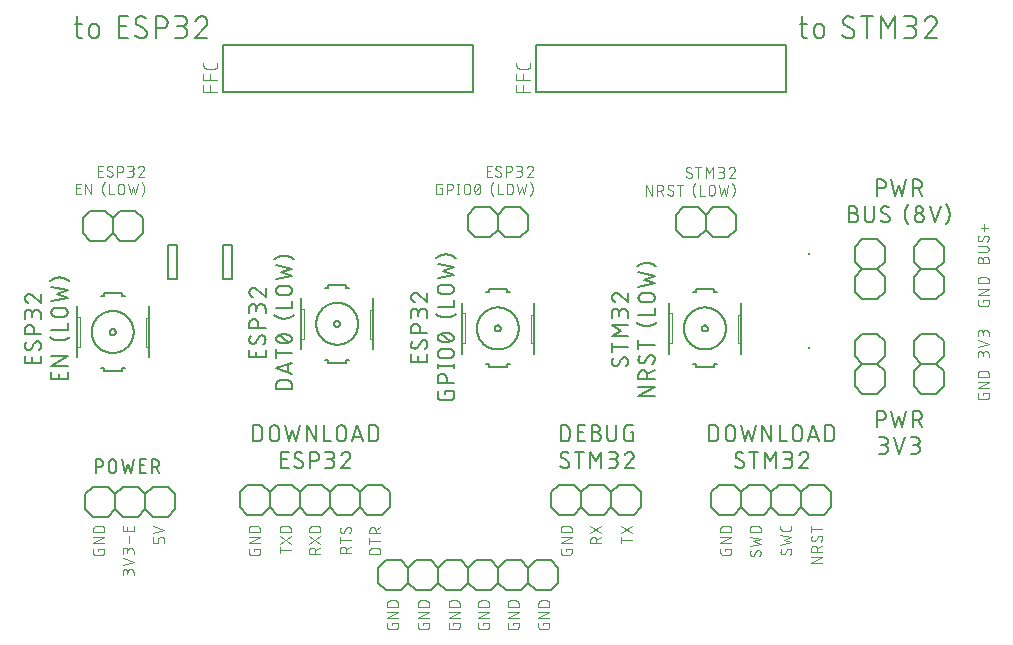
<source format=gbr>
G04 EAGLE Gerber RS-274X export*
G75*
%MOMM*%
%FSLAX34Y34*%
%LPD*%
%INSilkscreen Top*%
%IPPOS*%
%AMOC8*
5,1,8,0,0,1.08239X$1,22.5*%
G01*
%ADD10C,0.127000*%
%ADD11C,0.076200*%
%ADD12C,0.152400*%
%ADD13C,0.050800*%
%ADD14R,0.250000X0.250000*%
%ADD15C,0.101600*%


D10*
X468186Y164385D02*
X468186Y178115D01*
X472000Y178115D01*
X472122Y178113D01*
X472244Y178107D01*
X472366Y178097D01*
X472488Y178084D01*
X472609Y178066D01*
X472729Y178045D01*
X472849Y178019D01*
X472967Y177990D01*
X473085Y177957D01*
X473202Y177921D01*
X473317Y177880D01*
X473431Y177836D01*
X473544Y177789D01*
X473655Y177737D01*
X473764Y177682D01*
X473872Y177624D01*
X473977Y177563D01*
X474081Y177497D01*
X474182Y177429D01*
X474281Y177358D01*
X474378Y177283D01*
X474472Y177205D01*
X474564Y177124D01*
X474653Y177041D01*
X474740Y176954D01*
X474823Y176865D01*
X474904Y176773D01*
X474982Y176679D01*
X475057Y176582D01*
X475128Y176483D01*
X475196Y176382D01*
X475262Y176278D01*
X475323Y176173D01*
X475381Y176065D01*
X475436Y175956D01*
X475488Y175845D01*
X475535Y175732D01*
X475579Y175618D01*
X475620Y175503D01*
X475656Y175386D01*
X475689Y175268D01*
X475718Y175150D01*
X475744Y175030D01*
X475765Y174910D01*
X475783Y174789D01*
X475796Y174667D01*
X475806Y174545D01*
X475812Y174423D01*
X475814Y174301D01*
X475814Y168199D01*
X475812Y168077D01*
X475806Y167955D01*
X475796Y167833D01*
X475783Y167711D01*
X475765Y167590D01*
X475744Y167470D01*
X475718Y167350D01*
X475689Y167232D01*
X475656Y167114D01*
X475620Y166997D01*
X475579Y166882D01*
X475535Y166768D01*
X475488Y166655D01*
X475436Y166544D01*
X475381Y166435D01*
X475323Y166327D01*
X475262Y166222D01*
X475196Y166118D01*
X475128Y166017D01*
X475057Y165918D01*
X474982Y165821D01*
X474904Y165727D01*
X474823Y165635D01*
X474740Y165546D01*
X474653Y165459D01*
X474564Y165376D01*
X474472Y165295D01*
X474378Y165217D01*
X474281Y165142D01*
X474182Y165071D01*
X474081Y165003D01*
X473977Y164937D01*
X473872Y164876D01*
X473764Y164818D01*
X473655Y164763D01*
X473544Y164711D01*
X473431Y164664D01*
X473317Y164620D01*
X473202Y164579D01*
X473085Y164543D01*
X472967Y164510D01*
X472849Y164481D01*
X472729Y164455D01*
X472609Y164434D01*
X472488Y164416D01*
X472366Y164403D01*
X472244Y164393D01*
X472122Y164387D01*
X472000Y164385D01*
X468186Y164385D01*
X482614Y164385D02*
X488716Y164385D01*
X482614Y164385D02*
X482614Y178115D01*
X488716Y178115D01*
X487190Y172013D02*
X482614Y172013D01*
X494492Y172013D02*
X498306Y172013D01*
X498428Y172011D01*
X498550Y172005D01*
X498672Y171995D01*
X498794Y171982D01*
X498915Y171964D01*
X499035Y171943D01*
X499155Y171917D01*
X499273Y171888D01*
X499391Y171855D01*
X499508Y171819D01*
X499623Y171778D01*
X499737Y171734D01*
X499850Y171687D01*
X499961Y171635D01*
X500070Y171580D01*
X500178Y171522D01*
X500283Y171461D01*
X500387Y171395D01*
X500488Y171327D01*
X500587Y171256D01*
X500684Y171181D01*
X500778Y171103D01*
X500870Y171022D01*
X500959Y170939D01*
X501046Y170852D01*
X501129Y170763D01*
X501210Y170671D01*
X501288Y170577D01*
X501363Y170480D01*
X501434Y170381D01*
X501502Y170280D01*
X501568Y170176D01*
X501629Y170071D01*
X501687Y169963D01*
X501742Y169854D01*
X501794Y169743D01*
X501841Y169630D01*
X501885Y169516D01*
X501926Y169401D01*
X501962Y169284D01*
X501995Y169166D01*
X502024Y169048D01*
X502050Y168928D01*
X502071Y168808D01*
X502089Y168687D01*
X502102Y168565D01*
X502112Y168443D01*
X502118Y168321D01*
X502120Y168199D01*
X502118Y168077D01*
X502112Y167955D01*
X502102Y167833D01*
X502089Y167711D01*
X502071Y167590D01*
X502050Y167470D01*
X502024Y167350D01*
X501995Y167232D01*
X501962Y167114D01*
X501926Y166997D01*
X501885Y166882D01*
X501841Y166768D01*
X501794Y166655D01*
X501742Y166544D01*
X501687Y166435D01*
X501629Y166327D01*
X501568Y166222D01*
X501502Y166118D01*
X501434Y166017D01*
X501363Y165918D01*
X501288Y165821D01*
X501210Y165727D01*
X501129Y165635D01*
X501046Y165546D01*
X500959Y165459D01*
X500870Y165376D01*
X500778Y165295D01*
X500684Y165217D01*
X500587Y165142D01*
X500488Y165071D01*
X500387Y165003D01*
X500283Y164937D01*
X500178Y164876D01*
X500070Y164818D01*
X499961Y164763D01*
X499850Y164711D01*
X499737Y164664D01*
X499623Y164620D01*
X499508Y164579D01*
X499391Y164543D01*
X499273Y164510D01*
X499155Y164481D01*
X499035Y164455D01*
X498915Y164434D01*
X498794Y164416D01*
X498672Y164403D01*
X498550Y164393D01*
X498428Y164387D01*
X498306Y164385D01*
X494492Y164385D01*
X494492Y178115D01*
X498306Y178115D01*
X498415Y178113D01*
X498524Y178107D01*
X498632Y178098D01*
X498740Y178084D01*
X498848Y178067D01*
X498955Y178045D01*
X499061Y178020D01*
X499166Y177991D01*
X499270Y177959D01*
X499372Y177923D01*
X499474Y177883D01*
X499573Y177839D01*
X499672Y177792D01*
X499768Y177742D01*
X499863Y177688D01*
X499955Y177631D01*
X500046Y177570D01*
X500134Y177506D01*
X500220Y177440D01*
X500304Y177370D01*
X500385Y177297D01*
X500463Y177221D01*
X500539Y177143D01*
X500612Y177062D01*
X500682Y176978D01*
X500748Y176892D01*
X500812Y176804D01*
X500873Y176713D01*
X500930Y176621D01*
X500984Y176526D01*
X501034Y176430D01*
X501081Y176331D01*
X501125Y176232D01*
X501165Y176130D01*
X501201Y176028D01*
X501233Y175924D01*
X501262Y175819D01*
X501287Y175713D01*
X501309Y175606D01*
X501326Y175498D01*
X501340Y175390D01*
X501349Y175282D01*
X501355Y175173D01*
X501357Y175064D01*
X501355Y174955D01*
X501349Y174846D01*
X501340Y174738D01*
X501326Y174630D01*
X501309Y174522D01*
X501287Y174415D01*
X501262Y174309D01*
X501233Y174204D01*
X501201Y174100D01*
X501165Y173998D01*
X501125Y173896D01*
X501081Y173797D01*
X501034Y173698D01*
X500984Y173602D01*
X500930Y173507D01*
X500873Y173415D01*
X500812Y173324D01*
X500748Y173236D01*
X500682Y173150D01*
X500612Y173066D01*
X500539Y172985D01*
X500463Y172907D01*
X500385Y172831D01*
X500304Y172758D01*
X500220Y172688D01*
X500134Y172622D01*
X500046Y172558D01*
X499955Y172497D01*
X499863Y172440D01*
X499768Y172386D01*
X499672Y172336D01*
X499573Y172289D01*
X499474Y172245D01*
X499372Y172205D01*
X499270Y172169D01*
X499166Y172137D01*
X499061Y172108D01*
X498955Y172083D01*
X498848Y172061D01*
X498740Y172044D01*
X498632Y172030D01*
X498524Y172021D01*
X498415Y172015D01*
X498306Y172013D01*
X507786Y168199D02*
X507786Y178115D01*
X507786Y168199D02*
X507788Y168077D01*
X507794Y167955D01*
X507804Y167833D01*
X507817Y167711D01*
X507835Y167590D01*
X507856Y167470D01*
X507882Y167350D01*
X507911Y167232D01*
X507944Y167114D01*
X507980Y166997D01*
X508021Y166882D01*
X508065Y166768D01*
X508112Y166655D01*
X508164Y166544D01*
X508219Y166435D01*
X508277Y166327D01*
X508338Y166222D01*
X508404Y166118D01*
X508472Y166017D01*
X508543Y165918D01*
X508618Y165821D01*
X508696Y165727D01*
X508777Y165635D01*
X508860Y165546D01*
X508947Y165459D01*
X509036Y165376D01*
X509128Y165295D01*
X509222Y165217D01*
X509319Y165142D01*
X509418Y165071D01*
X509519Y165003D01*
X509623Y164937D01*
X509728Y164876D01*
X509836Y164818D01*
X509945Y164763D01*
X510056Y164711D01*
X510169Y164664D01*
X510283Y164620D01*
X510398Y164579D01*
X510515Y164543D01*
X510633Y164510D01*
X510751Y164481D01*
X510871Y164455D01*
X510991Y164434D01*
X511112Y164416D01*
X511234Y164403D01*
X511356Y164393D01*
X511478Y164387D01*
X511600Y164385D01*
X511722Y164387D01*
X511844Y164393D01*
X511966Y164403D01*
X512088Y164416D01*
X512209Y164434D01*
X512329Y164455D01*
X512449Y164481D01*
X512567Y164510D01*
X512685Y164543D01*
X512802Y164579D01*
X512917Y164620D01*
X513031Y164664D01*
X513144Y164711D01*
X513255Y164763D01*
X513364Y164818D01*
X513472Y164876D01*
X513577Y164937D01*
X513681Y165003D01*
X513782Y165071D01*
X513881Y165142D01*
X513978Y165217D01*
X514072Y165295D01*
X514164Y165376D01*
X514253Y165459D01*
X514340Y165546D01*
X514423Y165635D01*
X514504Y165727D01*
X514582Y165821D01*
X514657Y165918D01*
X514728Y166017D01*
X514796Y166118D01*
X514862Y166222D01*
X514923Y166327D01*
X514981Y166435D01*
X515036Y166544D01*
X515088Y166655D01*
X515135Y166768D01*
X515179Y166882D01*
X515220Y166997D01*
X515256Y167114D01*
X515289Y167232D01*
X515318Y167350D01*
X515344Y167470D01*
X515365Y167590D01*
X515383Y167711D01*
X515396Y167833D01*
X515406Y167955D01*
X515412Y168077D01*
X515414Y168199D01*
X515414Y178115D01*
X527526Y172013D02*
X529814Y172013D01*
X529814Y164385D01*
X525237Y164385D01*
X525128Y164387D01*
X525019Y164393D01*
X524911Y164402D01*
X524803Y164416D01*
X524695Y164433D01*
X524588Y164455D01*
X524482Y164480D01*
X524377Y164509D01*
X524273Y164541D01*
X524171Y164577D01*
X524069Y164617D01*
X523970Y164661D01*
X523871Y164708D01*
X523775Y164758D01*
X523680Y164812D01*
X523588Y164869D01*
X523497Y164930D01*
X523409Y164994D01*
X523323Y165060D01*
X523239Y165130D01*
X523158Y165203D01*
X523080Y165279D01*
X523004Y165357D01*
X522931Y165438D01*
X522861Y165522D01*
X522795Y165608D01*
X522731Y165696D01*
X522670Y165787D01*
X522613Y165879D01*
X522559Y165974D01*
X522509Y166070D01*
X522462Y166169D01*
X522418Y166268D01*
X522378Y166370D01*
X522342Y166472D01*
X522310Y166576D01*
X522281Y166681D01*
X522256Y166787D01*
X522234Y166894D01*
X522217Y167002D01*
X522203Y167110D01*
X522194Y167218D01*
X522188Y167327D01*
X522186Y167436D01*
X522186Y175064D01*
X522188Y175173D01*
X522194Y175282D01*
X522203Y175390D01*
X522217Y175498D01*
X522234Y175606D01*
X522256Y175713D01*
X522281Y175819D01*
X522310Y175924D01*
X522342Y176027D01*
X522378Y176130D01*
X522418Y176232D01*
X522462Y176331D01*
X522509Y176430D01*
X522559Y176526D01*
X522613Y176621D01*
X522670Y176713D01*
X522731Y176804D01*
X522795Y176892D01*
X522861Y176978D01*
X522931Y177062D01*
X523004Y177143D01*
X523080Y177221D01*
X523158Y177297D01*
X523239Y177370D01*
X523323Y177440D01*
X523409Y177506D01*
X523497Y177570D01*
X523587Y177631D01*
X523680Y177688D01*
X523775Y177742D01*
X523871Y177792D01*
X523970Y177839D01*
X524069Y177883D01*
X524171Y177923D01*
X524273Y177959D01*
X524377Y177991D01*
X524482Y178020D01*
X524588Y178045D01*
X524695Y178067D01*
X524803Y178084D01*
X524911Y178098D01*
X525019Y178107D01*
X525128Y178113D01*
X525237Y178115D01*
X529814Y178115D01*
X475589Y144936D02*
X475587Y144827D01*
X475581Y144718D01*
X475572Y144610D01*
X475558Y144502D01*
X475541Y144394D01*
X475519Y144287D01*
X475494Y144181D01*
X475465Y144076D01*
X475433Y143973D01*
X475397Y143870D01*
X475357Y143768D01*
X475313Y143669D01*
X475266Y143570D01*
X475216Y143474D01*
X475162Y143379D01*
X475105Y143287D01*
X475044Y143196D01*
X474980Y143108D01*
X474914Y143022D01*
X474844Y142938D01*
X474771Y142857D01*
X474695Y142779D01*
X474617Y142703D01*
X474536Y142630D01*
X474452Y142560D01*
X474366Y142494D01*
X474278Y142430D01*
X474188Y142369D01*
X474095Y142312D01*
X474000Y142258D01*
X473904Y142208D01*
X473805Y142161D01*
X473706Y142117D01*
X473604Y142077D01*
X473502Y142041D01*
X473398Y142009D01*
X473293Y141980D01*
X473187Y141955D01*
X473080Y141933D01*
X472972Y141916D01*
X472864Y141902D01*
X472756Y141893D01*
X472647Y141887D01*
X472538Y141885D01*
X472379Y141887D01*
X472220Y141893D01*
X472061Y141903D01*
X471903Y141916D01*
X471745Y141934D01*
X471587Y141955D01*
X471430Y141981D01*
X471274Y142010D01*
X471119Y142043D01*
X470964Y142080D01*
X470810Y142121D01*
X470657Y142165D01*
X470506Y142214D01*
X470356Y142266D01*
X470207Y142321D01*
X470059Y142381D01*
X469913Y142444D01*
X469769Y142510D01*
X469626Y142580D01*
X469485Y142654D01*
X469346Y142731D01*
X469209Y142811D01*
X469074Y142895D01*
X468941Y142982D01*
X468810Y143073D01*
X468681Y143166D01*
X468555Y143263D01*
X468431Y143363D01*
X468310Y143466D01*
X468191Y143572D01*
X468075Y143680D01*
X467962Y143792D01*
X468343Y152564D02*
X468345Y152673D01*
X468351Y152782D01*
X468360Y152890D01*
X468374Y152998D01*
X468391Y153106D01*
X468413Y153213D01*
X468438Y153319D01*
X468467Y153424D01*
X468499Y153528D01*
X468535Y153630D01*
X468575Y153732D01*
X468619Y153831D01*
X468666Y153930D01*
X468716Y154026D01*
X468770Y154121D01*
X468827Y154213D01*
X468888Y154304D01*
X468952Y154392D01*
X469018Y154478D01*
X469088Y154562D01*
X469161Y154643D01*
X469237Y154721D01*
X469315Y154797D01*
X469396Y154870D01*
X469480Y154940D01*
X469566Y155006D01*
X469654Y155070D01*
X469745Y155131D01*
X469837Y155188D01*
X469932Y155242D01*
X470028Y155292D01*
X470127Y155339D01*
X470226Y155383D01*
X470328Y155423D01*
X470430Y155459D01*
X470534Y155491D01*
X470639Y155520D01*
X470745Y155545D01*
X470852Y155567D01*
X470960Y155584D01*
X471068Y155598D01*
X471176Y155607D01*
X471285Y155613D01*
X471394Y155615D01*
X471541Y155613D01*
X471688Y155607D01*
X471835Y155598D01*
X471982Y155585D01*
X472128Y155568D01*
X472274Y155547D01*
X472419Y155522D01*
X472564Y155494D01*
X472708Y155462D01*
X472850Y155427D01*
X472992Y155387D01*
X473133Y155344D01*
X473273Y155298D01*
X473411Y155248D01*
X473548Y155194D01*
X473684Y155137D01*
X473818Y155076D01*
X473951Y155012D01*
X474082Y154944D01*
X474211Y154873D01*
X474338Y154799D01*
X474463Y154722D01*
X474587Y154641D01*
X474708Y154558D01*
X474827Y154471D01*
X469868Y149894D02*
X469773Y149952D01*
X469681Y150014D01*
X469590Y150078D01*
X469503Y150146D01*
X469417Y150217D01*
X469335Y150291D01*
X469255Y150368D01*
X469177Y150447D01*
X469103Y150530D01*
X469032Y150615D01*
X468964Y150702D01*
X468899Y150792D01*
X468837Y150884D01*
X468778Y150979D01*
X468723Y151075D01*
X468672Y151173D01*
X468624Y151273D01*
X468579Y151375D01*
X468539Y151478D01*
X468501Y151583D01*
X468468Y151688D01*
X468439Y151795D01*
X468413Y151903D01*
X468392Y152012D01*
X468374Y152122D01*
X468360Y152232D01*
X468350Y152342D01*
X468344Y152453D01*
X468342Y152564D01*
X474063Y147606D02*
X474158Y147548D01*
X474250Y147486D01*
X474341Y147422D01*
X474428Y147354D01*
X474514Y147283D01*
X474596Y147209D01*
X474676Y147132D01*
X474754Y147053D01*
X474828Y146970D01*
X474899Y146885D01*
X474967Y146798D01*
X475032Y146708D01*
X475094Y146616D01*
X475153Y146521D01*
X475208Y146425D01*
X475259Y146327D01*
X475307Y146227D01*
X475352Y146125D01*
X475392Y146022D01*
X475430Y145917D01*
X475463Y145812D01*
X475492Y145705D01*
X475518Y145597D01*
X475539Y145488D01*
X475557Y145378D01*
X475571Y145268D01*
X475581Y145158D01*
X475587Y145047D01*
X475589Y144936D01*
X474063Y147606D02*
X469868Y149894D01*
X483925Y155615D02*
X483925Y141885D01*
X480111Y155615D02*
X487739Y155615D01*
X493298Y155615D02*
X493298Y141885D01*
X497875Y147987D02*
X493298Y155615D01*
X497875Y147987D02*
X502452Y155615D01*
X502452Y141885D01*
X508911Y141885D02*
X512725Y141885D01*
X512847Y141887D01*
X512969Y141893D01*
X513091Y141903D01*
X513213Y141916D01*
X513334Y141934D01*
X513454Y141955D01*
X513574Y141981D01*
X513692Y142010D01*
X513810Y142043D01*
X513927Y142079D01*
X514042Y142120D01*
X514156Y142164D01*
X514269Y142211D01*
X514380Y142263D01*
X514489Y142318D01*
X514597Y142376D01*
X514702Y142437D01*
X514806Y142503D01*
X514907Y142571D01*
X515006Y142642D01*
X515103Y142717D01*
X515197Y142795D01*
X515289Y142876D01*
X515378Y142959D01*
X515465Y143046D01*
X515548Y143135D01*
X515629Y143227D01*
X515707Y143321D01*
X515782Y143418D01*
X515853Y143517D01*
X515921Y143618D01*
X515987Y143722D01*
X516048Y143827D01*
X516106Y143935D01*
X516161Y144044D01*
X516213Y144155D01*
X516260Y144268D01*
X516304Y144382D01*
X516345Y144497D01*
X516381Y144614D01*
X516414Y144732D01*
X516443Y144850D01*
X516469Y144970D01*
X516490Y145090D01*
X516508Y145211D01*
X516521Y145333D01*
X516531Y145455D01*
X516537Y145577D01*
X516539Y145699D01*
X516537Y145821D01*
X516531Y145943D01*
X516521Y146065D01*
X516508Y146187D01*
X516490Y146308D01*
X516469Y146428D01*
X516443Y146548D01*
X516414Y146666D01*
X516381Y146784D01*
X516345Y146901D01*
X516304Y147016D01*
X516260Y147130D01*
X516213Y147243D01*
X516161Y147354D01*
X516106Y147463D01*
X516048Y147571D01*
X515987Y147676D01*
X515921Y147780D01*
X515853Y147881D01*
X515782Y147980D01*
X515707Y148077D01*
X515629Y148171D01*
X515548Y148263D01*
X515465Y148352D01*
X515378Y148439D01*
X515289Y148522D01*
X515197Y148603D01*
X515103Y148681D01*
X515006Y148756D01*
X514907Y148827D01*
X514806Y148895D01*
X514702Y148961D01*
X514597Y149022D01*
X514489Y149080D01*
X514380Y149135D01*
X514269Y149187D01*
X514156Y149234D01*
X514042Y149278D01*
X513927Y149319D01*
X513810Y149355D01*
X513692Y149388D01*
X513574Y149417D01*
X513454Y149443D01*
X513334Y149464D01*
X513213Y149482D01*
X513091Y149495D01*
X512969Y149505D01*
X512847Y149511D01*
X512725Y149513D01*
X513488Y155615D02*
X508911Y155615D01*
X513488Y155615D02*
X513597Y155613D01*
X513706Y155607D01*
X513814Y155598D01*
X513922Y155584D01*
X514030Y155567D01*
X514137Y155545D01*
X514243Y155520D01*
X514348Y155491D01*
X514452Y155459D01*
X514554Y155423D01*
X514656Y155383D01*
X514755Y155339D01*
X514854Y155292D01*
X514950Y155242D01*
X515045Y155188D01*
X515137Y155131D01*
X515228Y155070D01*
X515316Y155006D01*
X515402Y154940D01*
X515486Y154870D01*
X515567Y154797D01*
X515645Y154721D01*
X515721Y154643D01*
X515794Y154562D01*
X515864Y154478D01*
X515930Y154392D01*
X515994Y154304D01*
X516055Y154213D01*
X516112Y154121D01*
X516166Y154026D01*
X516216Y153930D01*
X516263Y153831D01*
X516307Y153732D01*
X516347Y153630D01*
X516383Y153528D01*
X516415Y153424D01*
X516444Y153319D01*
X516469Y153213D01*
X516491Y153106D01*
X516508Y152998D01*
X516522Y152890D01*
X516531Y152782D01*
X516537Y152673D01*
X516539Y152564D01*
X516537Y152455D01*
X516531Y152346D01*
X516522Y152238D01*
X516508Y152130D01*
X516491Y152022D01*
X516469Y151915D01*
X516444Y151809D01*
X516415Y151704D01*
X516383Y151600D01*
X516347Y151498D01*
X516307Y151396D01*
X516263Y151297D01*
X516216Y151198D01*
X516166Y151102D01*
X516112Y151007D01*
X516055Y150915D01*
X515994Y150824D01*
X515930Y150736D01*
X515864Y150650D01*
X515794Y150566D01*
X515721Y150485D01*
X515645Y150407D01*
X515567Y150331D01*
X515486Y150258D01*
X515402Y150188D01*
X515316Y150122D01*
X515228Y150058D01*
X515137Y149997D01*
X515045Y149940D01*
X514950Y149886D01*
X514854Y149836D01*
X514755Y149789D01*
X514656Y149745D01*
X514554Y149705D01*
X514452Y149669D01*
X514348Y149637D01*
X514243Y149608D01*
X514137Y149583D01*
X514030Y149561D01*
X513922Y149544D01*
X513814Y149530D01*
X513706Y149521D01*
X513597Y149515D01*
X513488Y149513D01*
X510437Y149513D01*
X526606Y155616D02*
X526721Y155614D01*
X526835Y155608D01*
X526950Y155599D01*
X527064Y155585D01*
X527177Y155568D01*
X527290Y155547D01*
X527402Y155522D01*
X527513Y155494D01*
X527623Y155462D01*
X527732Y155426D01*
X527840Y155387D01*
X527946Y155344D01*
X528051Y155297D01*
X528154Y155247D01*
X528256Y155194D01*
X528356Y155137D01*
X528453Y155077D01*
X528549Y155013D01*
X528642Y154947D01*
X528734Y154877D01*
X528822Y154805D01*
X528909Y154729D01*
X528993Y154651D01*
X529074Y154570D01*
X529152Y154486D01*
X529228Y154399D01*
X529300Y154311D01*
X529370Y154219D01*
X529436Y154126D01*
X529500Y154030D01*
X529560Y153933D01*
X529617Y153833D01*
X529670Y153731D01*
X529720Y153628D01*
X529767Y153523D01*
X529810Y153417D01*
X529849Y153309D01*
X529885Y153200D01*
X529917Y153090D01*
X529945Y152979D01*
X529970Y152867D01*
X529991Y152754D01*
X530008Y152641D01*
X530022Y152527D01*
X530031Y152412D01*
X530037Y152298D01*
X530039Y152183D01*
X526606Y155615D02*
X526474Y155613D01*
X526342Y155607D01*
X526210Y155597D01*
X526079Y155583D01*
X525948Y155566D01*
X525818Y155544D01*
X525688Y155518D01*
X525560Y155489D01*
X525432Y155456D01*
X525305Y155419D01*
X525180Y155378D01*
X525055Y155333D01*
X524932Y155285D01*
X524811Y155233D01*
X524691Y155178D01*
X524573Y155119D01*
X524457Y155056D01*
X524343Y154990D01*
X524230Y154920D01*
X524120Y154848D01*
X524012Y154772D01*
X523907Y154692D01*
X523803Y154610D01*
X523703Y154524D01*
X523605Y154436D01*
X523509Y154345D01*
X523417Y154251D01*
X523327Y154154D01*
X523240Y154054D01*
X523156Y153952D01*
X523076Y153848D01*
X522998Y153741D01*
X522924Y153632D01*
X522853Y153520D01*
X522785Y153407D01*
X522721Y153292D01*
X522660Y153174D01*
X522603Y153055D01*
X522549Y152935D01*
X522499Y152812D01*
X522453Y152689D01*
X522411Y152564D01*
X528895Y149513D02*
X528980Y149597D01*
X529062Y149683D01*
X529142Y149772D01*
X529218Y149864D01*
X529292Y149958D01*
X529363Y150054D01*
X529430Y150153D01*
X529494Y150254D01*
X529555Y150357D01*
X529612Y150461D01*
X529666Y150568D01*
X529717Y150676D01*
X529764Y150786D01*
X529807Y150897D01*
X529847Y151010D01*
X529883Y151123D01*
X529916Y151238D01*
X529945Y151354D01*
X529970Y151471D01*
X529991Y151588D01*
X530008Y151707D01*
X530022Y151825D01*
X530031Y151944D01*
X530037Y152064D01*
X530039Y152183D01*
X528895Y149513D02*
X522411Y141885D01*
X530039Y141885D01*
X594136Y164385D02*
X594136Y178115D01*
X597950Y178115D01*
X598072Y178113D01*
X598194Y178107D01*
X598316Y178097D01*
X598438Y178084D01*
X598559Y178066D01*
X598679Y178045D01*
X598799Y178019D01*
X598917Y177990D01*
X599035Y177957D01*
X599152Y177921D01*
X599267Y177880D01*
X599381Y177836D01*
X599494Y177789D01*
X599605Y177737D01*
X599714Y177682D01*
X599822Y177624D01*
X599927Y177563D01*
X600031Y177497D01*
X600132Y177429D01*
X600231Y177358D01*
X600328Y177283D01*
X600422Y177205D01*
X600514Y177124D01*
X600603Y177041D01*
X600690Y176954D01*
X600773Y176865D01*
X600854Y176773D01*
X600932Y176679D01*
X601007Y176582D01*
X601078Y176483D01*
X601146Y176382D01*
X601212Y176278D01*
X601273Y176173D01*
X601331Y176065D01*
X601386Y175956D01*
X601438Y175845D01*
X601485Y175732D01*
X601529Y175618D01*
X601570Y175503D01*
X601606Y175386D01*
X601639Y175268D01*
X601668Y175150D01*
X601694Y175030D01*
X601715Y174910D01*
X601733Y174789D01*
X601746Y174667D01*
X601756Y174545D01*
X601762Y174423D01*
X601764Y174301D01*
X601764Y168199D01*
X601762Y168077D01*
X601756Y167955D01*
X601746Y167833D01*
X601733Y167711D01*
X601715Y167590D01*
X601694Y167470D01*
X601668Y167350D01*
X601639Y167232D01*
X601606Y167114D01*
X601570Y166997D01*
X601529Y166882D01*
X601485Y166768D01*
X601438Y166655D01*
X601386Y166544D01*
X601331Y166435D01*
X601273Y166327D01*
X601212Y166222D01*
X601146Y166118D01*
X601078Y166017D01*
X601007Y165918D01*
X600932Y165821D01*
X600854Y165727D01*
X600773Y165635D01*
X600690Y165546D01*
X600603Y165459D01*
X600514Y165376D01*
X600422Y165295D01*
X600328Y165217D01*
X600231Y165142D01*
X600132Y165071D01*
X600031Y165003D01*
X599927Y164937D01*
X599822Y164876D01*
X599714Y164818D01*
X599605Y164763D01*
X599494Y164711D01*
X599381Y164664D01*
X599267Y164620D01*
X599152Y164579D01*
X599035Y164543D01*
X598917Y164510D01*
X598799Y164481D01*
X598679Y164455D01*
X598559Y164434D01*
X598438Y164416D01*
X598316Y164403D01*
X598194Y164393D01*
X598072Y164387D01*
X597950Y164385D01*
X594136Y164385D01*
X608086Y168199D02*
X608086Y174301D01*
X608088Y174423D01*
X608094Y174545D01*
X608104Y174667D01*
X608117Y174789D01*
X608135Y174910D01*
X608156Y175030D01*
X608182Y175150D01*
X608211Y175268D01*
X608244Y175386D01*
X608280Y175503D01*
X608321Y175618D01*
X608365Y175732D01*
X608412Y175845D01*
X608464Y175956D01*
X608519Y176065D01*
X608577Y176173D01*
X608638Y176278D01*
X608704Y176382D01*
X608772Y176483D01*
X608843Y176582D01*
X608918Y176679D01*
X608996Y176773D01*
X609077Y176865D01*
X609160Y176954D01*
X609247Y177041D01*
X609336Y177124D01*
X609428Y177205D01*
X609522Y177283D01*
X609619Y177358D01*
X609718Y177429D01*
X609819Y177497D01*
X609923Y177563D01*
X610028Y177624D01*
X610136Y177682D01*
X610245Y177737D01*
X610356Y177789D01*
X610469Y177836D01*
X610583Y177880D01*
X610698Y177921D01*
X610815Y177957D01*
X610933Y177990D01*
X611051Y178019D01*
X611171Y178045D01*
X611291Y178066D01*
X611412Y178084D01*
X611534Y178097D01*
X611656Y178107D01*
X611778Y178113D01*
X611900Y178115D01*
X612022Y178113D01*
X612144Y178107D01*
X612266Y178097D01*
X612388Y178084D01*
X612509Y178066D01*
X612629Y178045D01*
X612749Y178019D01*
X612867Y177990D01*
X612985Y177957D01*
X613102Y177921D01*
X613217Y177880D01*
X613331Y177836D01*
X613444Y177789D01*
X613555Y177737D01*
X613664Y177682D01*
X613772Y177624D01*
X613877Y177563D01*
X613981Y177497D01*
X614082Y177429D01*
X614181Y177358D01*
X614278Y177283D01*
X614372Y177205D01*
X614464Y177124D01*
X614553Y177041D01*
X614640Y176954D01*
X614723Y176865D01*
X614804Y176773D01*
X614882Y176679D01*
X614957Y176582D01*
X615028Y176483D01*
X615096Y176382D01*
X615162Y176278D01*
X615223Y176173D01*
X615281Y176065D01*
X615336Y175956D01*
X615388Y175845D01*
X615435Y175732D01*
X615479Y175618D01*
X615520Y175503D01*
X615556Y175386D01*
X615589Y175268D01*
X615618Y175150D01*
X615644Y175030D01*
X615665Y174910D01*
X615683Y174789D01*
X615696Y174667D01*
X615706Y174545D01*
X615712Y174423D01*
X615714Y174301D01*
X615714Y168199D01*
X615712Y168077D01*
X615706Y167955D01*
X615696Y167833D01*
X615683Y167711D01*
X615665Y167590D01*
X615644Y167470D01*
X615618Y167350D01*
X615589Y167232D01*
X615556Y167114D01*
X615520Y166997D01*
X615479Y166882D01*
X615435Y166768D01*
X615388Y166655D01*
X615336Y166544D01*
X615281Y166435D01*
X615223Y166327D01*
X615162Y166222D01*
X615096Y166118D01*
X615028Y166017D01*
X614957Y165918D01*
X614882Y165821D01*
X614804Y165727D01*
X614723Y165635D01*
X614640Y165546D01*
X614553Y165459D01*
X614464Y165376D01*
X614372Y165295D01*
X614278Y165217D01*
X614181Y165142D01*
X614082Y165071D01*
X613981Y165003D01*
X613877Y164937D01*
X613772Y164876D01*
X613664Y164818D01*
X613555Y164763D01*
X613444Y164711D01*
X613331Y164664D01*
X613217Y164620D01*
X613102Y164579D01*
X612985Y164543D01*
X612867Y164510D01*
X612749Y164481D01*
X612629Y164455D01*
X612509Y164434D01*
X612388Y164416D01*
X612266Y164403D01*
X612144Y164393D01*
X612022Y164387D01*
X611900Y164385D01*
X611778Y164387D01*
X611656Y164393D01*
X611534Y164403D01*
X611412Y164416D01*
X611291Y164434D01*
X611171Y164455D01*
X611051Y164481D01*
X610933Y164510D01*
X610815Y164543D01*
X610698Y164579D01*
X610583Y164620D01*
X610469Y164664D01*
X610356Y164711D01*
X610245Y164763D01*
X610136Y164818D01*
X610028Y164876D01*
X609923Y164937D01*
X609819Y165003D01*
X609718Y165071D01*
X609619Y165142D01*
X609522Y165217D01*
X609428Y165295D01*
X609336Y165376D01*
X609247Y165459D01*
X609160Y165546D01*
X609077Y165635D01*
X608996Y165727D01*
X608918Y165821D01*
X608843Y165918D01*
X608772Y166017D01*
X608704Y166118D01*
X608638Y166222D01*
X608577Y166327D01*
X608519Y166435D01*
X608464Y166544D01*
X608412Y166655D01*
X608365Y166768D01*
X608321Y166882D01*
X608280Y166997D01*
X608244Y167114D01*
X608211Y167232D01*
X608182Y167350D01*
X608156Y167470D01*
X608135Y167590D01*
X608117Y167711D01*
X608104Y167833D01*
X608094Y167955D01*
X608088Y168077D01*
X608086Y168199D01*
X621098Y178115D02*
X624149Y164385D01*
X627200Y173538D01*
X630251Y164385D01*
X633302Y178115D01*
X639136Y178115D02*
X639136Y164385D01*
X646764Y164385D02*
X639136Y178115D01*
X646764Y178115D02*
X646764Y164385D01*
X653564Y164385D02*
X653564Y178115D01*
X653564Y164385D02*
X659666Y164385D01*
X664786Y168199D02*
X664786Y174301D01*
X664788Y174423D01*
X664794Y174545D01*
X664804Y174667D01*
X664817Y174789D01*
X664835Y174910D01*
X664856Y175030D01*
X664882Y175150D01*
X664911Y175268D01*
X664944Y175386D01*
X664980Y175503D01*
X665021Y175618D01*
X665065Y175732D01*
X665112Y175845D01*
X665164Y175956D01*
X665219Y176065D01*
X665277Y176173D01*
X665338Y176278D01*
X665404Y176382D01*
X665472Y176483D01*
X665543Y176582D01*
X665618Y176679D01*
X665696Y176773D01*
X665777Y176865D01*
X665860Y176954D01*
X665947Y177041D01*
X666036Y177124D01*
X666128Y177205D01*
X666222Y177283D01*
X666319Y177358D01*
X666418Y177429D01*
X666519Y177497D01*
X666623Y177563D01*
X666728Y177624D01*
X666836Y177682D01*
X666945Y177737D01*
X667056Y177789D01*
X667169Y177836D01*
X667283Y177880D01*
X667398Y177921D01*
X667515Y177957D01*
X667633Y177990D01*
X667751Y178019D01*
X667871Y178045D01*
X667991Y178066D01*
X668112Y178084D01*
X668234Y178097D01*
X668356Y178107D01*
X668478Y178113D01*
X668600Y178115D01*
X668722Y178113D01*
X668844Y178107D01*
X668966Y178097D01*
X669088Y178084D01*
X669209Y178066D01*
X669329Y178045D01*
X669449Y178019D01*
X669567Y177990D01*
X669685Y177957D01*
X669802Y177921D01*
X669917Y177880D01*
X670031Y177836D01*
X670144Y177789D01*
X670255Y177737D01*
X670364Y177682D01*
X670472Y177624D01*
X670577Y177563D01*
X670681Y177497D01*
X670782Y177429D01*
X670881Y177358D01*
X670978Y177283D01*
X671072Y177205D01*
X671164Y177124D01*
X671253Y177041D01*
X671340Y176954D01*
X671423Y176865D01*
X671504Y176773D01*
X671582Y176679D01*
X671657Y176582D01*
X671728Y176483D01*
X671796Y176382D01*
X671862Y176278D01*
X671923Y176173D01*
X671981Y176065D01*
X672036Y175956D01*
X672088Y175845D01*
X672135Y175732D01*
X672179Y175618D01*
X672220Y175503D01*
X672256Y175386D01*
X672289Y175268D01*
X672318Y175150D01*
X672344Y175030D01*
X672365Y174910D01*
X672383Y174789D01*
X672396Y174667D01*
X672406Y174545D01*
X672412Y174423D01*
X672414Y174301D01*
X672414Y168199D01*
X672412Y168077D01*
X672406Y167955D01*
X672396Y167833D01*
X672383Y167711D01*
X672365Y167590D01*
X672344Y167470D01*
X672318Y167350D01*
X672289Y167232D01*
X672256Y167114D01*
X672220Y166997D01*
X672179Y166882D01*
X672135Y166768D01*
X672088Y166655D01*
X672036Y166544D01*
X671981Y166435D01*
X671923Y166327D01*
X671862Y166222D01*
X671796Y166118D01*
X671728Y166017D01*
X671657Y165918D01*
X671582Y165821D01*
X671504Y165727D01*
X671423Y165635D01*
X671340Y165546D01*
X671253Y165459D01*
X671164Y165376D01*
X671072Y165295D01*
X670978Y165217D01*
X670881Y165142D01*
X670782Y165071D01*
X670681Y165003D01*
X670577Y164937D01*
X670472Y164876D01*
X670364Y164818D01*
X670255Y164763D01*
X670144Y164711D01*
X670031Y164664D01*
X669917Y164620D01*
X669802Y164579D01*
X669685Y164543D01*
X669567Y164510D01*
X669449Y164481D01*
X669329Y164455D01*
X669209Y164434D01*
X669088Y164416D01*
X668966Y164403D01*
X668844Y164393D01*
X668722Y164387D01*
X668600Y164385D01*
X668478Y164387D01*
X668356Y164393D01*
X668234Y164403D01*
X668112Y164416D01*
X667991Y164434D01*
X667871Y164455D01*
X667751Y164481D01*
X667633Y164510D01*
X667515Y164543D01*
X667398Y164579D01*
X667283Y164620D01*
X667169Y164664D01*
X667056Y164711D01*
X666945Y164763D01*
X666836Y164818D01*
X666728Y164876D01*
X666623Y164937D01*
X666519Y165003D01*
X666418Y165071D01*
X666319Y165142D01*
X666222Y165217D01*
X666128Y165295D01*
X666036Y165376D01*
X665947Y165459D01*
X665860Y165546D01*
X665777Y165635D01*
X665696Y165727D01*
X665618Y165821D01*
X665543Y165918D01*
X665472Y166017D01*
X665404Y166118D01*
X665338Y166222D01*
X665277Y166327D01*
X665219Y166435D01*
X665164Y166544D01*
X665112Y166655D01*
X665065Y166768D01*
X665021Y166882D01*
X664980Y166997D01*
X664944Y167114D01*
X664911Y167232D01*
X664882Y167350D01*
X664856Y167470D01*
X664835Y167590D01*
X664817Y167711D01*
X664804Y167833D01*
X664794Y167955D01*
X664788Y168077D01*
X664786Y168199D01*
X677523Y164385D02*
X682100Y178115D01*
X686677Y164385D01*
X685533Y167818D02*
X678668Y167818D01*
X692236Y164385D02*
X692236Y178115D01*
X696050Y178115D01*
X696172Y178113D01*
X696294Y178107D01*
X696416Y178097D01*
X696538Y178084D01*
X696659Y178066D01*
X696779Y178045D01*
X696899Y178019D01*
X697017Y177990D01*
X697135Y177957D01*
X697252Y177921D01*
X697367Y177880D01*
X697481Y177836D01*
X697594Y177789D01*
X697705Y177737D01*
X697814Y177682D01*
X697922Y177624D01*
X698027Y177563D01*
X698131Y177497D01*
X698232Y177429D01*
X698331Y177358D01*
X698428Y177283D01*
X698522Y177205D01*
X698614Y177124D01*
X698703Y177041D01*
X698790Y176954D01*
X698873Y176865D01*
X698954Y176773D01*
X699032Y176679D01*
X699107Y176582D01*
X699178Y176483D01*
X699246Y176382D01*
X699312Y176278D01*
X699373Y176173D01*
X699431Y176065D01*
X699486Y175956D01*
X699538Y175845D01*
X699585Y175732D01*
X699629Y175618D01*
X699670Y175503D01*
X699706Y175386D01*
X699739Y175268D01*
X699768Y175150D01*
X699794Y175030D01*
X699815Y174910D01*
X699833Y174789D01*
X699846Y174667D01*
X699856Y174545D01*
X699862Y174423D01*
X699864Y174301D01*
X699864Y168199D01*
X699862Y168077D01*
X699856Y167955D01*
X699846Y167833D01*
X699833Y167711D01*
X699815Y167590D01*
X699794Y167470D01*
X699768Y167350D01*
X699739Y167232D01*
X699706Y167114D01*
X699670Y166997D01*
X699629Y166882D01*
X699585Y166768D01*
X699538Y166655D01*
X699486Y166544D01*
X699431Y166435D01*
X699373Y166327D01*
X699312Y166222D01*
X699246Y166118D01*
X699178Y166017D01*
X699107Y165918D01*
X699032Y165821D01*
X698954Y165727D01*
X698873Y165635D01*
X698790Y165546D01*
X698703Y165459D01*
X698614Y165376D01*
X698522Y165295D01*
X698428Y165217D01*
X698331Y165142D01*
X698232Y165071D01*
X698131Y165003D01*
X698027Y164937D01*
X697922Y164876D01*
X697814Y164818D01*
X697705Y164763D01*
X697594Y164711D01*
X697481Y164664D01*
X697367Y164620D01*
X697252Y164579D01*
X697135Y164543D01*
X697017Y164510D01*
X696899Y164481D01*
X696779Y164455D01*
X696659Y164434D01*
X696538Y164416D01*
X696416Y164403D01*
X696294Y164393D01*
X696172Y164387D01*
X696050Y164385D01*
X692236Y164385D01*
X623589Y144936D02*
X623587Y144827D01*
X623581Y144718D01*
X623572Y144610D01*
X623558Y144502D01*
X623541Y144394D01*
X623519Y144287D01*
X623494Y144181D01*
X623465Y144076D01*
X623433Y143973D01*
X623397Y143870D01*
X623357Y143768D01*
X623313Y143669D01*
X623266Y143570D01*
X623216Y143474D01*
X623162Y143379D01*
X623105Y143287D01*
X623044Y143196D01*
X622980Y143108D01*
X622914Y143022D01*
X622844Y142938D01*
X622771Y142857D01*
X622695Y142779D01*
X622617Y142703D01*
X622536Y142630D01*
X622452Y142560D01*
X622366Y142494D01*
X622278Y142430D01*
X622188Y142369D01*
X622095Y142312D01*
X622000Y142258D01*
X621904Y142208D01*
X621805Y142161D01*
X621706Y142117D01*
X621604Y142077D01*
X621502Y142041D01*
X621398Y142009D01*
X621293Y141980D01*
X621187Y141955D01*
X621080Y141933D01*
X620972Y141916D01*
X620864Y141902D01*
X620756Y141893D01*
X620647Y141887D01*
X620538Y141885D01*
X620379Y141887D01*
X620220Y141893D01*
X620061Y141903D01*
X619903Y141916D01*
X619745Y141934D01*
X619587Y141955D01*
X619430Y141981D01*
X619274Y142010D01*
X619119Y142043D01*
X618964Y142080D01*
X618810Y142121D01*
X618657Y142165D01*
X618506Y142214D01*
X618356Y142266D01*
X618207Y142321D01*
X618059Y142381D01*
X617913Y142444D01*
X617769Y142510D01*
X617626Y142580D01*
X617485Y142654D01*
X617346Y142731D01*
X617209Y142811D01*
X617074Y142895D01*
X616941Y142982D01*
X616810Y143073D01*
X616681Y143166D01*
X616555Y143263D01*
X616431Y143363D01*
X616310Y143466D01*
X616191Y143572D01*
X616075Y143680D01*
X615962Y143792D01*
X616343Y152564D02*
X616345Y152673D01*
X616351Y152782D01*
X616360Y152890D01*
X616374Y152998D01*
X616391Y153106D01*
X616413Y153213D01*
X616438Y153319D01*
X616467Y153424D01*
X616499Y153528D01*
X616535Y153630D01*
X616575Y153732D01*
X616619Y153831D01*
X616666Y153930D01*
X616716Y154026D01*
X616770Y154121D01*
X616827Y154213D01*
X616888Y154304D01*
X616952Y154392D01*
X617018Y154478D01*
X617088Y154562D01*
X617161Y154643D01*
X617237Y154721D01*
X617315Y154797D01*
X617396Y154870D01*
X617480Y154940D01*
X617566Y155006D01*
X617654Y155070D01*
X617745Y155131D01*
X617837Y155188D01*
X617932Y155242D01*
X618028Y155292D01*
X618127Y155339D01*
X618226Y155383D01*
X618328Y155423D01*
X618430Y155459D01*
X618534Y155491D01*
X618639Y155520D01*
X618745Y155545D01*
X618852Y155567D01*
X618960Y155584D01*
X619068Y155598D01*
X619176Y155607D01*
X619285Y155613D01*
X619394Y155615D01*
X619541Y155613D01*
X619688Y155607D01*
X619835Y155598D01*
X619982Y155585D01*
X620128Y155568D01*
X620274Y155547D01*
X620419Y155522D01*
X620564Y155494D01*
X620708Y155462D01*
X620850Y155427D01*
X620992Y155387D01*
X621133Y155344D01*
X621273Y155298D01*
X621411Y155248D01*
X621548Y155194D01*
X621684Y155137D01*
X621818Y155076D01*
X621951Y155012D01*
X622082Y154944D01*
X622211Y154873D01*
X622338Y154799D01*
X622463Y154722D01*
X622587Y154641D01*
X622708Y154558D01*
X622827Y154471D01*
X617868Y149894D02*
X617773Y149952D01*
X617681Y150014D01*
X617590Y150078D01*
X617503Y150146D01*
X617417Y150217D01*
X617335Y150291D01*
X617255Y150368D01*
X617177Y150447D01*
X617103Y150530D01*
X617032Y150615D01*
X616964Y150702D01*
X616899Y150792D01*
X616837Y150884D01*
X616778Y150979D01*
X616723Y151075D01*
X616672Y151173D01*
X616624Y151273D01*
X616579Y151375D01*
X616539Y151478D01*
X616501Y151583D01*
X616468Y151688D01*
X616439Y151795D01*
X616413Y151903D01*
X616392Y152012D01*
X616374Y152122D01*
X616360Y152232D01*
X616350Y152342D01*
X616344Y152453D01*
X616342Y152564D01*
X622063Y147606D02*
X622158Y147548D01*
X622250Y147486D01*
X622341Y147422D01*
X622428Y147354D01*
X622514Y147283D01*
X622596Y147209D01*
X622676Y147132D01*
X622754Y147053D01*
X622828Y146970D01*
X622899Y146885D01*
X622967Y146798D01*
X623032Y146708D01*
X623094Y146616D01*
X623153Y146521D01*
X623208Y146425D01*
X623259Y146327D01*
X623307Y146227D01*
X623352Y146125D01*
X623392Y146022D01*
X623430Y145917D01*
X623463Y145812D01*
X623492Y145705D01*
X623518Y145597D01*
X623539Y145488D01*
X623557Y145378D01*
X623571Y145268D01*
X623581Y145158D01*
X623587Y145047D01*
X623589Y144936D01*
X622063Y147606D02*
X617868Y149894D01*
X631925Y155615D02*
X631925Y141885D01*
X628111Y155615D02*
X635739Y155615D01*
X641298Y155615D02*
X641298Y141885D01*
X645875Y147987D02*
X641298Y155615D01*
X645875Y147987D02*
X650452Y155615D01*
X650452Y141885D01*
X656911Y141885D02*
X660725Y141885D01*
X660847Y141887D01*
X660969Y141893D01*
X661091Y141903D01*
X661213Y141916D01*
X661334Y141934D01*
X661454Y141955D01*
X661574Y141981D01*
X661692Y142010D01*
X661810Y142043D01*
X661927Y142079D01*
X662042Y142120D01*
X662156Y142164D01*
X662269Y142211D01*
X662380Y142263D01*
X662489Y142318D01*
X662597Y142376D01*
X662702Y142437D01*
X662806Y142503D01*
X662907Y142571D01*
X663006Y142642D01*
X663103Y142717D01*
X663197Y142795D01*
X663289Y142876D01*
X663378Y142959D01*
X663465Y143046D01*
X663548Y143135D01*
X663629Y143227D01*
X663707Y143321D01*
X663782Y143418D01*
X663853Y143517D01*
X663921Y143618D01*
X663987Y143722D01*
X664048Y143827D01*
X664106Y143935D01*
X664161Y144044D01*
X664213Y144155D01*
X664260Y144268D01*
X664304Y144382D01*
X664345Y144497D01*
X664381Y144614D01*
X664414Y144732D01*
X664443Y144850D01*
X664469Y144970D01*
X664490Y145090D01*
X664508Y145211D01*
X664521Y145333D01*
X664531Y145455D01*
X664537Y145577D01*
X664539Y145699D01*
X664537Y145821D01*
X664531Y145943D01*
X664521Y146065D01*
X664508Y146187D01*
X664490Y146308D01*
X664469Y146428D01*
X664443Y146548D01*
X664414Y146666D01*
X664381Y146784D01*
X664345Y146901D01*
X664304Y147016D01*
X664260Y147130D01*
X664213Y147243D01*
X664161Y147354D01*
X664106Y147463D01*
X664048Y147571D01*
X663987Y147676D01*
X663921Y147780D01*
X663853Y147881D01*
X663782Y147980D01*
X663707Y148077D01*
X663629Y148171D01*
X663548Y148263D01*
X663465Y148352D01*
X663378Y148439D01*
X663289Y148522D01*
X663197Y148603D01*
X663103Y148681D01*
X663006Y148756D01*
X662907Y148827D01*
X662806Y148895D01*
X662702Y148961D01*
X662597Y149022D01*
X662489Y149080D01*
X662380Y149135D01*
X662269Y149187D01*
X662156Y149234D01*
X662042Y149278D01*
X661927Y149319D01*
X661810Y149355D01*
X661692Y149388D01*
X661574Y149417D01*
X661454Y149443D01*
X661334Y149464D01*
X661213Y149482D01*
X661091Y149495D01*
X660969Y149505D01*
X660847Y149511D01*
X660725Y149513D01*
X661488Y155615D02*
X656911Y155615D01*
X661488Y155615D02*
X661597Y155613D01*
X661706Y155607D01*
X661814Y155598D01*
X661922Y155584D01*
X662030Y155567D01*
X662137Y155545D01*
X662243Y155520D01*
X662348Y155491D01*
X662452Y155459D01*
X662554Y155423D01*
X662656Y155383D01*
X662755Y155339D01*
X662854Y155292D01*
X662950Y155242D01*
X663045Y155188D01*
X663137Y155131D01*
X663228Y155070D01*
X663316Y155006D01*
X663402Y154940D01*
X663486Y154870D01*
X663567Y154797D01*
X663645Y154721D01*
X663721Y154643D01*
X663794Y154562D01*
X663864Y154478D01*
X663930Y154392D01*
X663994Y154304D01*
X664055Y154213D01*
X664112Y154121D01*
X664166Y154026D01*
X664216Y153930D01*
X664263Y153831D01*
X664307Y153732D01*
X664347Y153630D01*
X664383Y153528D01*
X664415Y153424D01*
X664444Y153319D01*
X664469Y153213D01*
X664491Y153106D01*
X664508Y152998D01*
X664522Y152890D01*
X664531Y152782D01*
X664537Y152673D01*
X664539Y152564D01*
X664537Y152455D01*
X664531Y152346D01*
X664522Y152238D01*
X664508Y152130D01*
X664491Y152022D01*
X664469Y151915D01*
X664444Y151809D01*
X664415Y151704D01*
X664383Y151600D01*
X664347Y151498D01*
X664307Y151396D01*
X664263Y151297D01*
X664216Y151198D01*
X664166Y151102D01*
X664112Y151007D01*
X664055Y150915D01*
X663994Y150824D01*
X663930Y150736D01*
X663864Y150650D01*
X663794Y150566D01*
X663721Y150485D01*
X663645Y150407D01*
X663567Y150331D01*
X663486Y150258D01*
X663402Y150188D01*
X663316Y150122D01*
X663228Y150058D01*
X663137Y149997D01*
X663045Y149940D01*
X662950Y149886D01*
X662854Y149836D01*
X662755Y149789D01*
X662656Y149745D01*
X662554Y149705D01*
X662452Y149669D01*
X662348Y149637D01*
X662243Y149608D01*
X662137Y149583D01*
X662030Y149561D01*
X661922Y149544D01*
X661814Y149530D01*
X661706Y149521D01*
X661597Y149515D01*
X661488Y149513D01*
X658437Y149513D01*
X674606Y155616D02*
X674721Y155614D01*
X674835Y155608D01*
X674950Y155599D01*
X675064Y155585D01*
X675177Y155568D01*
X675290Y155547D01*
X675402Y155522D01*
X675513Y155494D01*
X675623Y155462D01*
X675732Y155426D01*
X675840Y155387D01*
X675946Y155344D01*
X676051Y155297D01*
X676154Y155247D01*
X676256Y155194D01*
X676356Y155137D01*
X676453Y155077D01*
X676549Y155013D01*
X676642Y154947D01*
X676734Y154877D01*
X676822Y154805D01*
X676909Y154729D01*
X676993Y154651D01*
X677074Y154570D01*
X677152Y154486D01*
X677228Y154399D01*
X677300Y154311D01*
X677370Y154219D01*
X677436Y154126D01*
X677500Y154030D01*
X677560Y153933D01*
X677617Y153833D01*
X677670Y153731D01*
X677720Y153628D01*
X677767Y153523D01*
X677810Y153417D01*
X677849Y153309D01*
X677885Y153200D01*
X677917Y153090D01*
X677945Y152979D01*
X677970Y152867D01*
X677991Y152754D01*
X678008Y152641D01*
X678022Y152527D01*
X678031Y152412D01*
X678037Y152298D01*
X678039Y152183D01*
X674606Y155615D02*
X674474Y155613D01*
X674342Y155607D01*
X674210Y155597D01*
X674079Y155583D01*
X673948Y155566D01*
X673818Y155544D01*
X673688Y155518D01*
X673560Y155489D01*
X673432Y155456D01*
X673305Y155419D01*
X673180Y155378D01*
X673055Y155333D01*
X672932Y155285D01*
X672811Y155233D01*
X672691Y155178D01*
X672573Y155119D01*
X672457Y155056D01*
X672343Y154990D01*
X672230Y154920D01*
X672120Y154848D01*
X672012Y154772D01*
X671907Y154692D01*
X671803Y154610D01*
X671703Y154524D01*
X671605Y154436D01*
X671509Y154345D01*
X671417Y154251D01*
X671327Y154154D01*
X671240Y154054D01*
X671156Y153952D01*
X671076Y153848D01*
X670998Y153741D01*
X670924Y153632D01*
X670853Y153520D01*
X670785Y153407D01*
X670721Y153292D01*
X670660Y153174D01*
X670603Y153055D01*
X670549Y152935D01*
X670499Y152812D01*
X670453Y152689D01*
X670411Y152564D01*
X676895Y149513D02*
X676980Y149597D01*
X677062Y149683D01*
X677142Y149772D01*
X677218Y149864D01*
X677292Y149958D01*
X677363Y150054D01*
X677430Y150153D01*
X677494Y150254D01*
X677555Y150357D01*
X677612Y150461D01*
X677666Y150568D01*
X677717Y150676D01*
X677764Y150786D01*
X677807Y150897D01*
X677847Y151010D01*
X677883Y151123D01*
X677916Y151238D01*
X677945Y151354D01*
X677970Y151471D01*
X677991Y151588D01*
X678008Y151707D01*
X678022Y151825D01*
X678031Y151944D01*
X678037Y152064D01*
X678039Y152183D01*
X676895Y149513D02*
X670411Y141885D01*
X678039Y141885D01*
X208136Y164385D02*
X208136Y178115D01*
X211950Y178115D01*
X212072Y178113D01*
X212194Y178107D01*
X212316Y178097D01*
X212438Y178084D01*
X212559Y178066D01*
X212679Y178045D01*
X212799Y178019D01*
X212917Y177990D01*
X213035Y177957D01*
X213152Y177921D01*
X213267Y177880D01*
X213381Y177836D01*
X213494Y177789D01*
X213605Y177737D01*
X213714Y177682D01*
X213822Y177624D01*
X213927Y177563D01*
X214031Y177497D01*
X214132Y177429D01*
X214231Y177358D01*
X214328Y177283D01*
X214422Y177205D01*
X214514Y177124D01*
X214603Y177041D01*
X214690Y176954D01*
X214773Y176865D01*
X214854Y176773D01*
X214932Y176679D01*
X215007Y176582D01*
X215078Y176483D01*
X215146Y176382D01*
X215212Y176278D01*
X215273Y176173D01*
X215331Y176065D01*
X215386Y175956D01*
X215438Y175845D01*
X215485Y175732D01*
X215529Y175618D01*
X215570Y175503D01*
X215606Y175386D01*
X215639Y175268D01*
X215668Y175150D01*
X215694Y175030D01*
X215715Y174910D01*
X215733Y174789D01*
X215746Y174667D01*
X215756Y174545D01*
X215762Y174423D01*
X215764Y174301D01*
X215764Y168199D01*
X215762Y168077D01*
X215756Y167955D01*
X215746Y167833D01*
X215733Y167711D01*
X215715Y167590D01*
X215694Y167470D01*
X215668Y167350D01*
X215639Y167232D01*
X215606Y167114D01*
X215570Y166997D01*
X215529Y166882D01*
X215485Y166768D01*
X215438Y166655D01*
X215386Y166544D01*
X215331Y166435D01*
X215273Y166327D01*
X215212Y166222D01*
X215146Y166118D01*
X215078Y166017D01*
X215007Y165918D01*
X214932Y165821D01*
X214854Y165727D01*
X214773Y165635D01*
X214690Y165546D01*
X214603Y165459D01*
X214514Y165376D01*
X214422Y165295D01*
X214328Y165217D01*
X214231Y165142D01*
X214132Y165071D01*
X214031Y165003D01*
X213927Y164937D01*
X213822Y164876D01*
X213714Y164818D01*
X213605Y164763D01*
X213494Y164711D01*
X213381Y164664D01*
X213267Y164620D01*
X213152Y164579D01*
X213035Y164543D01*
X212917Y164510D01*
X212799Y164481D01*
X212679Y164455D01*
X212559Y164434D01*
X212438Y164416D01*
X212316Y164403D01*
X212194Y164393D01*
X212072Y164387D01*
X211950Y164385D01*
X208136Y164385D01*
X222086Y168199D02*
X222086Y174301D01*
X222088Y174423D01*
X222094Y174545D01*
X222104Y174667D01*
X222117Y174789D01*
X222135Y174910D01*
X222156Y175030D01*
X222182Y175150D01*
X222211Y175268D01*
X222244Y175386D01*
X222280Y175503D01*
X222321Y175618D01*
X222365Y175732D01*
X222412Y175845D01*
X222464Y175956D01*
X222519Y176065D01*
X222577Y176173D01*
X222638Y176278D01*
X222704Y176382D01*
X222772Y176483D01*
X222843Y176582D01*
X222918Y176679D01*
X222996Y176773D01*
X223077Y176865D01*
X223160Y176954D01*
X223247Y177041D01*
X223336Y177124D01*
X223428Y177205D01*
X223522Y177283D01*
X223619Y177358D01*
X223718Y177429D01*
X223819Y177497D01*
X223923Y177563D01*
X224028Y177624D01*
X224136Y177682D01*
X224245Y177737D01*
X224356Y177789D01*
X224469Y177836D01*
X224583Y177880D01*
X224698Y177921D01*
X224815Y177957D01*
X224933Y177990D01*
X225051Y178019D01*
X225171Y178045D01*
X225291Y178066D01*
X225412Y178084D01*
X225534Y178097D01*
X225656Y178107D01*
X225778Y178113D01*
X225900Y178115D01*
X226022Y178113D01*
X226144Y178107D01*
X226266Y178097D01*
X226388Y178084D01*
X226509Y178066D01*
X226629Y178045D01*
X226749Y178019D01*
X226867Y177990D01*
X226985Y177957D01*
X227102Y177921D01*
X227217Y177880D01*
X227331Y177836D01*
X227444Y177789D01*
X227555Y177737D01*
X227664Y177682D01*
X227772Y177624D01*
X227877Y177563D01*
X227981Y177497D01*
X228082Y177429D01*
X228181Y177358D01*
X228278Y177283D01*
X228372Y177205D01*
X228464Y177124D01*
X228553Y177041D01*
X228640Y176954D01*
X228723Y176865D01*
X228804Y176773D01*
X228882Y176679D01*
X228957Y176582D01*
X229028Y176483D01*
X229096Y176382D01*
X229162Y176278D01*
X229223Y176173D01*
X229281Y176065D01*
X229336Y175956D01*
X229388Y175845D01*
X229435Y175732D01*
X229479Y175618D01*
X229520Y175503D01*
X229556Y175386D01*
X229589Y175268D01*
X229618Y175150D01*
X229644Y175030D01*
X229665Y174910D01*
X229683Y174789D01*
X229696Y174667D01*
X229706Y174545D01*
X229712Y174423D01*
X229714Y174301D01*
X229714Y168199D01*
X229712Y168077D01*
X229706Y167955D01*
X229696Y167833D01*
X229683Y167711D01*
X229665Y167590D01*
X229644Y167470D01*
X229618Y167350D01*
X229589Y167232D01*
X229556Y167114D01*
X229520Y166997D01*
X229479Y166882D01*
X229435Y166768D01*
X229388Y166655D01*
X229336Y166544D01*
X229281Y166435D01*
X229223Y166327D01*
X229162Y166222D01*
X229096Y166118D01*
X229028Y166017D01*
X228957Y165918D01*
X228882Y165821D01*
X228804Y165727D01*
X228723Y165635D01*
X228640Y165546D01*
X228553Y165459D01*
X228464Y165376D01*
X228372Y165295D01*
X228278Y165217D01*
X228181Y165142D01*
X228082Y165071D01*
X227981Y165003D01*
X227877Y164937D01*
X227772Y164876D01*
X227664Y164818D01*
X227555Y164763D01*
X227444Y164711D01*
X227331Y164664D01*
X227217Y164620D01*
X227102Y164579D01*
X226985Y164543D01*
X226867Y164510D01*
X226749Y164481D01*
X226629Y164455D01*
X226509Y164434D01*
X226388Y164416D01*
X226266Y164403D01*
X226144Y164393D01*
X226022Y164387D01*
X225900Y164385D01*
X225778Y164387D01*
X225656Y164393D01*
X225534Y164403D01*
X225412Y164416D01*
X225291Y164434D01*
X225171Y164455D01*
X225051Y164481D01*
X224933Y164510D01*
X224815Y164543D01*
X224698Y164579D01*
X224583Y164620D01*
X224469Y164664D01*
X224356Y164711D01*
X224245Y164763D01*
X224136Y164818D01*
X224028Y164876D01*
X223923Y164937D01*
X223819Y165003D01*
X223718Y165071D01*
X223619Y165142D01*
X223522Y165217D01*
X223428Y165295D01*
X223336Y165376D01*
X223247Y165459D01*
X223160Y165546D01*
X223077Y165635D01*
X222996Y165727D01*
X222918Y165821D01*
X222843Y165918D01*
X222772Y166017D01*
X222704Y166118D01*
X222638Y166222D01*
X222577Y166327D01*
X222519Y166435D01*
X222464Y166544D01*
X222412Y166655D01*
X222365Y166768D01*
X222321Y166882D01*
X222280Y166997D01*
X222244Y167114D01*
X222211Y167232D01*
X222182Y167350D01*
X222156Y167470D01*
X222135Y167590D01*
X222117Y167711D01*
X222104Y167833D01*
X222094Y167955D01*
X222088Y168077D01*
X222086Y168199D01*
X235098Y178115D02*
X238149Y164385D01*
X241200Y173538D01*
X244251Y164385D01*
X247302Y178115D01*
X253136Y178115D02*
X253136Y164385D01*
X260764Y164385D02*
X253136Y178115D01*
X260764Y178115D02*
X260764Y164385D01*
X267564Y164385D02*
X267564Y178115D01*
X267564Y164385D02*
X273666Y164385D01*
X278786Y168199D02*
X278786Y174301D01*
X278788Y174423D01*
X278794Y174545D01*
X278804Y174667D01*
X278817Y174789D01*
X278835Y174910D01*
X278856Y175030D01*
X278882Y175150D01*
X278911Y175268D01*
X278944Y175386D01*
X278980Y175503D01*
X279021Y175618D01*
X279065Y175732D01*
X279112Y175845D01*
X279164Y175956D01*
X279219Y176065D01*
X279277Y176173D01*
X279338Y176278D01*
X279404Y176382D01*
X279472Y176483D01*
X279543Y176582D01*
X279618Y176679D01*
X279696Y176773D01*
X279777Y176865D01*
X279860Y176954D01*
X279947Y177041D01*
X280036Y177124D01*
X280128Y177205D01*
X280222Y177283D01*
X280319Y177358D01*
X280418Y177429D01*
X280519Y177497D01*
X280623Y177563D01*
X280728Y177624D01*
X280836Y177682D01*
X280945Y177737D01*
X281056Y177789D01*
X281169Y177836D01*
X281283Y177880D01*
X281398Y177921D01*
X281515Y177957D01*
X281633Y177990D01*
X281751Y178019D01*
X281871Y178045D01*
X281991Y178066D01*
X282112Y178084D01*
X282234Y178097D01*
X282356Y178107D01*
X282478Y178113D01*
X282600Y178115D01*
X282722Y178113D01*
X282844Y178107D01*
X282966Y178097D01*
X283088Y178084D01*
X283209Y178066D01*
X283329Y178045D01*
X283449Y178019D01*
X283567Y177990D01*
X283685Y177957D01*
X283802Y177921D01*
X283917Y177880D01*
X284031Y177836D01*
X284144Y177789D01*
X284255Y177737D01*
X284364Y177682D01*
X284472Y177624D01*
X284577Y177563D01*
X284681Y177497D01*
X284782Y177429D01*
X284881Y177358D01*
X284978Y177283D01*
X285072Y177205D01*
X285164Y177124D01*
X285253Y177041D01*
X285340Y176954D01*
X285423Y176865D01*
X285504Y176773D01*
X285582Y176679D01*
X285657Y176582D01*
X285728Y176483D01*
X285796Y176382D01*
X285862Y176278D01*
X285923Y176173D01*
X285981Y176065D01*
X286036Y175956D01*
X286088Y175845D01*
X286135Y175732D01*
X286179Y175618D01*
X286220Y175503D01*
X286256Y175386D01*
X286289Y175268D01*
X286318Y175150D01*
X286344Y175030D01*
X286365Y174910D01*
X286383Y174789D01*
X286396Y174667D01*
X286406Y174545D01*
X286412Y174423D01*
X286414Y174301D01*
X286414Y168199D01*
X286412Y168077D01*
X286406Y167955D01*
X286396Y167833D01*
X286383Y167711D01*
X286365Y167590D01*
X286344Y167470D01*
X286318Y167350D01*
X286289Y167232D01*
X286256Y167114D01*
X286220Y166997D01*
X286179Y166882D01*
X286135Y166768D01*
X286088Y166655D01*
X286036Y166544D01*
X285981Y166435D01*
X285923Y166327D01*
X285862Y166222D01*
X285796Y166118D01*
X285728Y166017D01*
X285657Y165918D01*
X285582Y165821D01*
X285504Y165727D01*
X285423Y165635D01*
X285340Y165546D01*
X285253Y165459D01*
X285164Y165376D01*
X285072Y165295D01*
X284978Y165217D01*
X284881Y165142D01*
X284782Y165071D01*
X284681Y165003D01*
X284577Y164937D01*
X284472Y164876D01*
X284364Y164818D01*
X284255Y164763D01*
X284144Y164711D01*
X284031Y164664D01*
X283917Y164620D01*
X283802Y164579D01*
X283685Y164543D01*
X283567Y164510D01*
X283449Y164481D01*
X283329Y164455D01*
X283209Y164434D01*
X283088Y164416D01*
X282966Y164403D01*
X282844Y164393D01*
X282722Y164387D01*
X282600Y164385D01*
X282478Y164387D01*
X282356Y164393D01*
X282234Y164403D01*
X282112Y164416D01*
X281991Y164434D01*
X281871Y164455D01*
X281751Y164481D01*
X281633Y164510D01*
X281515Y164543D01*
X281398Y164579D01*
X281283Y164620D01*
X281169Y164664D01*
X281056Y164711D01*
X280945Y164763D01*
X280836Y164818D01*
X280728Y164876D01*
X280623Y164937D01*
X280519Y165003D01*
X280418Y165071D01*
X280319Y165142D01*
X280222Y165217D01*
X280128Y165295D01*
X280036Y165376D01*
X279947Y165459D01*
X279860Y165546D01*
X279777Y165635D01*
X279696Y165727D01*
X279618Y165821D01*
X279543Y165918D01*
X279472Y166017D01*
X279404Y166118D01*
X279338Y166222D01*
X279277Y166327D01*
X279219Y166435D01*
X279164Y166544D01*
X279112Y166655D01*
X279065Y166768D01*
X279021Y166882D01*
X278980Y166997D01*
X278944Y167114D01*
X278911Y167232D01*
X278882Y167350D01*
X278856Y167470D01*
X278835Y167590D01*
X278817Y167711D01*
X278804Y167833D01*
X278794Y167955D01*
X278788Y168077D01*
X278786Y168199D01*
X291523Y164385D02*
X296100Y178115D01*
X300677Y164385D01*
X299533Y167818D02*
X292668Y167818D01*
X306236Y164385D02*
X306236Y178115D01*
X310050Y178115D01*
X310172Y178113D01*
X310294Y178107D01*
X310416Y178097D01*
X310538Y178084D01*
X310659Y178066D01*
X310779Y178045D01*
X310899Y178019D01*
X311017Y177990D01*
X311135Y177957D01*
X311252Y177921D01*
X311367Y177880D01*
X311481Y177836D01*
X311594Y177789D01*
X311705Y177737D01*
X311814Y177682D01*
X311922Y177624D01*
X312027Y177563D01*
X312131Y177497D01*
X312232Y177429D01*
X312331Y177358D01*
X312428Y177283D01*
X312522Y177205D01*
X312614Y177124D01*
X312703Y177041D01*
X312790Y176954D01*
X312873Y176865D01*
X312954Y176773D01*
X313032Y176679D01*
X313107Y176582D01*
X313178Y176483D01*
X313246Y176382D01*
X313312Y176278D01*
X313373Y176173D01*
X313431Y176065D01*
X313486Y175956D01*
X313538Y175845D01*
X313585Y175732D01*
X313629Y175618D01*
X313670Y175503D01*
X313706Y175386D01*
X313739Y175268D01*
X313768Y175150D01*
X313794Y175030D01*
X313815Y174910D01*
X313833Y174789D01*
X313846Y174667D01*
X313856Y174545D01*
X313862Y174423D01*
X313864Y174301D01*
X313864Y168199D01*
X313862Y168077D01*
X313856Y167955D01*
X313846Y167833D01*
X313833Y167711D01*
X313815Y167590D01*
X313794Y167470D01*
X313768Y167350D01*
X313739Y167232D01*
X313706Y167114D01*
X313670Y166997D01*
X313629Y166882D01*
X313585Y166768D01*
X313538Y166655D01*
X313486Y166544D01*
X313431Y166435D01*
X313373Y166327D01*
X313312Y166222D01*
X313246Y166118D01*
X313178Y166017D01*
X313107Y165918D01*
X313032Y165821D01*
X312954Y165727D01*
X312873Y165635D01*
X312790Y165546D01*
X312703Y165459D01*
X312614Y165376D01*
X312522Y165295D01*
X312428Y165217D01*
X312331Y165142D01*
X312232Y165071D01*
X312131Y165003D01*
X312027Y164937D01*
X311922Y164876D01*
X311814Y164818D01*
X311705Y164763D01*
X311594Y164711D01*
X311481Y164664D01*
X311367Y164620D01*
X311252Y164579D01*
X311135Y164543D01*
X311017Y164510D01*
X310899Y164481D01*
X310779Y164455D01*
X310659Y164434D01*
X310538Y164416D01*
X310416Y164403D01*
X310294Y164393D01*
X310172Y164387D01*
X310050Y164385D01*
X306236Y164385D01*
X237877Y141885D02*
X231775Y141885D01*
X231775Y155615D01*
X237877Y155615D01*
X236352Y149513D02*
X231775Y149513D01*
X247124Y141885D02*
X247233Y141887D01*
X247342Y141893D01*
X247450Y141902D01*
X247558Y141916D01*
X247666Y141933D01*
X247773Y141955D01*
X247879Y141980D01*
X247984Y142009D01*
X248088Y142041D01*
X248190Y142077D01*
X248292Y142117D01*
X248391Y142161D01*
X248490Y142208D01*
X248586Y142258D01*
X248681Y142312D01*
X248774Y142369D01*
X248864Y142430D01*
X248952Y142494D01*
X249038Y142560D01*
X249122Y142630D01*
X249203Y142703D01*
X249281Y142779D01*
X249357Y142857D01*
X249430Y142938D01*
X249500Y143022D01*
X249566Y143108D01*
X249630Y143196D01*
X249691Y143287D01*
X249748Y143379D01*
X249802Y143474D01*
X249852Y143570D01*
X249899Y143669D01*
X249943Y143768D01*
X249983Y143870D01*
X250019Y143973D01*
X250051Y144076D01*
X250080Y144181D01*
X250105Y144287D01*
X250127Y144394D01*
X250144Y144502D01*
X250158Y144610D01*
X250167Y144718D01*
X250173Y144827D01*
X250175Y144936D01*
X247124Y141885D02*
X246965Y141887D01*
X246806Y141893D01*
X246647Y141903D01*
X246489Y141916D01*
X246331Y141934D01*
X246173Y141955D01*
X246016Y141981D01*
X245860Y142010D01*
X245705Y142043D01*
X245550Y142080D01*
X245396Y142121D01*
X245243Y142165D01*
X245092Y142214D01*
X244942Y142266D01*
X244793Y142321D01*
X244645Y142381D01*
X244499Y142444D01*
X244355Y142510D01*
X244212Y142580D01*
X244071Y142654D01*
X243932Y142731D01*
X243795Y142811D01*
X243660Y142895D01*
X243527Y142982D01*
X243396Y143073D01*
X243267Y143166D01*
X243141Y143263D01*
X243017Y143363D01*
X242896Y143466D01*
X242777Y143572D01*
X242661Y143680D01*
X242548Y143792D01*
X242929Y152564D02*
X242931Y152673D01*
X242937Y152782D01*
X242946Y152890D01*
X242960Y152998D01*
X242977Y153106D01*
X242999Y153213D01*
X243024Y153319D01*
X243053Y153424D01*
X243085Y153528D01*
X243121Y153630D01*
X243161Y153732D01*
X243205Y153831D01*
X243252Y153930D01*
X243302Y154026D01*
X243356Y154121D01*
X243413Y154213D01*
X243474Y154304D01*
X243538Y154392D01*
X243604Y154478D01*
X243674Y154562D01*
X243747Y154643D01*
X243823Y154721D01*
X243901Y154797D01*
X243982Y154870D01*
X244066Y154940D01*
X244152Y155006D01*
X244240Y155070D01*
X244331Y155131D01*
X244423Y155188D01*
X244518Y155242D01*
X244614Y155292D01*
X244713Y155339D01*
X244812Y155383D01*
X244914Y155423D01*
X245016Y155459D01*
X245120Y155491D01*
X245225Y155520D01*
X245331Y155545D01*
X245438Y155567D01*
X245546Y155584D01*
X245654Y155598D01*
X245762Y155607D01*
X245871Y155613D01*
X245980Y155615D01*
X246127Y155613D01*
X246274Y155607D01*
X246421Y155598D01*
X246568Y155585D01*
X246714Y155568D01*
X246860Y155547D01*
X247005Y155522D01*
X247150Y155494D01*
X247294Y155462D01*
X247436Y155427D01*
X247578Y155387D01*
X247719Y155344D01*
X247859Y155298D01*
X247997Y155248D01*
X248134Y155194D01*
X248270Y155137D01*
X248404Y155076D01*
X248537Y155012D01*
X248668Y154944D01*
X248797Y154873D01*
X248924Y154799D01*
X249049Y154722D01*
X249173Y154641D01*
X249294Y154558D01*
X249413Y154471D01*
X244455Y149894D02*
X244360Y149952D01*
X244268Y150014D01*
X244177Y150078D01*
X244090Y150146D01*
X244004Y150217D01*
X243922Y150291D01*
X243842Y150368D01*
X243764Y150447D01*
X243690Y150530D01*
X243619Y150615D01*
X243551Y150702D01*
X243486Y150792D01*
X243424Y150884D01*
X243365Y150979D01*
X243310Y151075D01*
X243259Y151173D01*
X243211Y151273D01*
X243166Y151375D01*
X243126Y151478D01*
X243088Y151583D01*
X243055Y151688D01*
X243026Y151795D01*
X243000Y151903D01*
X242979Y152012D01*
X242961Y152122D01*
X242947Y152232D01*
X242937Y152342D01*
X242931Y152453D01*
X242929Y152564D01*
X248649Y147606D02*
X248744Y147548D01*
X248836Y147486D01*
X248927Y147422D01*
X249014Y147354D01*
X249100Y147283D01*
X249182Y147209D01*
X249262Y147132D01*
X249340Y147053D01*
X249414Y146970D01*
X249485Y146885D01*
X249553Y146798D01*
X249618Y146708D01*
X249680Y146616D01*
X249739Y146521D01*
X249794Y146425D01*
X249845Y146327D01*
X249893Y146227D01*
X249938Y146125D01*
X249978Y146022D01*
X250016Y145917D01*
X250049Y145812D01*
X250078Y145705D01*
X250104Y145597D01*
X250125Y145488D01*
X250143Y145378D01*
X250157Y145268D01*
X250167Y145158D01*
X250173Y145047D01*
X250175Y144936D01*
X248650Y147606D02*
X244454Y149894D01*
X256253Y155615D02*
X256253Y141885D01*
X256253Y155615D02*
X260067Y155615D01*
X260189Y155613D01*
X260311Y155607D01*
X260433Y155597D01*
X260555Y155584D01*
X260676Y155566D01*
X260796Y155545D01*
X260916Y155519D01*
X261034Y155490D01*
X261152Y155457D01*
X261269Y155421D01*
X261384Y155380D01*
X261498Y155336D01*
X261611Y155289D01*
X261722Y155237D01*
X261831Y155182D01*
X261939Y155124D01*
X262044Y155063D01*
X262148Y154997D01*
X262249Y154929D01*
X262348Y154858D01*
X262445Y154783D01*
X262539Y154705D01*
X262631Y154624D01*
X262720Y154541D01*
X262807Y154454D01*
X262890Y154365D01*
X262971Y154273D01*
X263049Y154179D01*
X263124Y154082D01*
X263195Y153983D01*
X263263Y153882D01*
X263329Y153778D01*
X263390Y153673D01*
X263448Y153565D01*
X263503Y153456D01*
X263555Y153345D01*
X263602Y153232D01*
X263646Y153118D01*
X263687Y153003D01*
X263723Y152886D01*
X263756Y152768D01*
X263785Y152650D01*
X263811Y152530D01*
X263832Y152410D01*
X263850Y152289D01*
X263863Y152167D01*
X263873Y152045D01*
X263879Y151923D01*
X263881Y151801D01*
X263879Y151679D01*
X263873Y151557D01*
X263863Y151435D01*
X263850Y151313D01*
X263832Y151192D01*
X263811Y151072D01*
X263785Y150952D01*
X263756Y150834D01*
X263723Y150716D01*
X263687Y150599D01*
X263646Y150484D01*
X263602Y150370D01*
X263555Y150257D01*
X263503Y150146D01*
X263448Y150037D01*
X263390Y149929D01*
X263329Y149824D01*
X263263Y149720D01*
X263195Y149619D01*
X263124Y149520D01*
X263049Y149423D01*
X262971Y149329D01*
X262890Y149237D01*
X262807Y149148D01*
X262720Y149061D01*
X262631Y148978D01*
X262539Y148897D01*
X262445Y148819D01*
X262348Y148744D01*
X262249Y148673D01*
X262148Y148605D01*
X262044Y148539D01*
X261939Y148478D01*
X261831Y148420D01*
X261722Y148365D01*
X261611Y148313D01*
X261498Y148266D01*
X261384Y148222D01*
X261269Y148181D01*
X261152Y148145D01*
X261034Y148112D01*
X260916Y148083D01*
X260796Y148057D01*
X260676Y148036D01*
X260555Y148018D01*
X260433Y148005D01*
X260311Y147995D01*
X260189Y147989D01*
X260067Y147987D01*
X256253Y147987D01*
X269097Y141885D02*
X272911Y141885D01*
X273033Y141887D01*
X273155Y141893D01*
X273277Y141903D01*
X273399Y141916D01*
X273520Y141934D01*
X273640Y141955D01*
X273760Y141981D01*
X273878Y142010D01*
X273996Y142043D01*
X274113Y142079D01*
X274228Y142120D01*
X274342Y142164D01*
X274455Y142211D01*
X274566Y142263D01*
X274675Y142318D01*
X274783Y142376D01*
X274888Y142437D01*
X274992Y142503D01*
X275093Y142571D01*
X275192Y142642D01*
X275289Y142717D01*
X275383Y142795D01*
X275475Y142876D01*
X275564Y142959D01*
X275651Y143046D01*
X275734Y143135D01*
X275815Y143227D01*
X275893Y143321D01*
X275968Y143418D01*
X276039Y143517D01*
X276107Y143618D01*
X276173Y143722D01*
X276234Y143827D01*
X276292Y143935D01*
X276347Y144044D01*
X276399Y144155D01*
X276446Y144268D01*
X276490Y144382D01*
X276531Y144497D01*
X276567Y144614D01*
X276600Y144732D01*
X276629Y144850D01*
X276655Y144970D01*
X276676Y145090D01*
X276694Y145211D01*
X276707Y145333D01*
X276717Y145455D01*
X276723Y145577D01*
X276725Y145699D01*
X276723Y145821D01*
X276717Y145943D01*
X276707Y146065D01*
X276694Y146187D01*
X276676Y146308D01*
X276655Y146428D01*
X276629Y146548D01*
X276600Y146666D01*
X276567Y146784D01*
X276531Y146901D01*
X276490Y147016D01*
X276446Y147130D01*
X276399Y147243D01*
X276347Y147354D01*
X276292Y147463D01*
X276234Y147571D01*
X276173Y147676D01*
X276107Y147780D01*
X276039Y147881D01*
X275968Y147980D01*
X275893Y148077D01*
X275815Y148171D01*
X275734Y148263D01*
X275651Y148352D01*
X275564Y148439D01*
X275475Y148522D01*
X275383Y148603D01*
X275289Y148681D01*
X275192Y148756D01*
X275093Y148827D01*
X274992Y148895D01*
X274888Y148961D01*
X274783Y149022D01*
X274675Y149080D01*
X274566Y149135D01*
X274455Y149187D01*
X274342Y149234D01*
X274228Y149278D01*
X274113Y149319D01*
X273996Y149355D01*
X273878Y149388D01*
X273760Y149417D01*
X273640Y149443D01*
X273520Y149464D01*
X273399Y149482D01*
X273277Y149495D01*
X273155Y149505D01*
X273033Y149511D01*
X272911Y149513D01*
X273674Y155615D02*
X269097Y155615D01*
X273674Y155615D02*
X273783Y155613D01*
X273892Y155607D01*
X274000Y155598D01*
X274108Y155584D01*
X274216Y155567D01*
X274323Y155545D01*
X274429Y155520D01*
X274534Y155491D01*
X274638Y155459D01*
X274740Y155423D01*
X274842Y155383D01*
X274941Y155339D01*
X275040Y155292D01*
X275136Y155242D01*
X275231Y155188D01*
X275323Y155131D01*
X275414Y155070D01*
X275502Y155006D01*
X275588Y154940D01*
X275672Y154870D01*
X275753Y154797D01*
X275831Y154721D01*
X275907Y154643D01*
X275980Y154562D01*
X276050Y154478D01*
X276116Y154392D01*
X276180Y154304D01*
X276241Y154213D01*
X276298Y154121D01*
X276352Y154026D01*
X276402Y153930D01*
X276449Y153831D01*
X276493Y153732D01*
X276533Y153630D01*
X276569Y153528D01*
X276601Y153424D01*
X276630Y153319D01*
X276655Y153213D01*
X276677Y153106D01*
X276694Y152998D01*
X276708Y152890D01*
X276717Y152782D01*
X276723Y152673D01*
X276725Y152564D01*
X276723Y152455D01*
X276717Y152346D01*
X276708Y152238D01*
X276694Y152130D01*
X276677Y152022D01*
X276655Y151915D01*
X276630Y151809D01*
X276601Y151704D01*
X276569Y151600D01*
X276533Y151498D01*
X276493Y151396D01*
X276449Y151297D01*
X276402Y151198D01*
X276352Y151102D01*
X276298Y151007D01*
X276241Y150915D01*
X276180Y150824D01*
X276116Y150736D01*
X276050Y150650D01*
X275980Y150566D01*
X275907Y150485D01*
X275831Y150407D01*
X275753Y150331D01*
X275672Y150258D01*
X275588Y150188D01*
X275502Y150122D01*
X275414Y150058D01*
X275323Y149997D01*
X275231Y149940D01*
X275136Y149886D01*
X275040Y149836D01*
X274941Y149789D01*
X274842Y149745D01*
X274740Y149705D01*
X274638Y149669D01*
X274534Y149637D01*
X274429Y149608D01*
X274323Y149583D01*
X274216Y149561D01*
X274108Y149544D01*
X274000Y149530D01*
X273892Y149521D01*
X273783Y149515D01*
X273674Y149513D01*
X270623Y149513D01*
X286793Y155616D02*
X286908Y155614D01*
X287022Y155608D01*
X287137Y155599D01*
X287251Y155585D01*
X287364Y155568D01*
X287477Y155547D01*
X287589Y155522D01*
X287700Y155494D01*
X287810Y155462D01*
X287919Y155426D01*
X288027Y155387D01*
X288133Y155344D01*
X288238Y155297D01*
X288341Y155247D01*
X288443Y155194D01*
X288543Y155137D01*
X288640Y155077D01*
X288736Y155013D01*
X288829Y154947D01*
X288921Y154877D01*
X289009Y154805D01*
X289096Y154729D01*
X289180Y154651D01*
X289261Y154570D01*
X289339Y154486D01*
X289415Y154399D01*
X289487Y154311D01*
X289557Y154219D01*
X289623Y154126D01*
X289687Y154030D01*
X289747Y153933D01*
X289804Y153833D01*
X289857Y153731D01*
X289907Y153628D01*
X289954Y153523D01*
X289997Y153417D01*
X290036Y153309D01*
X290072Y153200D01*
X290104Y153090D01*
X290132Y152979D01*
X290157Y152867D01*
X290178Y152754D01*
X290195Y152641D01*
X290209Y152527D01*
X290218Y152412D01*
X290224Y152298D01*
X290226Y152183D01*
X286793Y155615D02*
X286661Y155613D01*
X286529Y155607D01*
X286397Y155597D01*
X286266Y155583D01*
X286135Y155566D01*
X286005Y155544D01*
X285875Y155518D01*
X285747Y155489D01*
X285619Y155456D01*
X285492Y155419D01*
X285367Y155378D01*
X285242Y155333D01*
X285119Y155285D01*
X284998Y155233D01*
X284878Y155178D01*
X284760Y155119D01*
X284644Y155056D01*
X284530Y154990D01*
X284417Y154920D01*
X284307Y154848D01*
X284199Y154772D01*
X284094Y154692D01*
X283990Y154610D01*
X283890Y154524D01*
X283792Y154436D01*
X283696Y154345D01*
X283604Y154251D01*
X283514Y154154D01*
X283427Y154054D01*
X283343Y153952D01*
X283263Y153848D01*
X283185Y153741D01*
X283111Y153632D01*
X283040Y153520D01*
X282972Y153407D01*
X282908Y153292D01*
X282847Y153174D01*
X282790Y153055D01*
X282736Y152935D01*
X282686Y152812D01*
X282640Y152689D01*
X282598Y152564D01*
X289081Y149513D02*
X289166Y149597D01*
X289248Y149683D01*
X289328Y149772D01*
X289404Y149864D01*
X289478Y149958D01*
X289549Y150054D01*
X289616Y150153D01*
X289680Y150254D01*
X289741Y150357D01*
X289798Y150461D01*
X289852Y150568D01*
X289903Y150676D01*
X289950Y150786D01*
X289993Y150897D01*
X290033Y151010D01*
X290069Y151123D01*
X290102Y151238D01*
X290131Y151354D01*
X290156Y151471D01*
X290177Y151588D01*
X290194Y151707D01*
X290208Y151825D01*
X290217Y151944D01*
X290223Y152064D01*
X290225Y152183D01*
X289081Y149513D02*
X282597Y141885D01*
X290225Y141885D01*
X735944Y176385D02*
X735944Y190115D01*
X739758Y190115D01*
X739880Y190113D01*
X740002Y190107D01*
X740124Y190097D01*
X740246Y190084D01*
X740367Y190066D01*
X740487Y190045D01*
X740607Y190019D01*
X740725Y189990D01*
X740843Y189957D01*
X740960Y189921D01*
X741075Y189880D01*
X741189Y189836D01*
X741302Y189789D01*
X741413Y189737D01*
X741522Y189682D01*
X741630Y189624D01*
X741735Y189563D01*
X741839Y189497D01*
X741940Y189429D01*
X742039Y189358D01*
X742136Y189283D01*
X742230Y189205D01*
X742322Y189124D01*
X742411Y189041D01*
X742498Y188954D01*
X742581Y188865D01*
X742662Y188773D01*
X742740Y188679D01*
X742815Y188582D01*
X742886Y188483D01*
X742954Y188382D01*
X743020Y188278D01*
X743081Y188173D01*
X743139Y188065D01*
X743194Y187956D01*
X743246Y187845D01*
X743293Y187732D01*
X743337Y187618D01*
X743378Y187503D01*
X743414Y187386D01*
X743447Y187268D01*
X743476Y187150D01*
X743502Y187030D01*
X743523Y186910D01*
X743541Y186789D01*
X743554Y186667D01*
X743564Y186545D01*
X743570Y186423D01*
X743572Y186301D01*
X743570Y186179D01*
X743564Y186057D01*
X743554Y185935D01*
X743541Y185813D01*
X743523Y185692D01*
X743502Y185572D01*
X743476Y185452D01*
X743447Y185334D01*
X743414Y185216D01*
X743378Y185099D01*
X743337Y184984D01*
X743293Y184870D01*
X743246Y184757D01*
X743194Y184646D01*
X743139Y184537D01*
X743081Y184429D01*
X743020Y184324D01*
X742954Y184220D01*
X742886Y184119D01*
X742815Y184020D01*
X742740Y183923D01*
X742662Y183829D01*
X742581Y183737D01*
X742498Y183648D01*
X742411Y183561D01*
X742322Y183478D01*
X742230Y183397D01*
X742136Y183319D01*
X742039Y183244D01*
X741940Y183173D01*
X741839Y183105D01*
X741735Y183039D01*
X741630Y182978D01*
X741522Y182920D01*
X741413Y182865D01*
X741302Y182813D01*
X741189Y182766D01*
X741075Y182722D01*
X740960Y182681D01*
X740843Y182645D01*
X740725Y182612D01*
X740607Y182583D01*
X740487Y182557D01*
X740367Y182536D01*
X740246Y182518D01*
X740124Y182505D01*
X740002Y182495D01*
X739880Y182489D01*
X739758Y182487D01*
X735944Y182487D01*
X748300Y190115D02*
X751351Y176385D01*
X754402Y185538D01*
X757453Y176385D01*
X760505Y190115D01*
X766428Y190115D02*
X766428Y176385D01*
X766428Y190115D02*
X770242Y190115D01*
X770364Y190113D01*
X770486Y190107D01*
X770608Y190097D01*
X770730Y190084D01*
X770851Y190066D01*
X770971Y190045D01*
X771091Y190019D01*
X771209Y189990D01*
X771327Y189957D01*
X771444Y189921D01*
X771559Y189880D01*
X771673Y189836D01*
X771786Y189789D01*
X771897Y189737D01*
X772006Y189682D01*
X772114Y189624D01*
X772219Y189563D01*
X772323Y189497D01*
X772424Y189429D01*
X772523Y189358D01*
X772620Y189283D01*
X772714Y189205D01*
X772806Y189124D01*
X772895Y189041D01*
X772982Y188954D01*
X773065Y188865D01*
X773146Y188773D01*
X773224Y188679D01*
X773299Y188582D01*
X773370Y188483D01*
X773438Y188382D01*
X773504Y188278D01*
X773565Y188173D01*
X773623Y188065D01*
X773678Y187956D01*
X773730Y187845D01*
X773777Y187732D01*
X773821Y187618D01*
X773862Y187503D01*
X773898Y187386D01*
X773931Y187268D01*
X773960Y187150D01*
X773986Y187030D01*
X774007Y186910D01*
X774025Y186789D01*
X774038Y186667D01*
X774048Y186545D01*
X774054Y186423D01*
X774056Y186301D01*
X774054Y186179D01*
X774048Y186057D01*
X774038Y185935D01*
X774025Y185813D01*
X774007Y185692D01*
X773986Y185572D01*
X773960Y185452D01*
X773931Y185334D01*
X773898Y185216D01*
X773862Y185099D01*
X773821Y184984D01*
X773777Y184870D01*
X773730Y184757D01*
X773678Y184646D01*
X773623Y184537D01*
X773565Y184429D01*
X773504Y184324D01*
X773438Y184220D01*
X773370Y184119D01*
X773299Y184020D01*
X773224Y183923D01*
X773146Y183829D01*
X773065Y183737D01*
X772982Y183648D01*
X772895Y183561D01*
X772806Y183478D01*
X772714Y183397D01*
X772620Y183319D01*
X772523Y183244D01*
X772424Y183173D01*
X772323Y183105D01*
X772219Y183039D01*
X772114Y182978D01*
X772006Y182920D01*
X771897Y182865D01*
X771786Y182813D01*
X771673Y182766D01*
X771559Y182722D01*
X771444Y182681D01*
X771327Y182645D01*
X771209Y182612D01*
X771091Y182583D01*
X770971Y182557D01*
X770851Y182536D01*
X770730Y182518D01*
X770608Y182505D01*
X770486Y182495D01*
X770364Y182489D01*
X770242Y182487D01*
X766428Y182487D01*
X771005Y182487D02*
X774056Y176385D01*
X741500Y153885D02*
X737686Y153885D01*
X741500Y153885D02*
X741622Y153887D01*
X741744Y153893D01*
X741866Y153903D01*
X741988Y153916D01*
X742109Y153934D01*
X742229Y153955D01*
X742349Y153981D01*
X742467Y154010D01*
X742585Y154043D01*
X742702Y154079D01*
X742817Y154120D01*
X742931Y154164D01*
X743044Y154211D01*
X743155Y154263D01*
X743264Y154318D01*
X743372Y154376D01*
X743477Y154437D01*
X743581Y154503D01*
X743682Y154571D01*
X743781Y154642D01*
X743878Y154717D01*
X743972Y154795D01*
X744064Y154876D01*
X744153Y154959D01*
X744240Y155046D01*
X744323Y155135D01*
X744404Y155227D01*
X744482Y155321D01*
X744557Y155418D01*
X744628Y155517D01*
X744696Y155618D01*
X744762Y155722D01*
X744823Y155827D01*
X744881Y155935D01*
X744936Y156044D01*
X744988Y156155D01*
X745035Y156268D01*
X745079Y156382D01*
X745120Y156497D01*
X745156Y156614D01*
X745189Y156732D01*
X745218Y156850D01*
X745244Y156970D01*
X745265Y157090D01*
X745283Y157211D01*
X745296Y157333D01*
X745306Y157455D01*
X745312Y157577D01*
X745314Y157699D01*
X745312Y157821D01*
X745306Y157943D01*
X745296Y158065D01*
X745283Y158187D01*
X745265Y158308D01*
X745244Y158428D01*
X745218Y158548D01*
X745189Y158666D01*
X745156Y158784D01*
X745120Y158901D01*
X745079Y159016D01*
X745035Y159130D01*
X744988Y159243D01*
X744936Y159354D01*
X744881Y159463D01*
X744823Y159571D01*
X744762Y159676D01*
X744696Y159780D01*
X744628Y159881D01*
X744557Y159980D01*
X744482Y160077D01*
X744404Y160171D01*
X744323Y160263D01*
X744240Y160352D01*
X744153Y160439D01*
X744064Y160522D01*
X743972Y160603D01*
X743878Y160681D01*
X743781Y160756D01*
X743682Y160827D01*
X743581Y160895D01*
X743477Y160961D01*
X743372Y161022D01*
X743264Y161080D01*
X743155Y161135D01*
X743044Y161187D01*
X742931Y161234D01*
X742817Y161278D01*
X742702Y161319D01*
X742585Y161355D01*
X742467Y161388D01*
X742349Y161417D01*
X742229Y161443D01*
X742109Y161464D01*
X741988Y161482D01*
X741866Y161495D01*
X741744Y161505D01*
X741622Y161511D01*
X741500Y161513D01*
X742263Y167615D02*
X737686Y167615D01*
X742263Y167615D02*
X742372Y167613D01*
X742481Y167607D01*
X742589Y167598D01*
X742697Y167584D01*
X742805Y167567D01*
X742912Y167545D01*
X743018Y167520D01*
X743123Y167491D01*
X743227Y167459D01*
X743329Y167423D01*
X743431Y167383D01*
X743530Y167339D01*
X743629Y167292D01*
X743725Y167242D01*
X743820Y167188D01*
X743912Y167131D01*
X744003Y167070D01*
X744091Y167006D01*
X744177Y166940D01*
X744261Y166870D01*
X744342Y166797D01*
X744420Y166721D01*
X744496Y166643D01*
X744569Y166562D01*
X744639Y166478D01*
X744705Y166392D01*
X744769Y166304D01*
X744830Y166213D01*
X744887Y166121D01*
X744941Y166026D01*
X744991Y165930D01*
X745038Y165831D01*
X745082Y165732D01*
X745122Y165630D01*
X745158Y165528D01*
X745190Y165424D01*
X745219Y165319D01*
X745244Y165213D01*
X745266Y165106D01*
X745283Y164998D01*
X745297Y164890D01*
X745306Y164782D01*
X745312Y164673D01*
X745314Y164564D01*
X745312Y164455D01*
X745306Y164346D01*
X745297Y164238D01*
X745283Y164130D01*
X745266Y164022D01*
X745244Y163915D01*
X745219Y163809D01*
X745190Y163704D01*
X745158Y163600D01*
X745122Y163498D01*
X745082Y163396D01*
X745038Y163297D01*
X744991Y163198D01*
X744941Y163102D01*
X744887Y163007D01*
X744830Y162915D01*
X744769Y162824D01*
X744705Y162736D01*
X744639Y162650D01*
X744569Y162566D01*
X744496Y162485D01*
X744420Y162407D01*
X744342Y162331D01*
X744261Y162258D01*
X744177Y162188D01*
X744091Y162122D01*
X744003Y162058D01*
X743912Y161997D01*
X743820Y161940D01*
X743725Y161886D01*
X743629Y161836D01*
X743530Y161789D01*
X743431Y161745D01*
X743329Y161705D01*
X743227Y161669D01*
X743123Y161637D01*
X743018Y161608D01*
X742912Y161583D01*
X742805Y161561D01*
X742697Y161544D01*
X742589Y161530D01*
X742481Y161521D01*
X742372Y161515D01*
X742263Y161513D01*
X739212Y161513D01*
X750423Y167615D02*
X755000Y153885D01*
X759577Y167615D01*
X764686Y153885D02*
X768500Y153885D01*
X768622Y153887D01*
X768744Y153893D01*
X768866Y153903D01*
X768988Y153916D01*
X769109Y153934D01*
X769229Y153955D01*
X769349Y153981D01*
X769467Y154010D01*
X769585Y154043D01*
X769702Y154079D01*
X769817Y154120D01*
X769931Y154164D01*
X770044Y154211D01*
X770155Y154263D01*
X770264Y154318D01*
X770372Y154376D01*
X770477Y154437D01*
X770581Y154503D01*
X770682Y154571D01*
X770781Y154642D01*
X770878Y154717D01*
X770972Y154795D01*
X771064Y154876D01*
X771153Y154959D01*
X771240Y155046D01*
X771323Y155135D01*
X771404Y155227D01*
X771482Y155321D01*
X771557Y155418D01*
X771628Y155517D01*
X771696Y155618D01*
X771762Y155722D01*
X771823Y155827D01*
X771881Y155935D01*
X771936Y156044D01*
X771988Y156155D01*
X772035Y156268D01*
X772079Y156382D01*
X772120Y156497D01*
X772156Y156614D01*
X772189Y156732D01*
X772218Y156850D01*
X772244Y156970D01*
X772265Y157090D01*
X772283Y157211D01*
X772296Y157333D01*
X772306Y157455D01*
X772312Y157577D01*
X772314Y157699D01*
X772312Y157821D01*
X772306Y157943D01*
X772296Y158065D01*
X772283Y158187D01*
X772265Y158308D01*
X772244Y158428D01*
X772218Y158548D01*
X772189Y158666D01*
X772156Y158784D01*
X772120Y158901D01*
X772079Y159016D01*
X772035Y159130D01*
X771988Y159243D01*
X771936Y159354D01*
X771881Y159463D01*
X771823Y159571D01*
X771762Y159676D01*
X771696Y159780D01*
X771628Y159881D01*
X771557Y159980D01*
X771482Y160077D01*
X771404Y160171D01*
X771323Y160263D01*
X771240Y160352D01*
X771153Y160439D01*
X771064Y160522D01*
X770972Y160603D01*
X770878Y160681D01*
X770781Y160756D01*
X770682Y160827D01*
X770581Y160895D01*
X770477Y160961D01*
X770372Y161022D01*
X770264Y161080D01*
X770155Y161135D01*
X770044Y161187D01*
X769931Y161234D01*
X769817Y161278D01*
X769702Y161319D01*
X769585Y161355D01*
X769467Y161388D01*
X769349Y161417D01*
X769229Y161443D01*
X769109Y161464D01*
X768988Y161482D01*
X768866Y161495D01*
X768744Y161505D01*
X768622Y161511D01*
X768500Y161513D01*
X769263Y167615D02*
X764686Y167615D01*
X769263Y167615D02*
X769372Y167613D01*
X769481Y167607D01*
X769589Y167598D01*
X769697Y167584D01*
X769805Y167567D01*
X769912Y167545D01*
X770018Y167520D01*
X770123Y167491D01*
X770227Y167459D01*
X770329Y167423D01*
X770431Y167383D01*
X770530Y167339D01*
X770629Y167292D01*
X770725Y167242D01*
X770820Y167188D01*
X770912Y167131D01*
X771003Y167070D01*
X771091Y167006D01*
X771177Y166940D01*
X771261Y166870D01*
X771342Y166797D01*
X771420Y166721D01*
X771496Y166643D01*
X771569Y166562D01*
X771639Y166478D01*
X771705Y166392D01*
X771769Y166304D01*
X771830Y166213D01*
X771887Y166121D01*
X771941Y166026D01*
X771991Y165930D01*
X772038Y165831D01*
X772082Y165732D01*
X772122Y165630D01*
X772158Y165528D01*
X772190Y165424D01*
X772219Y165319D01*
X772244Y165213D01*
X772266Y165106D01*
X772283Y164998D01*
X772297Y164890D01*
X772306Y164782D01*
X772312Y164673D01*
X772314Y164564D01*
X772312Y164455D01*
X772306Y164346D01*
X772297Y164238D01*
X772283Y164130D01*
X772266Y164022D01*
X772244Y163915D01*
X772219Y163809D01*
X772190Y163704D01*
X772158Y163600D01*
X772122Y163498D01*
X772082Y163396D01*
X772038Y163297D01*
X771991Y163198D01*
X771941Y163102D01*
X771887Y163007D01*
X771830Y162915D01*
X771769Y162824D01*
X771705Y162736D01*
X771639Y162650D01*
X771569Y162566D01*
X771496Y162485D01*
X771420Y162407D01*
X771342Y162331D01*
X771261Y162258D01*
X771177Y162188D01*
X771091Y162122D01*
X771003Y162058D01*
X770912Y161997D01*
X770820Y161940D01*
X770725Y161886D01*
X770629Y161836D01*
X770530Y161789D01*
X770431Y161745D01*
X770329Y161705D01*
X770227Y161669D01*
X770123Y161637D01*
X770018Y161608D01*
X769912Y161583D01*
X769805Y161561D01*
X769697Y161544D01*
X769589Y161530D01*
X769481Y161521D01*
X769372Y161515D01*
X769263Y161513D01*
X766212Y161513D01*
X735944Y372385D02*
X735944Y386115D01*
X739758Y386115D01*
X739880Y386113D01*
X740002Y386107D01*
X740124Y386097D01*
X740246Y386084D01*
X740367Y386066D01*
X740487Y386045D01*
X740607Y386019D01*
X740725Y385990D01*
X740843Y385957D01*
X740960Y385921D01*
X741075Y385880D01*
X741189Y385836D01*
X741302Y385789D01*
X741413Y385737D01*
X741522Y385682D01*
X741630Y385624D01*
X741735Y385563D01*
X741839Y385497D01*
X741940Y385429D01*
X742039Y385358D01*
X742136Y385283D01*
X742230Y385205D01*
X742322Y385124D01*
X742411Y385041D01*
X742498Y384954D01*
X742581Y384865D01*
X742662Y384773D01*
X742740Y384679D01*
X742815Y384582D01*
X742886Y384483D01*
X742954Y384382D01*
X743020Y384278D01*
X743081Y384173D01*
X743139Y384065D01*
X743194Y383956D01*
X743246Y383845D01*
X743293Y383732D01*
X743337Y383618D01*
X743378Y383503D01*
X743414Y383386D01*
X743447Y383268D01*
X743476Y383150D01*
X743502Y383030D01*
X743523Y382910D01*
X743541Y382789D01*
X743554Y382667D01*
X743564Y382545D01*
X743570Y382423D01*
X743572Y382301D01*
X743570Y382179D01*
X743564Y382057D01*
X743554Y381935D01*
X743541Y381813D01*
X743523Y381692D01*
X743502Y381572D01*
X743476Y381452D01*
X743447Y381334D01*
X743414Y381216D01*
X743378Y381099D01*
X743337Y380984D01*
X743293Y380870D01*
X743246Y380757D01*
X743194Y380646D01*
X743139Y380537D01*
X743081Y380429D01*
X743020Y380324D01*
X742954Y380220D01*
X742886Y380119D01*
X742815Y380020D01*
X742740Y379923D01*
X742662Y379829D01*
X742581Y379737D01*
X742498Y379648D01*
X742411Y379561D01*
X742322Y379478D01*
X742230Y379397D01*
X742136Y379319D01*
X742039Y379244D01*
X741940Y379173D01*
X741839Y379105D01*
X741735Y379039D01*
X741630Y378978D01*
X741522Y378920D01*
X741413Y378865D01*
X741302Y378813D01*
X741189Y378766D01*
X741075Y378722D01*
X740960Y378681D01*
X740843Y378645D01*
X740725Y378612D01*
X740607Y378583D01*
X740487Y378557D01*
X740367Y378536D01*
X740246Y378518D01*
X740124Y378505D01*
X740002Y378495D01*
X739880Y378489D01*
X739758Y378487D01*
X735944Y378487D01*
X748300Y386115D02*
X751351Y372385D01*
X754402Y381538D01*
X757453Y372385D01*
X760505Y386115D01*
X766428Y386115D02*
X766428Y372385D01*
X766428Y386115D02*
X770242Y386115D01*
X770364Y386113D01*
X770486Y386107D01*
X770608Y386097D01*
X770730Y386084D01*
X770851Y386066D01*
X770971Y386045D01*
X771091Y386019D01*
X771209Y385990D01*
X771327Y385957D01*
X771444Y385921D01*
X771559Y385880D01*
X771673Y385836D01*
X771786Y385789D01*
X771897Y385737D01*
X772006Y385682D01*
X772114Y385624D01*
X772219Y385563D01*
X772323Y385497D01*
X772424Y385429D01*
X772523Y385358D01*
X772620Y385283D01*
X772714Y385205D01*
X772806Y385124D01*
X772895Y385041D01*
X772982Y384954D01*
X773065Y384865D01*
X773146Y384773D01*
X773224Y384679D01*
X773299Y384582D01*
X773370Y384483D01*
X773438Y384382D01*
X773504Y384278D01*
X773565Y384173D01*
X773623Y384065D01*
X773678Y383956D01*
X773730Y383845D01*
X773777Y383732D01*
X773821Y383618D01*
X773862Y383503D01*
X773898Y383386D01*
X773931Y383268D01*
X773960Y383150D01*
X773986Y383030D01*
X774007Y382910D01*
X774025Y382789D01*
X774038Y382667D01*
X774048Y382545D01*
X774054Y382423D01*
X774056Y382301D01*
X774054Y382179D01*
X774048Y382057D01*
X774038Y381935D01*
X774025Y381813D01*
X774007Y381692D01*
X773986Y381572D01*
X773960Y381452D01*
X773931Y381334D01*
X773898Y381216D01*
X773862Y381099D01*
X773821Y380984D01*
X773777Y380870D01*
X773730Y380757D01*
X773678Y380646D01*
X773623Y380537D01*
X773565Y380429D01*
X773504Y380324D01*
X773438Y380220D01*
X773370Y380119D01*
X773299Y380020D01*
X773224Y379923D01*
X773146Y379829D01*
X773065Y379737D01*
X772982Y379648D01*
X772895Y379561D01*
X772806Y379478D01*
X772714Y379397D01*
X772620Y379319D01*
X772523Y379244D01*
X772424Y379173D01*
X772323Y379105D01*
X772219Y379039D01*
X772114Y378978D01*
X772006Y378920D01*
X771897Y378865D01*
X771786Y378813D01*
X771673Y378766D01*
X771559Y378722D01*
X771444Y378681D01*
X771327Y378645D01*
X771209Y378612D01*
X771091Y378583D01*
X770971Y378557D01*
X770851Y378536D01*
X770730Y378518D01*
X770608Y378505D01*
X770486Y378495D01*
X770364Y378489D01*
X770242Y378487D01*
X766428Y378487D01*
X771005Y378487D02*
X774056Y372385D01*
X716215Y357513D02*
X712401Y357513D01*
X716215Y357513D02*
X716337Y357511D01*
X716459Y357505D01*
X716581Y357495D01*
X716703Y357482D01*
X716824Y357464D01*
X716944Y357443D01*
X717064Y357417D01*
X717182Y357388D01*
X717300Y357355D01*
X717417Y357319D01*
X717532Y357278D01*
X717646Y357234D01*
X717759Y357187D01*
X717870Y357135D01*
X717979Y357080D01*
X718087Y357022D01*
X718192Y356961D01*
X718296Y356895D01*
X718397Y356827D01*
X718496Y356756D01*
X718593Y356681D01*
X718687Y356603D01*
X718779Y356522D01*
X718868Y356439D01*
X718955Y356352D01*
X719038Y356263D01*
X719119Y356171D01*
X719197Y356077D01*
X719272Y355980D01*
X719343Y355881D01*
X719411Y355780D01*
X719477Y355676D01*
X719538Y355571D01*
X719596Y355463D01*
X719651Y355354D01*
X719703Y355243D01*
X719750Y355130D01*
X719794Y355016D01*
X719835Y354901D01*
X719871Y354784D01*
X719904Y354666D01*
X719933Y354548D01*
X719959Y354428D01*
X719980Y354308D01*
X719998Y354187D01*
X720011Y354065D01*
X720021Y353943D01*
X720027Y353821D01*
X720029Y353699D01*
X720027Y353577D01*
X720021Y353455D01*
X720011Y353333D01*
X719998Y353211D01*
X719980Y353090D01*
X719959Y352970D01*
X719933Y352850D01*
X719904Y352732D01*
X719871Y352614D01*
X719835Y352497D01*
X719794Y352382D01*
X719750Y352268D01*
X719703Y352155D01*
X719651Y352044D01*
X719596Y351935D01*
X719538Y351827D01*
X719477Y351722D01*
X719411Y351618D01*
X719343Y351517D01*
X719272Y351418D01*
X719197Y351321D01*
X719119Y351227D01*
X719038Y351135D01*
X718955Y351046D01*
X718868Y350959D01*
X718779Y350876D01*
X718687Y350795D01*
X718593Y350717D01*
X718496Y350642D01*
X718397Y350571D01*
X718296Y350503D01*
X718192Y350437D01*
X718087Y350376D01*
X717979Y350318D01*
X717870Y350263D01*
X717759Y350211D01*
X717646Y350164D01*
X717532Y350120D01*
X717417Y350079D01*
X717300Y350043D01*
X717182Y350010D01*
X717064Y349981D01*
X716944Y349955D01*
X716824Y349934D01*
X716703Y349916D01*
X716581Y349903D01*
X716459Y349893D01*
X716337Y349887D01*
X716215Y349885D01*
X712401Y349885D01*
X712401Y363615D01*
X716215Y363615D01*
X716324Y363613D01*
X716433Y363607D01*
X716541Y363598D01*
X716649Y363584D01*
X716757Y363567D01*
X716864Y363545D01*
X716970Y363520D01*
X717075Y363491D01*
X717179Y363459D01*
X717281Y363423D01*
X717383Y363383D01*
X717482Y363339D01*
X717581Y363292D01*
X717677Y363242D01*
X717772Y363188D01*
X717864Y363131D01*
X717955Y363070D01*
X718043Y363006D01*
X718129Y362940D01*
X718213Y362870D01*
X718294Y362797D01*
X718372Y362721D01*
X718448Y362643D01*
X718521Y362562D01*
X718591Y362478D01*
X718657Y362392D01*
X718721Y362304D01*
X718782Y362213D01*
X718839Y362121D01*
X718893Y362026D01*
X718943Y361930D01*
X718990Y361831D01*
X719034Y361732D01*
X719074Y361630D01*
X719110Y361528D01*
X719142Y361424D01*
X719171Y361319D01*
X719196Y361213D01*
X719218Y361106D01*
X719235Y360998D01*
X719249Y360890D01*
X719258Y360782D01*
X719264Y360673D01*
X719266Y360564D01*
X719264Y360455D01*
X719258Y360346D01*
X719249Y360238D01*
X719235Y360130D01*
X719218Y360022D01*
X719196Y359915D01*
X719171Y359809D01*
X719142Y359704D01*
X719110Y359600D01*
X719074Y359498D01*
X719034Y359396D01*
X718990Y359297D01*
X718943Y359198D01*
X718893Y359102D01*
X718839Y359007D01*
X718782Y358915D01*
X718721Y358824D01*
X718657Y358736D01*
X718591Y358650D01*
X718521Y358566D01*
X718448Y358485D01*
X718372Y358407D01*
X718294Y358331D01*
X718213Y358258D01*
X718129Y358188D01*
X718043Y358122D01*
X717955Y358058D01*
X717864Y357997D01*
X717772Y357940D01*
X717677Y357886D01*
X717581Y357836D01*
X717482Y357789D01*
X717383Y357745D01*
X717281Y357705D01*
X717179Y357669D01*
X717075Y357637D01*
X716970Y357608D01*
X716864Y357583D01*
X716757Y357561D01*
X716649Y357544D01*
X716541Y357530D01*
X716433Y357521D01*
X716324Y357515D01*
X716215Y357513D01*
X725695Y353699D02*
X725695Y363615D01*
X725695Y353699D02*
X725697Y353577D01*
X725703Y353455D01*
X725713Y353333D01*
X725726Y353211D01*
X725744Y353090D01*
X725765Y352970D01*
X725791Y352850D01*
X725820Y352732D01*
X725853Y352614D01*
X725889Y352497D01*
X725930Y352382D01*
X725974Y352268D01*
X726021Y352155D01*
X726073Y352044D01*
X726128Y351935D01*
X726186Y351827D01*
X726247Y351722D01*
X726313Y351618D01*
X726381Y351517D01*
X726452Y351418D01*
X726527Y351321D01*
X726605Y351227D01*
X726686Y351135D01*
X726769Y351046D01*
X726856Y350959D01*
X726945Y350876D01*
X727037Y350795D01*
X727131Y350717D01*
X727228Y350642D01*
X727327Y350571D01*
X727428Y350503D01*
X727532Y350437D01*
X727637Y350376D01*
X727745Y350318D01*
X727854Y350263D01*
X727965Y350211D01*
X728078Y350164D01*
X728192Y350120D01*
X728307Y350079D01*
X728424Y350043D01*
X728542Y350010D01*
X728660Y349981D01*
X728780Y349955D01*
X728900Y349934D01*
X729021Y349916D01*
X729143Y349903D01*
X729265Y349893D01*
X729387Y349887D01*
X729509Y349885D01*
X729631Y349887D01*
X729753Y349893D01*
X729875Y349903D01*
X729997Y349916D01*
X730118Y349934D01*
X730238Y349955D01*
X730358Y349981D01*
X730476Y350010D01*
X730594Y350043D01*
X730711Y350079D01*
X730826Y350120D01*
X730940Y350164D01*
X731053Y350211D01*
X731164Y350263D01*
X731273Y350318D01*
X731381Y350376D01*
X731486Y350437D01*
X731590Y350503D01*
X731691Y350571D01*
X731790Y350642D01*
X731887Y350717D01*
X731981Y350795D01*
X732073Y350876D01*
X732162Y350959D01*
X732249Y351046D01*
X732332Y351135D01*
X732413Y351227D01*
X732491Y351321D01*
X732566Y351418D01*
X732637Y351517D01*
X732705Y351618D01*
X732771Y351722D01*
X732832Y351827D01*
X732890Y351935D01*
X732945Y352044D01*
X732997Y352155D01*
X733044Y352268D01*
X733088Y352382D01*
X733129Y352497D01*
X733165Y352614D01*
X733198Y352732D01*
X733227Y352850D01*
X733253Y352970D01*
X733274Y353090D01*
X733292Y353211D01*
X733305Y353333D01*
X733315Y353455D01*
X733321Y353577D01*
X733323Y353699D01*
X733323Y363615D01*
X746823Y352936D02*
X746821Y352827D01*
X746815Y352718D01*
X746806Y352610D01*
X746792Y352502D01*
X746775Y352394D01*
X746753Y352287D01*
X746728Y352181D01*
X746699Y352076D01*
X746667Y351973D01*
X746631Y351870D01*
X746591Y351768D01*
X746547Y351669D01*
X746500Y351570D01*
X746450Y351474D01*
X746396Y351379D01*
X746339Y351287D01*
X746278Y351196D01*
X746214Y351108D01*
X746148Y351022D01*
X746078Y350938D01*
X746005Y350857D01*
X745929Y350779D01*
X745851Y350703D01*
X745770Y350630D01*
X745686Y350560D01*
X745600Y350494D01*
X745512Y350430D01*
X745422Y350369D01*
X745329Y350312D01*
X745234Y350258D01*
X745138Y350208D01*
X745039Y350161D01*
X744940Y350117D01*
X744838Y350077D01*
X744736Y350041D01*
X744632Y350009D01*
X744527Y349980D01*
X744421Y349955D01*
X744314Y349933D01*
X744206Y349916D01*
X744098Y349902D01*
X743990Y349893D01*
X743881Y349887D01*
X743772Y349885D01*
X743613Y349887D01*
X743454Y349893D01*
X743295Y349903D01*
X743137Y349916D01*
X742979Y349934D01*
X742821Y349955D01*
X742664Y349981D01*
X742508Y350010D01*
X742353Y350043D01*
X742198Y350080D01*
X742044Y350121D01*
X741891Y350165D01*
X741740Y350214D01*
X741590Y350266D01*
X741441Y350321D01*
X741293Y350381D01*
X741147Y350444D01*
X741003Y350510D01*
X740860Y350580D01*
X740719Y350654D01*
X740580Y350731D01*
X740443Y350811D01*
X740308Y350895D01*
X740175Y350982D01*
X740044Y351073D01*
X739915Y351166D01*
X739789Y351263D01*
X739665Y351363D01*
X739544Y351466D01*
X739425Y351572D01*
X739309Y351680D01*
X739196Y351792D01*
X739577Y360564D02*
X739579Y360673D01*
X739585Y360782D01*
X739594Y360890D01*
X739608Y360998D01*
X739625Y361106D01*
X739647Y361213D01*
X739672Y361319D01*
X739701Y361424D01*
X739733Y361528D01*
X739769Y361630D01*
X739809Y361732D01*
X739853Y361831D01*
X739900Y361930D01*
X739950Y362026D01*
X740004Y362121D01*
X740061Y362213D01*
X740122Y362304D01*
X740186Y362392D01*
X740252Y362478D01*
X740322Y362562D01*
X740395Y362643D01*
X740471Y362721D01*
X740549Y362797D01*
X740630Y362870D01*
X740714Y362940D01*
X740800Y363006D01*
X740888Y363070D01*
X740979Y363131D01*
X741071Y363188D01*
X741166Y363242D01*
X741262Y363292D01*
X741361Y363339D01*
X741460Y363383D01*
X741562Y363423D01*
X741664Y363459D01*
X741768Y363491D01*
X741873Y363520D01*
X741979Y363545D01*
X742086Y363567D01*
X742194Y363584D01*
X742302Y363598D01*
X742410Y363607D01*
X742519Y363613D01*
X742628Y363615D01*
X742775Y363613D01*
X742922Y363607D01*
X743069Y363598D01*
X743216Y363585D01*
X743362Y363568D01*
X743508Y363547D01*
X743653Y363522D01*
X743798Y363494D01*
X743942Y363462D01*
X744084Y363427D01*
X744226Y363387D01*
X744367Y363344D01*
X744507Y363298D01*
X744645Y363248D01*
X744782Y363194D01*
X744918Y363137D01*
X745052Y363076D01*
X745185Y363012D01*
X745316Y362944D01*
X745445Y362873D01*
X745572Y362799D01*
X745697Y362722D01*
X745821Y362641D01*
X745942Y362558D01*
X746061Y362471D01*
X741103Y357894D02*
X741008Y357952D01*
X740916Y358014D01*
X740825Y358078D01*
X740738Y358146D01*
X740652Y358217D01*
X740570Y358291D01*
X740490Y358368D01*
X740412Y358447D01*
X740338Y358530D01*
X740267Y358615D01*
X740199Y358702D01*
X740134Y358792D01*
X740072Y358884D01*
X740013Y358979D01*
X739958Y359075D01*
X739907Y359173D01*
X739859Y359273D01*
X739814Y359375D01*
X739774Y359478D01*
X739736Y359583D01*
X739703Y359688D01*
X739674Y359795D01*
X739648Y359903D01*
X739627Y360012D01*
X739609Y360122D01*
X739595Y360232D01*
X739585Y360342D01*
X739579Y360453D01*
X739577Y360564D01*
X745297Y355606D02*
X745392Y355548D01*
X745484Y355486D01*
X745575Y355422D01*
X745662Y355354D01*
X745748Y355283D01*
X745830Y355209D01*
X745910Y355132D01*
X745988Y355053D01*
X746062Y354970D01*
X746133Y354885D01*
X746201Y354798D01*
X746266Y354708D01*
X746328Y354616D01*
X746387Y354521D01*
X746442Y354425D01*
X746493Y354327D01*
X746541Y354227D01*
X746586Y354125D01*
X746626Y354022D01*
X746664Y353917D01*
X746697Y353812D01*
X746726Y353705D01*
X746752Y353597D01*
X746773Y353488D01*
X746791Y353378D01*
X746805Y353268D01*
X746815Y353158D01*
X746821Y353047D01*
X746823Y352936D01*
X745298Y355606D02*
X741102Y357894D01*
X759519Y356750D02*
X759523Y357064D01*
X759534Y357378D01*
X759553Y357692D01*
X759579Y358005D01*
X759613Y358317D01*
X759655Y358629D01*
X759704Y358939D01*
X759760Y359248D01*
X759824Y359556D01*
X759895Y359862D01*
X759974Y360166D01*
X760059Y360468D01*
X760152Y360768D01*
X760253Y361066D01*
X760360Y361362D01*
X760475Y361654D01*
X760596Y361944D01*
X760724Y362231D01*
X760860Y362514D01*
X761002Y362795D01*
X761150Y363071D01*
X761306Y363344D01*
X761468Y363614D01*
X761636Y363879D01*
X761810Y364140D01*
X761991Y364397D01*
X762178Y364650D01*
X762371Y364898D01*
X762570Y365141D01*
X759519Y356750D02*
X759523Y356436D01*
X759534Y356122D01*
X759553Y355808D01*
X759579Y355495D01*
X759613Y355183D01*
X759655Y354871D01*
X759704Y354561D01*
X759760Y354252D01*
X759824Y353944D01*
X759895Y353638D01*
X759974Y353334D01*
X760059Y353032D01*
X760152Y352732D01*
X760253Y352434D01*
X760360Y352139D01*
X760474Y351846D01*
X760596Y351556D01*
X760724Y351269D01*
X760860Y350986D01*
X761002Y350705D01*
X761150Y350429D01*
X761306Y350156D01*
X761468Y349886D01*
X761636Y349621D01*
X761810Y349360D01*
X761991Y349103D01*
X762178Y348850D01*
X762371Y348602D01*
X762570Y348359D01*
X767995Y353699D02*
X767997Y353821D01*
X768003Y353943D01*
X768013Y354065D01*
X768026Y354187D01*
X768044Y354308D01*
X768065Y354428D01*
X768091Y354548D01*
X768120Y354666D01*
X768153Y354784D01*
X768189Y354901D01*
X768230Y355016D01*
X768274Y355130D01*
X768321Y355243D01*
X768373Y355354D01*
X768428Y355463D01*
X768486Y355571D01*
X768547Y355676D01*
X768613Y355780D01*
X768681Y355881D01*
X768752Y355980D01*
X768827Y356077D01*
X768905Y356171D01*
X768986Y356263D01*
X769069Y356352D01*
X769156Y356439D01*
X769245Y356522D01*
X769337Y356603D01*
X769431Y356681D01*
X769528Y356756D01*
X769627Y356827D01*
X769728Y356895D01*
X769832Y356961D01*
X769937Y357022D01*
X770045Y357080D01*
X770154Y357135D01*
X770265Y357187D01*
X770378Y357234D01*
X770492Y357278D01*
X770607Y357319D01*
X770724Y357355D01*
X770842Y357388D01*
X770960Y357417D01*
X771080Y357443D01*
X771200Y357464D01*
X771321Y357482D01*
X771443Y357495D01*
X771565Y357505D01*
X771687Y357511D01*
X771809Y357513D01*
X771931Y357511D01*
X772053Y357505D01*
X772175Y357495D01*
X772297Y357482D01*
X772418Y357464D01*
X772538Y357443D01*
X772658Y357417D01*
X772776Y357388D01*
X772894Y357355D01*
X773011Y357319D01*
X773126Y357278D01*
X773240Y357234D01*
X773353Y357187D01*
X773464Y357135D01*
X773573Y357080D01*
X773681Y357022D01*
X773786Y356961D01*
X773890Y356895D01*
X773991Y356827D01*
X774090Y356756D01*
X774187Y356681D01*
X774281Y356603D01*
X774373Y356522D01*
X774462Y356439D01*
X774549Y356352D01*
X774632Y356263D01*
X774713Y356171D01*
X774791Y356077D01*
X774866Y355980D01*
X774937Y355881D01*
X775005Y355780D01*
X775071Y355676D01*
X775132Y355571D01*
X775190Y355463D01*
X775245Y355354D01*
X775297Y355243D01*
X775344Y355130D01*
X775388Y355016D01*
X775429Y354901D01*
X775465Y354784D01*
X775498Y354666D01*
X775527Y354548D01*
X775553Y354428D01*
X775574Y354308D01*
X775592Y354187D01*
X775605Y354065D01*
X775615Y353943D01*
X775621Y353821D01*
X775623Y353699D01*
X775621Y353577D01*
X775615Y353455D01*
X775605Y353333D01*
X775592Y353211D01*
X775574Y353090D01*
X775553Y352970D01*
X775527Y352850D01*
X775498Y352732D01*
X775465Y352614D01*
X775429Y352497D01*
X775388Y352382D01*
X775344Y352268D01*
X775297Y352155D01*
X775245Y352044D01*
X775190Y351935D01*
X775132Y351827D01*
X775071Y351722D01*
X775005Y351618D01*
X774937Y351517D01*
X774866Y351418D01*
X774791Y351321D01*
X774713Y351227D01*
X774632Y351135D01*
X774549Y351046D01*
X774462Y350959D01*
X774373Y350876D01*
X774281Y350795D01*
X774187Y350717D01*
X774090Y350642D01*
X773991Y350571D01*
X773890Y350503D01*
X773786Y350437D01*
X773681Y350376D01*
X773573Y350318D01*
X773464Y350263D01*
X773353Y350211D01*
X773240Y350164D01*
X773126Y350120D01*
X773011Y350079D01*
X772894Y350043D01*
X772776Y350010D01*
X772658Y349981D01*
X772538Y349955D01*
X772418Y349934D01*
X772297Y349916D01*
X772175Y349903D01*
X772053Y349893D01*
X771931Y349887D01*
X771809Y349885D01*
X771687Y349887D01*
X771565Y349893D01*
X771443Y349903D01*
X771321Y349916D01*
X771200Y349934D01*
X771080Y349955D01*
X770960Y349981D01*
X770842Y350010D01*
X770724Y350043D01*
X770607Y350079D01*
X770492Y350120D01*
X770378Y350164D01*
X770265Y350211D01*
X770154Y350263D01*
X770045Y350318D01*
X769937Y350376D01*
X769832Y350437D01*
X769728Y350503D01*
X769627Y350571D01*
X769528Y350642D01*
X769431Y350717D01*
X769337Y350795D01*
X769245Y350876D01*
X769156Y350959D01*
X769069Y351046D01*
X768986Y351135D01*
X768905Y351227D01*
X768827Y351321D01*
X768752Y351418D01*
X768681Y351517D01*
X768613Y351618D01*
X768547Y351722D01*
X768486Y351827D01*
X768428Y351935D01*
X768373Y352044D01*
X768321Y352155D01*
X768274Y352268D01*
X768230Y352382D01*
X768189Y352497D01*
X768153Y352614D01*
X768120Y352732D01*
X768091Y352850D01*
X768065Y352970D01*
X768044Y353090D01*
X768026Y353211D01*
X768013Y353333D01*
X768003Y353455D01*
X767997Y353577D01*
X767995Y353699D01*
X768758Y360564D02*
X768760Y360673D01*
X768766Y360782D01*
X768775Y360890D01*
X768789Y360998D01*
X768806Y361106D01*
X768828Y361213D01*
X768853Y361319D01*
X768882Y361424D01*
X768914Y361528D01*
X768950Y361630D01*
X768990Y361732D01*
X769034Y361831D01*
X769081Y361930D01*
X769131Y362026D01*
X769185Y362121D01*
X769242Y362213D01*
X769303Y362304D01*
X769367Y362392D01*
X769433Y362478D01*
X769503Y362562D01*
X769576Y362643D01*
X769652Y362721D01*
X769730Y362797D01*
X769811Y362870D01*
X769895Y362940D01*
X769981Y363006D01*
X770069Y363070D01*
X770160Y363131D01*
X770252Y363188D01*
X770347Y363242D01*
X770443Y363292D01*
X770542Y363339D01*
X770641Y363383D01*
X770743Y363423D01*
X770845Y363459D01*
X770949Y363491D01*
X771054Y363520D01*
X771160Y363545D01*
X771267Y363567D01*
X771375Y363584D01*
X771483Y363598D01*
X771591Y363607D01*
X771700Y363613D01*
X771809Y363615D01*
X771918Y363613D01*
X772027Y363607D01*
X772135Y363598D01*
X772243Y363584D01*
X772351Y363567D01*
X772458Y363545D01*
X772564Y363520D01*
X772669Y363491D01*
X772773Y363459D01*
X772875Y363423D01*
X772977Y363383D01*
X773076Y363339D01*
X773175Y363292D01*
X773271Y363242D01*
X773366Y363188D01*
X773458Y363131D01*
X773549Y363070D01*
X773637Y363006D01*
X773723Y362940D01*
X773807Y362870D01*
X773888Y362797D01*
X773966Y362721D01*
X774042Y362643D01*
X774115Y362562D01*
X774185Y362478D01*
X774251Y362392D01*
X774315Y362304D01*
X774376Y362213D01*
X774433Y362121D01*
X774487Y362026D01*
X774537Y361930D01*
X774584Y361831D01*
X774628Y361732D01*
X774668Y361630D01*
X774704Y361528D01*
X774736Y361424D01*
X774765Y361319D01*
X774790Y361213D01*
X774812Y361106D01*
X774829Y360998D01*
X774843Y360890D01*
X774852Y360782D01*
X774858Y360673D01*
X774860Y360564D01*
X774858Y360455D01*
X774852Y360346D01*
X774843Y360238D01*
X774829Y360130D01*
X774812Y360022D01*
X774790Y359915D01*
X774765Y359809D01*
X774736Y359704D01*
X774704Y359600D01*
X774668Y359498D01*
X774628Y359396D01*
X774584Y359297D01*
X774537Y359198D01*
X774487Y359102D01*
X774433Y359007D01*
X774376Y358915D01*
X774315Y358824D01*
X774251Y358736D01*
X774185Y358650D01*
X774115Y358566D01*
X774042Y358485D01*
X773966Y358407D01*
X773888Y358331D01*
X773807Y358258D01*
X773723Y358188D01*
X773637Y358122D01*
X773549Y358058D01*
X773458Y357997D01*
X773366Y357940D01*
X773271Y357886D01*
X773175Y357836D01*
X773076Y357789D01*
X772977Y357745D01*
X772875Y357705D01*
X772773Y357669D01*
X772669Y357637D01*
X772564Y357608D01*
X772458Y357583D01*
X772351Y357561D01*
X772243Y357544D01*
X772135Y357530D01*
X772027Y357521D01*
X771918Y357515D01*
X771809Y357513D01*
X771700Y357515D01*
X771591Y357521D01*
X771483Y357530D01*
X771375Y357544D01*
X771267Y357561D01*
X771160Y357583D01*
X771054Y357608D01*
X770949Y357637D01*
X770845Y357669D01*
X770743Y357705D01*
X770641Y357745D01*
X770542Y357789D01*
X770443Y357836D01*
X770347Y357886D01*
X770252Y357940D01*
X770160Y357997D01*
X770069Y358058D01*
X769981Y358122D01*
X769895Y358188D01*
X769811Y358258D01*
X769730Y358331D01*
X769652Y358407D01*
X769576Y358485D01*
X769503Y358566D01*
X769433Y358650D01*
X769367Y358736D01*
X769303Y358824D01*
X769242Y358915D01*
X769185Y359007D01*
X769131Y359102D01*
X769081Y359198D01*
X769034Y359297D01*
X768990Y359396D01*
X768950Y359498D01*
X768914Y359600D01*
X768882Y359704D01*
X768853Y359809D01*
X768828Y359915D01*
X768806Y360022D01*
X768789Y360130D01*
X768775Y360238D01*
X768766Y360346D01*
X768760Y360455D01*
X768758Y360564D01*
X780732Y363615D02*
X785309Y349885D01*
X789886Y363615D01*
X797599Y356750D02*
X797595Y356436D01*
X797584Y356122D01*
X797565Y355808D01*
X797539Y355495D01*
X797505Y355183D01*
X797463Y354871D01*
X797414Y354561D01*
X797358Y354252D01*
X797294Y353944D01*
X797223Y353638D01*
X797144Y353334D01*
X797059Y353032D01*
X796966Y352732D01*
X796865Y352434D01*
X796758Y352139D01*
X796644Y351846D01*
X796522Y351556D01*
X796394Y351269D01*
X796258Y350986D01*
X796116Y350706D01*
X795968Y350429D01*
X795812Y350156D01*
X795650Y349886D01*
X795482Y349621D01*
X795308Y349360D01*
X795127Y349103D01*
X794940Y348850D01*
X794747Y348602D01*
X794548Y348359D01*
X797599Y356750D02*
X797595Y357064D01*
X797584Y357378D01*
X797565Y357692D01*
X797539Y358005D01*
X797505Y358317D01*
X797463Y358629D01*
X797414Y358939D01*
X797358Y359248D01*
X797294Y359556D01*
X797223Y359862D01*
X797144Y360166D01*
X797059Y360468D01*
X796966Y360768D01*
X796865Y361066D01*
X796758Y361362D01*
X796644Y361654D01*
X796522Y361944D01*
X796394Y362231D01*
X796258Y362514D01*
X796116Y362795D01*
X795968Y363071D01*
X795812Y363344D01*
X795650Y363614D01*
X795482Y363879D01*
X795308Y364140D01*
X795127Y364397D01*
X794940Y364650D01*
X794747Y364898D01*
X794548Y365141D01*
D11*
X825487Y318159D02*
X825487Y315592D01*
X825487Y318159D02*
X825489Y318258D01*
X825495Y318358D01*
X825504Y318457D01*
X825518Y318555D01*
X825535Y318653D01*
X825556Y318751D01*
X825581Y318847D01*
X825610Y318942D01*
X825642Y319037D01*
X825678Y319129D01*
X825717Y319221D01*
X825760Y319311D01*
X825806Y319399D01*
X825856Y319485D01*
X825909Y319569D01*
X825965Y319651D01*
X826025Y319731D01*
X826087Y319808D01*
X826153Y319883D01*
X826221Y319956D01*
X826292Y320025D01*
X826366Y320092D01*
X826442Y320156D01*
X826521Y320217D01*
X826602Y320275D01*
X826685Y320330D01*
X826770Y320381D01*
X826857Y320429D01*
X826946Y320474D01*
X827037Y320515D01*
X827129Y320553D01*
X827222Y320587D01*
X827317Y320617D01*
X827413Y320644D01*
X827510Y320667D01*
X827607Y320686D01*
X827706Y320701D01*
X827805Y320713D01*
X827904Y320721D01*
X828003Y320725D01*
X828103Y320725D01*
X828202Y320721D01*
X828301Y320713D01*
X828400Y320701D01*
X828499Y320686D01*
X828596Y320667D01*
X828693Y320644D01*
X828789Y320617D01*
X828884Y320587D01*
X828977Y320553D01*
X829069Y320515D01*
X829160Y320474D01*
X829249Y320429D01*
X829336Y320381D01*
X829421Y320330D01*
X829504Y320275D01*
X829585Y320217D01*
X829664Y320156D01*
X829740Y320092D01*
X829814Y320025D01*
X829885Y319956D01*
X829953Y319883D01*
X830019Y319808D01*
X830081Y319731D01*
X830141Y319651D01*
X830197Y319569D01*
X830250Y319485D01*
X830300Y319399D01*
X830346Y319311D01*
X830389Y319221D01*
X830428Y319129D01*
X830464Y319037D01*
X830496Y318942D01*
X830525Y318847D01*
X830550Y318751D01*
X830571Y318653D01*
X830588Y318555D01*
X830602Y318457D01*
X830611Y318358D01*
X830617Y318258D01*
X830619Y318159D01*
X830619Y315592D01*
X821381Y315592D01*
X821381Y318159D01*
X821383Y318249D01*
X821389Y318338D01*
X821399Y318427D01*
X821412Y318515D01*
X821430Y318603D01*
X821451Y318690D01*
X821476Y318776D01*
X821505Y318861D01*
X821537Y318945D01*
X821573Y319027D01*
X821613Y319107D01*
X821656Y319186D01*
X821703Y319262D01*
X821752Y319337D01*
X821805Y319409D01*
X821861Y319479D01*
X821920Y319546D01*
X821982Y319611D01*
X822047Y319673D01*
X822114Y319732D01*
X822184Y319788D01*
X822256Y319841D01*
X822331Y319890D01*
X822408Y319937D01*
X822486Y319980D01*
X822566Y320020D01*
X822648Y320056D01*
X822732Y320088D01*
X822817Y320117D01*
X822903Y320142D01*
X822990Y320163D01*
X823078Y320181D01*
X823166Y320194D01*
X823255Y320204D01*
X823344Y320210D01*
X823434Y320212D01*
X823524Y320210D01*
X823613Y320204D01*
X823702Y320194D01*
X823790Y320181D01*
X823878Y320163D01*
X823965Y320142D01*
X824051Y320117D01*
X824136Y320088D01*
X824220Y320056D01*
X824302Y320020D01*
X824382Y319980D01*
X824461Y319937D01*
X824537Y319890D01*
X824612Y319841D01*
X824684Y319788D01*
X824754Y319732D01*
X824821Y319673D01*
X824886Y319611D01*
X824948Y319546D01*
X825007Y319479D01*
X825063Y319409D01*
X825116Y319337D01*
X825165Y319262D01*
X825212Y319186D01*
X825255Y319107D01*
X825295Y319027D01*
X825331Y318945D01*
X825363Y318861D01*
X825392Y318776D01*
X825417Y318690D01*
X825438Y318603D01*
X825456Y318515D01*
X825469Y318427D01*
X825479Y318338D01*
X825485Y318249D01*
X825487Y318159D01*
X828053Y324462D02*
X821381Y324462D01*
X828053Y324462D02*
X828152Y324464D01*
X828252Y324470D01*
X828351Y324479D01*
X828449Y324493D01*
X828547Y324510D01*
X828645Y324531D01*
X828741Y324556D01*
X828836Y324585D01*
X828931Y324617D01*
X829023Y324653D01*
X829115Y324692D01*
X829205Y324735D01*
X829293Y324781D01*
X829379Y324831D01*
X829463Y324884D01*
X829545Y324940D01*
X829625Y325000D01*
X829702Y325062D01*
X829777Y325128D01*
X829850Y325196D01*
X829919Y325267D01*
X829986Y325341D01*
X830050Y325417D01*
X830111Y325496D01*
X830169Y325577D01*
X830224Y325660D01*
X830275Y325745D01*
X830323Y325832D01*
X830368Y325921D01*
X830409Y326012D01*
X830447Y326104D01*
X830481Y326197D01*
X830511Y326292D01*
X830538Y326388D01*
X830561Y326485D01*
X830580Y326582D01*
X830595Y326681D01*
X830607Y326780D01*
X830615Y326879D01*
X830619Y326978D01*
X830619Y327078D01*
X830615Y327177D01*
X830607Y327276D01*
X830595Y327375D01*
X830580Y327474D01*
X830561Y327571D01*
X830538Y327668D01*
X830511Y327764D01*
X830481Y327859D01*
X830447Y327952D01*
X830409Y328044D01*
X830368Y328135D01*
X830323Y328224D01*
X830275Y328311D01*
X830224Y328396D01*
X830169Y328479D01*
X830111Y328560D01*
X830050Y328639D01*
X829986Y328715D01*
X829919Y328789D01*
X829850Y328860D01*
X829777Y328928D01*
X829702Y328994D01*
X829625Y329056D01*
X829545Y329116D01*
X829463Y329172D01*
X829379Y329225D01*
X829293Y329275D01*
X829205Y329321D01*
X829115Y329364D01*
X829023Y329403D01*
X828931Y329439D01*
X828836Y329471D01*
X828741Y329500D01*
X828645Y329525D01*
X828547Y329546D01*
X828449Y329563D01*
X828351Y329577D01*
X828252Y329586D01*
X828152Y329592D01*
X828053Y329594D01*
X821381Y329594D01*
X828566Y338595D02*
X828656Y338593D01*
X828745Y338587D01*
X828834Y338577D01*
X828922Y338564D01*
X829010Y338546D01*
X829097Y338525D01*
X829183Y338500D01*
X829268Y338471D01*
X829352Y338439D01*
X829434Y338403D01*
X829514Y338363D01*
X829593Y338320D01*
X829669Y338273D01*
X829744Y338224D01*
X829816Y338171D01*
X829886Y338115D01*
X829953Y338056D01*
X830018Y337994D01*
X830080Y337929D01*
X830139Y337862D01*
X830195Y337792D01*
X830248Y337720D01*
X830297Y337645D01*
X830344Y337569D01*
X830387Y337490D01*
X830427Y337410D01*
X830463Y337328D01*
X830495Y337244D01*
X830524Y337159D01*
X830549Y337073D01*
X830570Y336986D01*
X830588Y336898D01*
X830601Y336810D01*
X830611Y336721D01*
X830617Y336632D01*
X830619Y336542D01*
X830617Y336415D01*
X830612Y336288D01*
X830602Y336162D01*
X830589Y336036D01*
X830573Y335910D01*
X830552Y335785D01*
X830528Y335660D01*
X830501Y335537D01*
X830470Y335414D01*
X830435Y335292D01*
X830397Y335171D01*
X830355Y335051D01*
X830309Y334933D01*
X830261Y334816D01*
X830208Y334700D01*
X830153Y334586D01*
X830094Y334474D01*
X830032Y334363D01*
X829967Y334254D01*
X829898Y334148D01*
X829827Y334043D01*
X829752Y333940D01*
X829674Y333840D01*
X829594Y333742D01*
X829511Y333646D01*
X829425Y333553D01*
X829336Y333463D01*
X823434Y333719D02*
X823344Y333721D01*
X823255Y333727D01*
X823166Y333737D01*
X823078Y333750D01*
X822990Y333768D01*
X822903Y333789D01*
X822817Y333814D01*
X822732Y333843D01*
X822648Y333875D01*
X822566Y333911D01*
X822486Y333951D01*
X822408Y333994D01*
X822331Y334041D01*
X822256Y334090D01*
X822184Y334143D01*
X822114Y334199D01*
X822047Y334258D01*
X821982Y334320D01*
X821920Y334385D01*
X821861Y334452D01*
X821805Y334522D01*
X821752Y334594D01*
X821703Y334669D01*
X821656Y334746D01*
X821613Y334824D01*
X821573Y334904D01*
X821537Y334986D01*
X821505Y335070D01*
X821476Y335155D01*
X821451Y335241D01*
X821430Y335328D01*
X821412Y335416D01*
X821399Y335504D01*
X821389Y335593D01*
X821383Y335682D01*
X821381Y335772D01*
X821383Y335896D01*
X821389Y336020D01*
X821399Y336143D01*
X821413Y336266D01*
X821431Y336389D01*
X821453Y336510D01*
X821478Y336632D01*
X821508Y336752D01*
X821541Y336871D01*
X821579Y336989D01*
X821620Y337106D01*
X821664Y337221D01*
X821713Y337335D01*
X821765Y337448D01*
X821821Y337558D01*
X821880Y337667D01*
X821943Y337774D01*
X822009Y337879D01*
X822078Y337981D01*
X822151Y338081D01*
X825230Y334745D02*
X825183Y334669D01*
X825132Y334594D01*
X825078Y334522D01*
X825021Y334452D01*
X824961Y334385D01*
X824898Y334320D01*
X824833Y334258D01*
X824765Y334199D01*
X824694Y334143D01*
X824621Y334090D01*
X824546Y334040D01*
X824468Y333994D01*
X824389Y333951D01*
X824308Y333911D01*
X824225Y333875D01*
X824141Y333843D01*
X824056Y333814D01*
X823969Y333789D01*
X823882Y333768D01*
X823793Y333750D01*
X823704Y333737D01*
X823614Y333727D01*
X823524Y333721D01*
X823434Y333719D01*
X826770Y337568D02*
X826817Y337644D01*
X826868Y337719D01*
X826922Y337791D01*
X826979Y337861D01*
X827039Y337928D01*
X827102Y337993D01*
X827167Y338055D01*
X827235Y338114D01*
X827306Y338170D01*
X827379Y338223D01*
X827454Y338273D01*
X827532Y338319D01*
X827611Y338362D01*
X827692Y338402D01*
X827775Y338438D01*
X827859Y338470D01*
X827944Y338499D01*
X828031Y338524D01*
X828119Y338545D01*
X828207Y338563D01*
X828296Y338576D01*
X828386Y338586D01*
X828476Y338592D01*
X828566Y338594D01*
X826770Y337568D02*
X825230Y334745D01*
X827026Y342249D02*
X827026Y348408D01*
X830106Y345328D02*
X823947Y345328D01*
X830619Y238000D02*
X830619Y235434D01*
X830619Y238000D02*
X830617Y238099D01*
X830611Y238199D01*
X830602Y238298D01*
X830588Y238396D01*
X830571Y238494D01*
X830550Y238592D01*
X830525Y238688D01*
X830496Y238783D01*
X830464Y238878D01*
X830428Y238970D01*
X830389Y239062D01*
X830346Y239152D01*
X830300Y239240D01*
X830250Y239326D01*
X830197Y239410D01*
X830141Y239492D01*
X830081Y239572D01*
X830019Y239649D01*
X829953Y239724D01*
X829885Y239797D01*
X829814Y239866D01*
X829740Y239933D01*
X829664Y239997D01*
X829585Y240058D01*
X829504Y240116D01*
X829421Y240171D01*
X829336Y240222D01*
X829249Y240270D01*
X829160Y240315D01*
X829069Y240356D01*
X828977Y240394D01*
X828884Y240428D01*
X828789Y240458D01*
X828693Y240485D01*
X828596Y240508D01*
X828499Y240527D01*
X828400Y240542D01*
X828301Y240554D01*
X828202Y240562D01*
X828103Y240566D01*
X828003Y240566D01*
X827904Y240562D01*
X827805Y240554D01*
X827706Y240542D01*
X827607Y240527D01*
X827510Y240508D01*
X827413Y240485D01*
X827317Y240458D01*
X827222Y240428D01*
X827129Y240394D01*
X827037Y240356D01*
X826946Y240315D01*
X826857Y240270D01*
X826770Y240222D01*
X826685Y240171D01*
X826602Y240116D01*
X826521Y240058D01*
X826442Y239997D01*
X826366Y239933D01*
X826292Y239866D01*
X826221Y239797D01*
X826153Y239724D01*
X826087Y239649D01*
X826025Y239572D01*
X825965Y239492D01*
X825909Y239410D01*
X825856Y239326D01*
X825806Y239240D01*
X825760Y239152D01*
X825717Y239062D01*
X825678Y238970D01*
X825642Y238878D01*
X825610Y238783D01*
X825581Y238688D01*
X825556Y238592D01*
X825535Y238494D01*
X825518Y238396D01*
X825504Y238298D01*
X825495Y238199D01*
X825489Y238099D01*
X825487Y238000D01*
X821381Y238513D02*
X821381Y235434D01*
X821381Y238513D02*
X821383Y238603D01*
X821389Y238692D01*
X821399Y238781D01*
X821412Y238869D01*
X821430Y238957D01*
X821451Y239044D01*
X821476Y239130D01*
X821505Y239215D01*
X821537Y239299D01*
X821573Y239381D01*
X821613Y239461D01*
X821656Y239540D01*
X821703Y239616D01*
X821752Y239691D01*
X821805Y239763D01*
X821861Y239833D01*
X821920Y239900D01*
X821982Y239965D01*
X822047Y240027D01*
X822114Y240086D01*
X822184Y240142D01*
X822256Y240195D01*
X822331Y240244D01*
X822408Y240291D01*
X822486Y240334D01*
X822566Y240374D01*
X822648Y240410D01*
X822732Y240442D01*
X822817Y240471D01*
X822903Y240496D01*
X822990Y240517D01*
X823078Y240535D01*
X823166Y240548D01*
X823255Y240558D01*
X823344Y240564D01*
X823434Y240566D01*
X823524Y240564D01*
X823613Y240558D01*
X823702Y240548D01*
X823790Y240535D01*
X823878Y240517D01*
X823965Y240496D01*
X824051Y240471D01*
X824136Y240442D01*
X824220Y240410D01*
X824302Y240374D01*
X824382Y240334D01*
X824461Y240291D01*
X824537Y240244D01*
X824612Y240195D01*
X824684Y240142D01*
X824754Y240086D01*
X824821Y240027D01*
X824886Y239965D01*
X824948Y239900D01*
X825007Y239833D01*
X825063Y239763D01*
X825116Y239691D01*
X825165Y239616D01*
X825212Y239540D01*
X825255Y239461D01*
X825295Y239381D01*
X825331Y239299D01*
X825363Y239215D01*
X825392Y239130D01*
X825417Y239044D01*
X825438Y238957D01*
X825456Y238869D01*
X825469Y238781D01*
X825479Y238692D01*
X825485Y238603D01*
X825487Y238513D01*
X825487Y236460D01*
X821381Y243921D02*
X830619Y247000D01*
X821381Y250079D01*
X830619Y253434D02*
X830619Y256000D01*
X830617Y256099D01*
X830611Y256199D01*
X830602Y256298D01*
X830588Y256396D01*
X830571Y256494D01*
X830550Y256592D01*
X830525Y256688D01*
X830496Y256783D01*
X830464Y256878D01*
X830428Y256970D01*
X830389Y257062D01*
X830346Y257152D01*
X830300Y257240D01*
X830250Y257326D01*
X830197Y257410D01*
X830141Y257492D01*
X830081Y257572D01*
X830019Y257649D01*
X829953Y257724D01*
X829885Y257797D01*
X829814Y257866D01*
X829740Y257933D01*
X829664Y257997D01*
X829585Y258058D01*
X829504Y258116D01*
X829421Y258171D01*
X829336Y258222D01*
X829249Y258270D01*
X829160Y258315D01*
X829069Y258356D01*
X828977Y258394D01*
X828884Y258428D01*
X828789Y258458D01*
X828693Y258485D01*
X828596Y258508D01*
X828499Y258527D01*
X828400Y258542D01*
X828301Y258554D01*
X828202Y258562D01*
X828103Y258566D01*
X828003Y258566D01*
X827904Y258562D01*
X827805Y258554D01*
X827706Y258542D01*
X827607Y258527D01*
X827510Y258508D01*
X827413Y258485D01*
X827317Y258458D01*
X827222Y258428D01*
X827129Y258394D01*
X827037Y258356D01*
X826946Y258315D01*
X826857Y258270D01*
X826770Y258222D01*
X826685Y258171D01*
X826602Y258116D01*
X826521Y258058D01*
X826442Y257997D01*
X826366Y257933D01*
X826292Y257866D01*
X826221Y257797D01*
X826153Y257724D01*
X826087Y257649D01*
X826025Y257572D01*
X825965Y257492D01*
X825909Y257410D01*
X825856Y257326D01*
X825806Y257240D01*
X825760Y257152D01*
X825717Y257062D01*
X825678Y256970D01*
X825642Y256878D01*
X825610Y256783D01*
X825581Y256688D01*
X825556Y256592D01*
X825535Y256494D01*
X825518Y256396D01*
X825504Y256298D01*
X825495Y256199D01*
X825489Y256099D01*
X825487Y256000D01*
X821381Y256513D02*
X821381Y253434D01*
X821381Y256513D02*
X821383Y256603D01*
X821389Y256692D01*
X821399Y256781D01*
X821412Y256869D01*
X821430Y256957D01*
X821451Y257044D01*
X821476Y257130D01*
X821505Y257215D01*
X821537Y257299D01*
X821573Y257381D01*
X821613Y257461D01*
X821656Y257540D01*
X821703Y257616D01*
X821752Y257691D01*
X821805Y257763D01*
X821861Y257833D01*
X821920Y257900D01*
X821982Y257965D01*
X822047Y258027D01*
X822114Y258086D01*
X822184Y258142D01*
X822256Y258195D01*
X822331Y258244D01*
X822408Y258291D01*
X822486Y258334D01*
X822566Y258374D01*
X822648Y258410D01*
X822732Y258442D01*
X822817Y258471D01*
X822903Y258496D01*
X822990Y258517D01*
X823078Y258535D01*
X823166Y258548D01*
X823255Y258558D01*
X823344Y258564D01*
X823434Y258566D01*
X823524Y258564D01*
X823613Y258558D01*
X823702Y258548D01*
X823790Y258535D01*
X823878Y258517D01*
X823965Y258496D01*
X824051Y258471D01*
X824136Y258442D01*
X824220Y258410D01*
X824302Y258374D01*
X824382Y258334D01*
X824461Y258291D01*
X824537Y258244D01*
X824612Y258195D01*
X824684Y258142D01*
X824754Y258086D01*
X824821Y258027D01*
X824886Y257965D01*
X824948Y257900D01*
X825007Y257833D01*
X825063Y257763D01*
X825116Y257691D01*
X825165Y257616D01*
X825212Y257540D01*
X825255Y257461D01*
X825295Y257381D01*
X825331Y257299D01*
X825363Y257215D01*
X825392Y257130D01*
X825417Y257044D01*
X825438Y256957D01*
X825456Y256869D01*
X825469Y256781D01*
X825479Y256692D01*
X825485Y256603D01*
X825487Y256513D01*
X825487Y254460D01*
X825487Y204966D02*
X825487Y203426D01*
X825487Y204966D02*
X830619Y204966D01*
X830619Y201887D01*
X830617Y201797D01*
X830611Y201708D01*
X830601Y201619D01*
X830588Y201531D01*
X830570Y201443D01*
X830549Y201356D01*
X830524Y201270D01*
X830495Y201185D01*
X830463Y201101D01*
X830427Y201019D01*
X830387Y200939D01*
X830344Y200861D01*
X830297Y200784D01*
X830248Y200709D01*
X830195Y200637D01*
X830139Y200567D01*
X830080Y200500D01*
X830018Y200435D01*
X829953Y200373D01*
X829886Y200314D01*
X829816Y200258D01*
X829744Y200205D01*
X829669Y200156D01*
X829593Y200109D01*
X829514Y200066D01*
X829434Y200026D01*
X829352Y199990D01*
X829268Y199958D01*
X829183Y199929D01*
X829097Y199904D01*
X829010Y199883D01*
X828922Y199865D01*
X828834Y199852D01*
X828745Y199842D01*
X828656Y199836D01*
X828566Y199834D01*
X823434Y199834D01*
X823344Y199836D01*
X823255Y199842D01*
X823166Y199852D01*
X823078Y199865D01*
X822990Y199883D01*
X822903Y199904D01*
X822817Y199929D01*
X822732Y199958D01*
X822648Y199990D01*
X822566Y200026D01*
X822486Y200066D01*
X822408Y200109D01*
X822331Y200156D01*
X822256Y200205D01*
X822184Y200258D01*
X822114Y200314D01*
X822047Y200373D01*
X821982Y200435D01*
X821920Y200500D01*
X821861Y200567D01*
X821805Y200637D01*
X821752Y200709D01*
X821703Y200784D01*
X821656Y200860D01*
X821613Y200939D01*
X821573Y201019D01*
X821537Y201101D01*
X821505Y201185D01*
X821476Y201270D01*
X821451Y201356D01*
X821430Y201443D01*
X821412Y201530D01*
X821399Y201619D01*
X821389Y201708D01*
X821383Y201797D01*
X821381Y201887D01*
X821381Y204966D01*
X821381Y209434D02*
X830619Y209434D01*
X830619Y214566D02*
X821381Y209434D01*
X821381Y214566D02*
X830619Y214566D01*
X830619Y219034D02*
X821381Y219034D01*
X821381Y221600D01*
X821383Y221698D01*
X821389Y221796D01*
X821398Y221894D01*
X821411Y221992D01*
X821428Y222089D01*
X821448Y222185D01*
X821473Y222280D01*
X821501Y222374D01*
X821532Y222467D01*
X821567Y222559D01*
X821606Y222650D01*
X821647Y222739D01*
X821693Y222826D01*
X821741Y222911D01*
X821793Y222995D01*
X821848Y223076D01*
X821906Y223156D01*
X821967Y223233D01*
X822031Y223307D01*
X822098Y223379D01*
X822168Y223449D01*
X822240Y223516D01*
X822314Y223580D01*
X822391Y223641D01*
X822471Y223699D01*
X822552Y223754D01*
X822636Y223806D01*
X822721Y223854D01*
X822808Y223900D01*
X822897Y223941D01*
X822988Y223980D01*
X823080Y224015D01*
X823173Y224046D01*
X823267Y224074D01*
X823362Y224099D01*
X823458Y224119D01*
X823555Y224136D01*
X823653Y224149D01*
X823751Y224158D01*
X823849Y224164D01*
X823947Y224166D01*
X828053Y224166D01*
X828151Y224164D01*
X828249Y224158D01*
X828347Y224149D01*
X828445Y224136D01*
X828542Y224119D01*
X828638Y224099D01*
X828733Y224074D01*
X828827Y224046D01*
X828920Y224015D01*
X829012Y223980D01*
X829103Y223941D01*
X829192Y223900D01*
X829279Y223854D01*
X829364Y223806D01*
X829448Y223754D01*
X829529Y223699D01*
X829609Y223641D01*
X829686Y223580D01*
X829760Y223516D01*
X829832Y223449D01*
X829902Y223379D01*
X829969Y223307D01*
X830033Y223233D01*
X830094Y223156D01*
X830152Y223076D01*
X830207Y222995D01*
X830259Y222911D01*
X830307Y222826D01*
X830353Y222739D01*
X830394Y222650D01*
X830433Y222559D01*
X830468Y222467D01*
X830499Y222374D01*
X830527Y222280D01*
X830552Y222185D01*
X830572Y222089D01*
X830589Y221992D01*
X830602Y221894D01*
X830611Y221796D01*
X830617Y221698D01*
X830619Y221600D01*
X830619Y219034D01*
X825487Y282426D02*
X825487Y283966D01*
X830619Y283966D01*
X830619Y280887D01*
X830617Y280797D01*
X830611Y280708D01*
X830601Y280619D01*
X830588Y280531D01*
X830570Y280443D01*
X830549Y280356D01*
X830524Y280270D01*
X830495Y280185D01*
X830463Y280101D01*
X830427Y280019D01*
X830387Y279939D01*
X830344Y279861D01*
X830297Y279784D01*
X830248Y279709D01*
X830195Y279637D01*
X830139Y279567D01*
X830080Y279500D01*
X830018Y279435D01*
X829953Y279373D01*
X829886Y279314D01*
X829816Y279258D01*
X829744Y279205D01*
X829669Y279156D01*
X829593Y279109D01*
X829514Y279066D01*
X829434Y279026D01*
X829352Y278990D01*
X829268Y278958D01*
X829183Y278929D01*
X829097Y278904D01*
X829010Y278883D01*
X828922Y278865D01*
X828834Y278852D01*
X828745Y278842D01*
X828656Y278836D01*
X828566Y278834D01*
X823434Y278834D01*
X823344Y278836D01*
X823255Y278842D01*
X823166Y278852D01*
X823078Y278865D01*
X822990Y278883D01*
X822903Y278904D01*
X822817Y278929D01*
X822732Y278958D01*
X822648Y278990D01*
X822566Y279026D01*
X822486Y279066D01*
X822408Y279109D01*
X822331Y279156D01*
X822256Y279205D01*
X822184Y279258D01*
X822114Y279314D01*
X822047Y279373D01*
X821982Y279435D01*
X821920Y279500D01*
X821861Y279567D01*
X821805Y279637D01*
X821752Y279709D01*
X821703Y279784D01*
X821656Y279860D01*
X821613Y279939D01*
X821573Y280019D01*
X821537Y280101D01*
X821505Y280185D01*
X821476Y280270D01*
X821451Y280356D01*
X821430Y280443D01*
X821412Y280530D01*
X821399Y280619D01*
X821389Y280708D01*
X821383Y280797D01*
X821381Y280887D01*
X821381Y283966D01*
X821381Y288434D02*
X830619Y288434D01*
X830619Y293566D02*
X821381Y288434D01*
X821381Y293566D02*
X830619Y293566D01*
X830619Y298034D02*
X821381Y298034D01*
X821381Y300600D01*
X821383Y300698D01*
X821389Y300796D01*
X821398Y300894D01*
X821411Y300992D01*
X821428Y301089D01*
X821448Y301185D01*
X821473Y301280D01*
X821501Y301374D01*
X821532Y301467D01*
X821567Y301559D01*
X821606Y301650D01*
X821647Y301739D01*
X821693Y301826D01*
X821741Y301911D01*
X821793Y301995D01*
X821848Y302076D01*
X821906Y302156D01*
X821967Y302233D01*
X822031Y302307D01*
X822098Y302379D01*
X822168Y302449D01*
X822240Y302516D01*
X822314Y302580D01*
X822391Y302641D01*
X822471Y302699D01*
X822552Y302754D01*
X822636Y302806D01*
X822721Y302854D01*
X822808Y302900D01*
X822897Y302941D01*
X822988Y302980D01*
X823080Y303015D01*
X823173Y303046D01*
X823267Y303074D01*
X823362Y303099D01*
X823458Y303119D01*
X823555Y303136D01*
X823653Y303149D01*
X823751Y303158D01*
X823849Y303164D01*
X823947Y303166D01*
X828053Y303166D01*
X828151Y303164D01*
X828249Y303158D01*
X828347Y303149D01*
X828445Y303136D01*
X828542Y303119D01*
X828638Y303099D01*
X828733Y303074D01*
X828827Y303046D01*
X828920Y303015D01*
X829012Y302980D01*
X829103Y302941D01*
X829192Y302900D01*
X829279Y302854D01*
X829364Y302806D01*
X829448Y302754D01*
X829529Y302699D01*
X829609Y302641D01*
X829686Y302580D01*
X829760Y302516D01*
X829832Y302449D01*
X829902Y302379D01*
X829969Y302307D01*
X830033Y302233D01*
X830094Y302156D01*
X830152Y302076D01*
X830207Y301995D01*
X830259Y301911D01*
X830307Y301826D01*
X830353Y301739D01*
X830394Y301650D01*
X830433Y301559D01*
X830468Y301467D01*
X830499Y301374D01*
X830527Y301280D01*
X830552Y301185D01*
X830572Y301089D01*
X830589Y300992D01*
X830602Y300894D01*
X830611Y300796D01*
X830617Y300698D01*
X830619Y300600D01*
X830619Y298034D01*
X76487Y73419D02*
X76487Y71879D01*
X76487Y73419D02*
X81619Y73419D01*
X81619Y70340D01*
X81617Y70250D01*
X81611Y70161D01*
X81601Y70072D01*
X81588Y69984D01*
X81570Y69896D01*
X81549Y69809D01*
X81524Y69723D01*
X81495Y69638D01*
X81463Y69554D01*
X81427Y69472D01*
X81387Y69392D01*
X81344Y69314D01*
X81297Y69237D01*
X81248Y69162D01*
X81195Y69090D01*
X81139Y69020D01*
X81080Y68953D01*
X81018Y68888D01*
X80953Y68826D01*
X80886Y68767D01*
X80816Y68711D01*
X80744Y68658D01*
X80669Y68609D01*
X80593Y68562D01*
X80514Y68519D01*
X80434Y68479D01*
X80352Y68443D01*
X80268Y68411D01*
X80183Y68382D01*
X80097Y68357D01*
X80010Y68336D01*
X79922Y68318D01*
X79834Y68305D01*
X79745Y68295D01*
X79656Y68289D01*
X79566Y68287D01*
X74434Y68287D01*
X74344Y68289D01*
X74255Y68295D01*
X74166Y68305D01*
X74078Y68318D01*
X73990Y68336D01*
X73903Y68357D01*
X73817Y68382D01*
X73732Y68411D01*
X73648Y68443D01*
X73566Y68479D01*
X73486Y68519D01*
X73408Y68562D01*
X73331Y68609D01*
X73256Y68658D01*
X73184Y68711D01*
X73114Y68767D01*
X73047Y68826D01*
X72982Y68888D01*
X72920Y68953D01*
X72861Y69020D01*
X72805Y69090D01*
X72752Y69162D01*
X72703Y69237D01*
X72656Y69313D01*
X72613Y69392D01*
X72573Y69472D01*
X72537Y69554D01*
X72505Y69638D01*
X72476Y69723D01*
X72451Y69809D01*
X72430Y69896D01*
X72412Y69983D01*
X72399Y70072D01*
X72389Y70161D01*
X72383Y70250D01*
X72381Y70340D01*
X72381Y73419D01*
X72381Y77887D02*
X81619Y77887D01*
X81619Y83019D02*
X72381Y77887D01*
X72381Y83019D02*
X81619Y83019D01*
X81619Y87487D02*
X72381Y87487D01*
X72381Y90053D01*
X72383Y90151D01*
X72389Y90249D01*
X72398Y90347D01*
X72411Y90445D01*
X72428Y90542D01*
X72448Y90638D01*
X72473Y90733D01*
X72501Y90827D01*
X72532Y90920D01*
X72567Y91012D01*
X72606Y91103D01*
X72647Y91192D01*
X72693Y91279D01*
X72741Y91364D01*
X72793Y91448D01*
X72848Y91529D01*
X72906Y91609D01*
X72967Y91686D01*
X73031Y91760D01*
X73098Y91832D01*
X73168Y91902D01*
X73240Y91969D01*
X73314Y92033D01*
X73391Y92094D01*
X73471Y92152D01*
X73552Y92207D01*
X73636Y92259D01*
X73721Y92307D01*
X73808Y92353D01*
X73897Y92394D01*
X73988Y92433D01*
X74080Y92468D01*
X74173Y92499D01*
X74267Y92527D01*
X74362Y92552D01*
X74458Y92572D01*
X74555Y92589D01*
X74653Y92602D01*
X74751Y92611D01*
X74849Y92617D01*
X74947Y92619D01*
X79053Y92619D01*
X79151Y92617D01*
X79249Y92611D01*
X79347Y92602D01*
X79445Y92589D01*
X79542Y92572D01*
X79638Y92552D01*
X79733Y92527D01*
X79827Y92499D01*
X79920Y92468D01*
X80012Y92433D01*
X80103Y92394D01*
X80192Y92353D01*
X80279Y92307D01*
X80364Y92259D01*
X80448Y92207D01*
X80529Y92152D01*
X80609Y92094D01*
X80686Y92033D01*
X80760Y91969D01*
X80832Y91902D01*
X80902Y91832D01*
X80969Y91760D01*
X81033Y91686D01*
X81094Y91609D01*
X81152Y91529D01*
X81207Y91448D01*
X81259Y91364D01*
X81307Y91279D01*
X81353Y91192D01*
X81394Y91103D01*
X81433Y91012D01*
X81468Y90920D01*
X81499Y90827D01*
X81527Y90733D01*
X81552Y90638D01*
X81572Y90542D01*
X81589Y90445D01*
X81602Y90347D01*
X81611Y90249D01*
X81617Y90151D01*
X81619Y90053D01*
X81619Y87487D01*
X208487Y73419D02*
X208487Y71879D01*
X208487Y73419D02*
X213619Y73419D01*
X213619Y70340D01*
X213617Y70250D01*
X213611Y70161D01*
X213601Y70072D01*
X213588Y69984D01*
X213570Y69896D01*
X213549Y69809D01*
X213524Y69723D01*
X213495Y69638D01*
X213463Y69554D01*
X213427Y69472D01*
X213387Y69392D01*
X213344Y69314D01*
X213297Y69237D01*
X213248Y69162D01*
X213195Y69090D01*
X213139Y69020D01*
X213080Y68953D01*
X213018Y68888D01*
X212953Y68826D01*
X212886Y68767D01*
X212816Y68711D01*
X212744Y68658D01*
X212669Y68609D01*
X212593Y68562D01*
X212514Y68519D01*
X212434Y68479D01*
X212352Y68443D01*
X212268Y68411D01*
X212183Y68382D01*
X212097Y68357D01*
X212010Y68336D01*
X211922Y68318D01*
X211834Y68305D01*
X211745Y68295D01*
X211656Y68289D01*
X211566Y68287D01*
X206434Y68287D01*
X206344Y68289D01*
X206255Y68295D01*
X206166Y68305D01*
X206078Y68318D01*
X205990Y68336D01*
X205903Y68357D01*
X205817Y68382D01*
X205732Y68411D01*
X205648Y68443D01*
X205566Y68479D01*
X205486Y68519D01*
X205408Y68562D01*
X205331Y68609D01*
X205256Y68658D01*
X205184Y68711D01*
X205114Y68767D01*
X205047Y68826D01*
X204982Y68888D01*
X204920Y68953D01*
X204861Y69020D01*
X204805Y69090D01*
X204752Y69162D01*
X204703Y69237D01*
X204656Y69313D01*
X204613Y69392D01*
X204573Y69472D01*
X204537Y69554D01*
X204505Y69638D01*
X204476Y69723D01*
X204451Y69809D01*
X204430Y69896D01*
X204412Y69983D01*
X204399Y70072D01*
X204389Y70161D01*
X204383Y70250D01*
X204381Y70340D01*
X204381Y73419D01*
X204381Y77887D02*
X213619Y77887D01*
X213619Y83019D02*
X204381Y77887D01*
X204381Y83019D02*
X213619Y83019D01*
X213619Y87487D02*
X204381Y87487D01*
X204381Y90053D01*
X204383Y90151D01*
X204389Y90249D01*
X204398Y90347D01*
X204411Y90445D01*
X204428Y90542D01*
X204448Y90638D01*
X204473Y90733D01*
X204501Y90827D01*
X204532Y90920D01*
X204567Y91012D01*
X204606Y91103D01*
X204647Y91192D01*
X204693Y91279D01*
X204741Y91364D01*
X204793Y91448D01*
X204848Y91529D01*
X204906Y91609D01*
X204967Y91686D01*
X205031Y91760D01*
X205098Y91832D01*
X205168Y91902D01*
X205240Y91969D01*
X205314Y92033D01*
X205391Y92094D01*
X205471Y92152D01*
X205552Y92207D01*
X205636Y92259D01*
X205721Y92307D01*
X205808Y92353D01*
X205897Y92394D01*
X205988Y92433D01*
X206080Y92468D01*
X206173Y92499D01*
X206267Y92527D01*
X206362Y92552D01*
X206458Y92572D01*
X206555Y92589D01*
X206653Y92602D01*
X206751Y92611D01*
X206849Y92617D01*
X206947Y92619D01*
X211053Y92619D01*
X211151Y92617D01*
X211249Y92611D01*
X211347Y92602D01*
X211445Y92589D01*
X211542Y92572D01*
X211638Y92552D01*
X211733Y92527D01*
X211827Y92499D01*
X211920Y92468D01*
X212012Y92433D01*
X212103Y92394D01*
X212192Y92353D01*
X212279Y92307D01*
X212364Y92259D01*
X212448Y92207D01*
X212529Y92152D01*
X212609Y92094D01*
X212686Y92033D01*
X212760Y91969D01*
X212832Y91902D01*
X212902Y91832D01*
X212969Y91760D01*
X213033Y91686D01*
X213094Y91609D01*
X213152Y91529D01*
X213207Y91448D01*
X213259Y91364D01*
X213307Y91279D01*
X213353Y91192D01*
X213394Y91103D01*
X213433Y91012D01*
X213468Y90920D01*
X213499Y90827D01*
X213527Y90733D01*
X213552Y90638D01*
X213572Y90542D01*
X213589Y90445D01*
X213602Y90347D01*
X213611Y90249D01*
X213617Y90151D01*
X213619Y90053D01*
X213619Y87487D01*
X472487Y73419D02*
X472487Y71879D01*
X472487Y73419D02*
X477619Y73419D01*
X477619Y70340D01*
X477617Y70250D01*
X477611Y70161D01*
X477601Y70072D01*
X477588Y69984D01*
X477570Y69896D01*
X477549Y69809D01*
X477524Y69723D01*
X477495Y69638D01*
X477463Y69554D01*
X477427Y69472D01*
X477387Y69392D01*
X477344Y69314D01*
X477297Y69237D01*
X477248Y69162D01*
X477195Y69090D01*
X477139Y69020D01*
X477080Y68953D01*
X477018Y68888D01*
X476953Y68826D01*
X476886Y68767D01*
X476816Y68711D01*
X476744Y68658D01*
X476669Y68609D01*
X476593Y68562D01*
X476514Y68519D01*
X476434Y68479D01*
X476352Y68443D01*
X476268Y68411D01*
X476183Y68382D01*
X476097Y68357D01*
X476010Y68336D01*
X475922Y68318D01*
X475834Y68305D01*
X475745Y68295D01*
X475656Y68289D01*
X475566Y68287D01*
X470434Y68287D01*
X470344Y68289D01*
X470255Y68295D01*
X470166Y68305D01*
X470078Y68318D01*
X469990Y68336D01*
X469903Y68357D01*
X469817Y68382D01*
X469732Y68411D01*
X469648Y68443D01*
X469566Y68479D01*
X469486Y68519D01*
X469408Y68562D01*
X469331Y68609D01*
X469256Y68658D01*
X469184Y68711D01*
X469114Y68767D01*
X469047Y68826D01*
X468982Y68888D01*
X468920Y68953D01*
X468861Y69020D01*
X468805Y69090D01*
X468752Y69162D01*
X468703Y69237D01*
X468656Y69313D01*
X468613Y69392D01*
X468573Y69472D01*
X468537Y69554D01*
X468505Y69638D01*
X468476Y69723D01*
X468451Y69809D01*
X468430Y69896D01*
X468412Y69983D01*
X468399Y70072D01*
X468389Y70161D01*
X468383Y70250D01*
X468381Y70340D01*
X468381Y73419D01*
X468381Y77887D02*
X477619Y77887D01*
X477619Y83019D02*
X468381Y77887D01*
X468381Y83019D02*
X477619Y83019D01*
X477619Y87487D02*
X468381Y87487D01*
X468381Y90053D01*
X468383Y90151D01*
X468389Y90249D01*
X468398Y90347D01*
X468411Y90445D01*
X468428Y90542D01*
X468448Y90638D01*
X468473Y90733D01*
X468501Y90827D01*
X468532Y90920D01*
X468567Y91012D01*
X468606Y91103D01*
X468647Y91192D01*
X468693Y91279D01*
X468741Y91364D01*
X468793Y91448D01*
X468848Y91529D01*
X468906Y91609D01*
X468967Y91686D01*
X469031Y91760D01*
X469098Y91832D01*
X469168Y91902D01*
X469240Y91969D01*
X469314Y92033D01*
X469391Y92094D01*
X469471Y92152D01*
X469552Y92207D01*
X469636Y92259D01*
X469721Y92307D01*
X469808Y92353D01*
X469897Y92394D01*
X469988Y92433D01*
X470080Y92468D01*
X470173Y92499D01*
X470267Y92527D01*
X470362Y92552D01*
X470458Y92572D01*
X470555Y92589D01*
X470653Y92602D01*
X470751Y92611D01*
X470849Y92617D01*
X470947Y92619D01*
X475053Y92619D01*
X475151Y92617D01*
X475249Y92611D01*
X475347Y92602D01*
X475445Y92589D01*
X475542Y92572D01*
X475638Y92552D01*
X475733Y92527D01*
X475827Y92499D01*
X475920Y92468D01*
X476012Y92433D01*
X476103Y92394D01*
X476192Y92353D01*
X476279Y92307D01*
X476364Y92259D01*
X476448Y92207D01*
X476529Y92152D01*
X476609Y92094D01*
X476686Y92033D01*
X476760Y91969D01*
X476832Y91902D01*
X476902Y91832D01*
X476969Y91760D01*
X477033Y91686D01*
X477094Y91609D01*
X477152Y91529D01*
X477207Y91448D01*
X477259Y91364D01*
X477307Y91279D01*
X477353Y91192D01*
X477394Y91103D01*
X477433Y91012D01*
X477468Y90920D01*
X477499Y90827D01*
X477527Y90733D01*
X477552Y90638D01*
X477572Y90542D01*
X477589Y90445D01*
X477602Y90347D01*
X477611Y90249D01*
X477617Y90151D01*
X477619Y90053D01*
X477619Y87487D01*
X607487Y73419D02*
X607487Y71879D01*
X607487Y73419D02*
X612619Y73419D01*
X612619Y70340D01*
X612617Y70250D01*
X612611Y70161D01*
X612601Y70072D01*
X612588Y69984D01*
X612570Y69896D01*
X612549Y69809D01*
X612524Y69723D01*
X612495Y69638D01*
X612463Y69554D01*
X612427Y69472D01*
X612387Y69392D01*
X612344Y69314D01*
X612297Y69237D01*
X612248Y69162D01*
X612195Y69090D01*
X612139Y69020D01*
X612080Y68953D01*
X612018Y68888D01*
X611953Y68826D01*
X611886Y68767D01*
X611816Y68711D01*
X611744Y68658D01*
X611669Y68609D01*
X611593Y68562D01*
X611514Y68519D01*
X611434Y68479D01*
X611352Y68443D01*
X611268Y68411D01*
X611183Y68382D01*
X611097Y68357D01*
X611010Y68336D01*
X610922Y68318D01*
X610834Y68305D01*
X610745Y68295D01*
X610656Y68289D01*
X610566Y68287D01*
X605434Y68287D01*
X605344Y68289D01*
X605255Y68295D01*
X605166Y68305D01*
X605078Y68318D01*
X604990Y68336D01*
X604903Y68357D01*
X604817Y68382D01*
X604732Y68411D01*
X604648Y68443D01*
X604566Y68479D01*
X604486Y68519D01*
X604408Y68562D01*
X604331Y68609D01*
X604256Y68658D01*
X604184Y68711D01*
X604114Y68767D01*
X604047Y68826D01*
X603982Y68888D01*
X603920Y68953D01*
X603861Y69020D01*
X603805Y69090D01*
X603752Y69162D01*
X603703Y69237D01*
X603656Y69313D01*
X603613Y69392D01*
X603573Y69472D01*
X603537Y69554D01*
X603505Y69638D01*
X603476Y69723D01*
X603451Y69809D01*
X603430Y69896D01*
X603412Y69983D01*
X603399Y70072D01*
X603389Y70161D01*
X603383Y70250D01*
X603381Y70340D01*
X603381Y73419D01*
X603381Y77887D02*
X612619Y77887D01*
X612619Y83019D02*
X603381Y77887D01*
X603381Y83019D02*
X612619Y83019D01*
X612619Y87487D02*
X603381Y87487D01*
X603381Y90053D01*
X603383Y90151D01*
X603389Y90249D01*
X603398Y90347D01*
X603411Y90445D01*
X603428Y90542D01*
X603448Y90638D01*
X603473Y90733D01*
X603501Y90827D01*
X603532Y90920D01*
X603567Y91012D01*
X603606Y91103D01*
X603647Y91192D01*
X603693Y91279D01*
X603741Y91364D01*
X603793Y91448D01*
X603848Y91529D01*
X603906Y91609D01*
X603967Y91686D01*
X604031Y91760D01*
X604098Y91832D01*
X604168Y91902D01*
X604240Y91969D01*
X604314Y92033D01*
X604391Y92094D01*
X604471Y92152D01*
X604552Y92207D01*
X604636Y92259D01*
X604721Y92307D01*
X604808Y92353D01*
X604897Y92394D01*
X604988Y92433D01*
X605080Y92468D01*
X605173Y92499D01*
X605267Y92527D01*
X605362Y92552D01*
X605458Y92572D01*
X605555Y92589D01*
X605653Y92602D01*
X605751Y92611D01*
X605849Y92617D01*
X605947Y92619D01*
X610053Y92619D01*
X610151Y92617D01*
X610249Y92611D01*
X610347Y92602D01*
X610445Y92589D01*
X610542Y92572D01*
X610638Y92552D01*
X610733Y92527D01*
X610827Y92499D01*
X610920Y92468D01*
X611012Y92433D01*
X611103Y92394D01*
X611192Y92353D01*
X611279Y92307D01*
X611364Y92259D01*
X611448Y92207D01*
X611529Y92152D01*
X611609Y92094D01*
X611686Y92033D01*
X611760Y91969D01*
X611832Y91902D01*
X611902Y91832D01*
X611969Y91760D01*
X612033Y91686D01*
X612094Y91609D01*
X612152Y91529D01*
X612207Y91448D01*
X612259Y91364D01*
X612307Y91279D01*
X612353Y91192D01*
X612394Y91103D01*
X612433Y91012D01*
X612468Y90920D01*
X612499Y90827D01*
X612527Y90733D01*
X612552Y90638D01*
X612572Y90542D01*
X612589Y90445D01*
X612602Y90347D01*
X612611Y90249D01*
X612617Y90151D01*
X612619Y90053D01*
X612619Y87487D01*
X106619Y53562D02*
X106619Y50996D01*
X106619Y53562D02*
X106617Y53661D01*
X106611Y53761D01*
X106602Y53860D01*
X106588Y53958D01*
X106571Y54056D01*
X106550Y54154D01*
X106525Y54250D01*
X106496Y54345D01*
X106464Y54440D01*
X106428Y54532D01*
X106389Y54624D01*
X106346Y54714D01*
X106300Y54802D01*
X106250Y54888D01*
X106197Y54972D01*
X106141Y55054D01*
X106081Y55134D01*
X106019Y55211D01*
X105953Y55286D01*
X105885Y55359D01*
X105814Y55428D01*
X105740Y55495D01*
X105664Y55559D01*
X105585Y55620D01*
X105504Y55678D01*
X105421Y55733D01*
X105336Y55784D01*
X105249Y55832D01*
X105160Y55877D01*
X105069Y55918D01*
X104977Y55956D01*
X104884Y55990D01*
X104789Y56020D01*
X104693Y56047D01*
X104596Y56070D01*
X104499Y56089D01*
X104400Y56104D01*
X104301Y56116D01*
X104202Y56124D01*
X104103Y56128D01*
X104003Y56128D01*
X103904Y56124D01*
X103805Y56116D01*
X103706Y56104D01*
X103607Y56089D01*
X103510Y56070D01*
X103413Y56047D01*
X103317Y56020D01*
X103222Y55990D01*
X103129Y55956D01*
X103037Y55918D01*
X102946Y55877D01*
X102857Y55832D01*
X102770Y55784D01*
X102685Y55733D01*
X102602Y55678D01*
X102521Y55620D01*
X102442Y55559D01*
X102366Y55495D01*
X102292Y55428D01*
X102221Y55359D01*
X102153Y55286D01*
X102087Y55211D01*
X102025Y55134D01*
X101965Y55054D01*
X101909Y54972D01*
X101856Y54888D01*
X101806Y54802D01*
X101760Y54714D01*
X101717Y54624D01*
X101678Y54532D01*
X101642Y54440D01*
X101610Y54345D01*
X101581Y54250D01*
X101556Y54154D01*
X101535Y54056D01*
X101518Y53958D01*
X101504Y53860D01*
X101495Y53761D01*
X101489Y53661D01*
X101487Y53562D01*
X97381Y54075D02*
X97381Y50996D01*
X97381Y54075D02*
X97383Y54165D01*
X97389Y54254D01*
X97399Y54343D01*
X97412Y54431D01*
X97430Y54519D01*
X97451Y54606D01*
X97476Y54692D01*
X97505Y54777D01*
X97537Y54861D01*
X97573Y54943D01*
X97613Y55023D01*
X97656Y55102D01*
X97703Y55178D01*
X97752Y55253D01*
X97805Y55325D01*
X97861Y55395D01*
X97920Y55462D01*
X97982Y55527D01*
X98047Y55589D01*
X98114Y55648D01*
X98184Y55704D01*
X98256Y55757D01*
X98331Y55806D01*
X98408Y55853D01*
X98486Y55896D01*
X98566Y55936D01*
X98648Y55972D01*
X98732Y56004D01*
X98817Y56033D01*
X98903Y56058D01*
X98990Y56079D01*
X99078Y56097D01*
X99166Y56110D01*
X99255Y56120D01*
X99344Y56126D01*
X99434Y56128D01*
X99524Y56126D01*
X99613Y56120D01*
X99702Y56110D01*
X99790Y56097D01*
X99878Y56079D01*
X99965Y56058D01*
X100051Y56033D01*
X100136Y56004D01*
X100220Y55972D01*
X100302Y55936D01*
X100382Y55896D01*
X100461Y55853D01*
X100537Y55806D01*
X100612Y55757D01*
X100684Y55704D01*
X100754Y55648D01*
X100821Y55589D01*
X100886Y55527D01*
X100948Y55462D01*
X101007Y55395D01*
X101063Y55325D01*
X101116Y55253D01*
X101165Y55178D01*
X101212Y55102D01*
X101255Y55023D01*
X101295Y54943D01*
X101331Y54861D01*
X101363Y54777D01*
X101392Y54692D01*
X101417Y54606D01*
X101438Y54519D01*
X101456Y54431D01*
X101469Y54343D01*
X101479Y54254D01*
X101485Y54165D01*
X101487Y54075D01*
X101487Y52022D01*
X97381Y59483D02*
X106619Y62562D01*
X97381Y65641D01*
X106619Y68996D02*
X106619Y71562D01*
X106617Y71661D01*
X106611Y71761D01*
X106602Y71860D01*
X106588Y71958D01*
X106571Y72056D01*
X106550Y72154D01*
X106525Y72250D01*
X106496Y72345D01*
X106464Y72440D01*
X106428Y72532D01*
X106389Y72624D01*
X106346Y72714D01*
X106300Y72802D01*
X106250Y72888D01*
X106197Y72972D01*
X106141Y73054D01*
X106081Y73134D01*
X106019Y73211D01*
X105953Y73286D01*
X105885Y73359D01*
X105814Y73428D01*
X105740Y73495D01*
X105664Y73559D01*
X105585Y73620D01*
X105504Y73678D01*
X105421Y73733D01*
X105336Y73784D01*
X105249Y73832D01*
X105160Y73877D01*
X105069Y73918D01*
X104977Y73956D01*
X104884Y73990D01*
X104789Y74020D01*
X104693Y74047D01*
X104596Y74070D01*
X104499Y74089D01*
X104400Y74104D01*
X104301Y74116D01*
X104202Y74124D01*
X104103Y74128D01*
X104003Y74128D01*
X103904Y74124D01*
X103805Y74116D01*
X103706Y74104D01*
X103607Y74089D01*
X103510Y74070D01*
X103413Y74047D01*
X103317Y74020D01*
X103222Y73990D01*
X103129Y73956D01*
X103037Y73918D01*
X102946Y73877D01*
X102857Y73832D01*
X102770Y73784D01*
X102685Y73733D01*
X102602Y73678D01*
X102521Y73620D01*
X102442Y73559D01*
X102366Y73495D01*
X102292Y73428D01*
X102221Y73359D01*
X102153Y73286D01*
X102087Y73211D01*
X102025Y73134D01*
X101965Y73054D01*
X101909Y72972D01*
X101856Y72888D01*
X101806Y72802D01*
X101760Y72714D01*
X101717Y72624D01*
X101678Y72532D01*
X101642Y72440D01*
X101610Y72345D01*
X101581Y72250D01*
X101556Y72154D01*
X101535Y72056D01*
X101518Y71958D01*
X101504Y71860D01*
X101495Y71761D01*
X101489Y71661D01*
X101487Y71562D01*
X97381Y72075D02*
X97381Y68996D01*
X97381Y72075D02*
X97383Y72165D01*
X97389Y72254D01*
X97399Y72343D01*
X97412Y72431D01*
X97430Y72519D01*
X97451Y72606D01*
X97476Y72692D01*
X97505Y72777D01*
X97537Y72861D01*
X97573Y72943D01*
X97613Y73023D01*
X97656Y73102D01*
X97703Y73178D01*
X97752Y73253D01*
X97805Y73325D01*
X97861Y73395D01*
X97920Y73462D01*
X97982Y73527D01*
X98047Y73589D01*
X98114Y73648D01*
X98184Y73704D01*
X98256Y73757D01*
X98331Y73806D01*
X98408Y73853D01*
X98486Y73896D01*
X98566Y73936D01*
X98648Y73972D01*
X98732Y74004D01*
X98817Y74033D01*
X98903Y74058D01*
X98990Y74079D01*
X99078Y74097D01*
X99166Y74110D01*
X99255Y74120D01*
X99344Y74126D01*
X99434Y74128D01*
X99524Y74126D01*
X99613Y74120D01*
X99702Y74110D01*
X99790Y74097D01*
X99878Y74079D01*
X99965Y74058D01*
X100051Y74033D01*
X100136Y74004D01*
X100220Y73972D01*
X100302Y73936D01*
X100382Y73896D01*
X100461Y73853D01*
X100537Y73806D01*
X100612Y73757D01*
X100684Y73704D01*
X100754Y73648D01*
X100821Y73589D01*
X100886Y73527D01*
X100948Y73462D01*
X101007Y73395D01*
X101063Y73325D01*
X101116Y73253D01*
X101165Y73178D01*
X101212Y73102D01*
X101255Y73023D01*
X101295Y72943D01*
X101331Y72861D01*
X101363Y72777D01*
X101392Y72692D01*
X101417Y72606D01*
X101438Y72519D01*
X101456Y72431D01*
X101469Y72343D01*
X101479Y72254D01*
X101485Y72165D01*
X101487Y72075D01*
X101487Y70022D01*
X103026Y78083D02*
X103026Y84241D01*
X106619Y88513D02*
X106619Y92619D01*
X106619Y88513D02*
X97381Y88513D01*
X97381Y92619D01*
X101487Y91593D02*
X101487Y88513D01*
X132619Y81053D02*
X132619Y77974D01*
X132619Y81053D02*
X132617Y81143D01*
X132611Y81232D01*
X132601Y81321D01*
X132588Y81409D01*
X132570Y81497D01*
X132549Y81584D01*
X132524Y81670D01*
X132495Y81755D01*
X132463Y81839D01*
X132427Y81921D01*
X132387Y82001D01*
X132344Y82079D01*
X132297Y82156D01*
X132248Y82231D01*
X132195Y82303D01*
X132139Y82373D01*
X132080Y82440D01*
X132018Y82505D01*
X131953Y82567D01*
X131886Y82626D01*
X131816Y82682D01*
X131744Y82735D01*
X131669Y82784D01*
X131593Y82831D01*
X131514Y82874D01*
X131434Y82914D01*
X131352Y82950D01*
X131268Y82982D01*
X131183Y83011D01*
X131097Y83036D01*
X131010Y83057D01*
X130923Y83075D01*
X130834Y83088D01*
X130745Y83098D01*
X130656Y83104D01*
X130566Y83106D01*
X129540Y83106D01*
X129450Y83104D01*
X129361Y83098D01*
X129272Y83088D01*
X129184Y83075D01*
X129096Y83057D01*
X129009Y83036D01*
X128923Y83011D01*
X128838Y82982D01*
X128754Y82950D01*
X128672Y82914D01*
X128592Y82874D01*
X128514Y82831D01*
X128437Y82784D01*
X128362Y82735D01*
X128290Y82682D01*
X128220Y82626D01*
X128153Y82567D01*
X128088Y82505D01*
X128026Y82440D01*
X127967Y82373D01*
X127911Y82303D01*
X127858Y82231D01*
X127809Y82156D01*
X127762Y82080D01*
X127719Y82001D01*
X127679Y81921D01*
X127643Y81839D01*
X127611Y81755D01*
X127582Y81670D01*
X127557Y81584D01*
X127536Y81497D01*
X127518Y81410D01*
X127505Y81321D01*
X127495Y81232D01*
X127489Y81143D01*
X127487Y81053D01*
X127487Y77974D01*
X123381Y77974D01*
X123381Y83106D01*
X123381Y86460D02*
X132619Y89540D01*
X123381Y92619D01*
X230381Y72353D02*
X239619Y72353D01*
X230381Y69787D02*
X230381Y74919D01*
X230381Y83832D02*
X239619Y77674D01*
X239619Y83832D02*
X230381Y77674D01*
X230381Y87487D02*
X239619Y87487D01*
X230381Y87487D02*
X230381Y90053D01*
X230383Y90151D01*
X230389Y90249D01*
X230398Y90347D01*
X230411Y90445D01*
X230428Y90542D01*
X230448Y90638D01*
X230473Y90733D01*
X230501Y90827D01*
X230532Y90920D01*
X230567Y91012D01*
X230606Y91103D01*
X230647Y91192D01*
X230693Y91279D01*
X230741Y91364D01*
X230793Y91448D01*
X230848Y91529D01*
X230906Y91609D01*
X230967Y91686D01*
X231031Y91760D01*
X231098Y91832D01*
X231168Y91902D01*
X231240Y91969D01*
X231314Y92033D01*
X231391Y92094D01*
X231471Y92152D01*
X231552Y92207D01*
X231636Y92259D01*
X231721Y92307D01*
X231808Y92353D01*
X231897Y92394D01*
X231988Y92433D01*
X232080Y92468D01*
X232173Y92499D01*
X232267Y92527D01*
X232362Y92552D01*
X232458Y92572D01*
X232555Y92589D01*
X232653Y92602D01*
X232751Y92611D01*
X232849Y92617D01*
X232947Y92619D01*
X237053Y92619D01*
X237151Y92617D01*
X237249Y92611D01*
X237347Y92602D01*
X237445Y92589D01*
X237542Y92572D01*
X237638Y92552D01*
X237733Y92527D01*
X237827Y92499D01*
X237920Y92468D01*
X238012Y92433D01*
X238103Y92394D01*
X238192Y92353D01*
X238279Y92307D01*
X238364Y92259D01*
X238448Y92207D01*
X238529Y92152D01*
X238609Y92094D01*
X238686Y92033D01*
X238760Y91969D01*
X238832Y91902D01*
X238902Y91832D01*
X238969Y91760D01*
X239033Y91686D01*
X239094Y91609D01*
X239152Y91529D01*
X239207Y91448D01*
X239259Y91364D01*
X239307Y91279D01*
X239353Y91192D01*
X239394Y91103D01*
X239433Y91012D01*
X239468Y90920D01*
X239499Y90827D01*
X239527Y90733D01*
X239552Y90638D01*
X239572Y90542D01*
X239589Y90445D01*
X239602Y90347D01*
X239611Y90249D01*
X239617Y90151D01*
X239619Y90053D01*
X239619Y87487D01*
X255381Y69243D02*
X264619Y69243D01*
X255381Y69243D02*
X255381Y71810D01*
X255383Y71909D01*
X255389Y72009D01*
X255398Y72108D01*
X255412Y72206D01*
X255429Y72304D01*
X255450Y72402D01*
X255475Y72498D01*
X255504Y72593D01*
X255536Y72688D01*
X255572Y72780D01*
X255611Y72872D01*
X255654Y72962D01*
X255700Y73050D01*
X255750Y73136D01*
X255803Y73220D01*
X255859Y73302D01*
X255919Y73382D01*
X255981Y73459D01*
X256047Y73534D01*
X256115Y73607D01*
X256186Y73676D01*
X256260Y73743D01*
X256336Y73807D01*
X256415Y73868D01*
X256496Y73926D01*
X256579Y73981D01*
X256664Y74032D01*
X256751Y74080D01*
X256840Y74125D01*
X256931Y74166D01*
X257023Y74204D01*
X257116Y74238D01*
X257211Y74268D01*
X257307Y74295D01*
X257404Y74318D01*
X257501Y74337D01*
X257600Y74352D01*
X257699Y74364D01*
X257798Y74372D01*
X257897Y74376D01*
X257997Y74376D01*
X258096Y74372D01*
X258195Y74364D01*
X258294Y74352D01*
X258393Y74337D01*
X258490Y74318D01*
X258587Y74295D01*
X258683Y74268D01*
X258778Y74238D01*
X258871Y74204D01*
X258963Y74166D01*
X259054Y74125D01*
X259143Y74080D01*
X259230Y74032D01*
X259315Y73981D01*
X259398Y73926D01*
X259479Y73868D01*
X259558Y73807D01*
X259634Y73743D01*
X259708Y73676D01*
X259779Y73607D01*
X259847Y73534D01*
X259913Y73459D01*
X259975Y73382D01*
X260035Y73302D01*
X260091Y73220D01*
X260144Y73136D01*
X260194Y73050D01*
X260240Y72962D01*
X260283Y72872D01*
X260322Y72780D01*
X260358Y72688D01*
X260390Y72593D01*
X260419Y72498D01*
X260444Y72402D01*
X260465Y72304D01*
X260482Y72206D01*
X260496Y72108D01*
X260505Y72009D01*
X260511Y71909D01*
X260513Y71810D01*
X260513Y69243D01*
X260513Y72323D02*
X264619Y74376D01*
X264619Y77674D02*
X255381Y83832D01*
X255381Y77674D02*
X264619Y83832D01*
X264619Y87487D02*
X255381Y87487D01*
X255381Y90053D01*
X255383Y90151D01*
X255389Y90249D01*
X255398Y90347D01*
X255411Y90445D01*
X255428Y90542D01*
X255448Y90638D01*
X255473Y90733D01*
X255501Y90827D01*
X255532Y90920D01*
X255567Y91012D01*
X255606Y91103D01*
X255647Y91192D01*
X255693Y91279D01*
X255741Y91364D01*
X255793Y91448D01*
X255848Y91529D01*
X255906Y91609D01*
X255967Y91686D01*
X256031Y91760D01*
X256098Y91832D01*
X256168Y91902D01*
X256240Y91969D01*
X256314Y92033D01*
X256391Y92094D01*
X256471Y92152D01*
X256552Y92207D01*
X256636Y92259D01*
X256721Y92307D01*
X256808Y92353D01*
X256897Y92394D01*
X256988Y92433D01*
X257080Y92468D01*
X257173Y92499D01*
X257267Y92527D01*
X257362Y92552D01*
X257458Y92572D01*
X257555Y92589D01*
X257653Y92602D01*
X257751Y92611D01*
X257849Y92617D01*
X257947Y92619D01*
X262053Y92619D01*
X262151Y92617D01*
X262249Y92611D01*
X262347Y92602D01*
X262445Y92589D01*
X262542Y92572D01*
X262638Y92552D01*
X262733Y92527D01*
X262827Y92499D01*
X262920Y92468D01*
X263012Y92433D01*
X263103Y92394D01*
X263192Y92353D01*
X263279Y92307D01*
X263364Y92259D01*
X263448Y92207D01*
X263529Y92152D01*
X263609Y92094D01*
X263686Y92033D01*
X263760Y91969D01*
X263832Y91902D01*
X263902Y91832D01*
X263969Y91760D01*
X264033Y91686D01*
X264094Y91609D01*
X264152Y91529D01*
X264207Y91448D01*
X264259Y91364D01*
X264307Y91279D01*
X264353Y91192D01*
X264394Y91103D01*
X264433Y91012D01*
X264468Y90920D01*
X264499Y90827D01*
X264527Y90733D01*
X264552Y90638D01*
X264572Y90542D01*
X264589Y90445D01*
X264602Y90347D01*
X264611Y90249D01*
X264617Y90151D01*
X264619Y90053D01*
X264619Y87487D01*
X281381Y70043D02*
X290619Y70043D01*
X281381Y70043D02*
X281381Y72610D01*
X281383Y72709D01*
X281389Y72809D01*
X281398Y72908D01*
X281412Y73006D01*
X281429Y73104D01*
X281450Y73202D01*
X281475Y73298D01*
X281504Y73393D01*
X281536Y73488D01*
X281572Y73580D01*
X281611Y73672D01*
X281654Y73762D01*
X281700Y73850D01*
X281750Y73936D01*
X281803Y74020D01*
X281859Y74102D01*
X281919Y74182D01*
X281981Y74259D01*
X282047Y74334D01*
X282115Y74407D01*
X282186Y74476D01*
X282260Y74543D01*
X282336Y74607D01*
X282415Y74668D01*
X282496Y74726D01*
X282579Y74781D01*
X282664Y74832D01*
X282751Y74880D01*
X282840Y74925D01*
X282931Y74966D01*
X283023Y75004D01*
X283116Y75038D01*
X283211Y75068D01*
X283307Y75095D01*
X283404Y75118D01*
X283501Y75137D01*
X283600Y75152D01*
X283699Y75164D01*
X283798Y75172D01*
X283897Y75176D01*
X283997Y75176D01*
X284096Y75172D01*
X284195Y75164D01*
X284294Y75152D01*
X284393Y75137D01*
X284490Y75118D01*
X284587Y75095D01*
X284683Y75068D01*
X284778Y75038D01*
X284871Y75004D01*
X284963Y74966D01*
X285054Y74925D01*
X285143Y74880D01*
X285230Y74832D01*
X285315Y74781D01*
X285398Y74726D01*
X285479Y74668D01*
X285558Y74607D01*
X285634Y74543D01*
X285708Y74476D01*
X285779Y74407D01*
X285847Y74334D01*
X285913Y74259D01*
X285975Y74182D01*
X286035Y74102D01*
X286091Y74020D01*
X286144Y73936D01*
X286194Y73850D01*
X286240Y73762D01*
X286283Y73672D01*
X286322Y73580D01*
X286358Y73488D01*
X286390Y73393D01*
X286419Y73298D01*
X286444Y73202D01*
X286465Y73104D01*
X286482Y73006D01*
X286496Y72908D01*
X286505Y72809D01*
X286511Y72709D01*
X286513Y72610D01*
X286513Y70043D01*
X286513Y73123D02*
X290619Y75176D01*
X290619Y80953D02*
X281381Y80953D01*
X281381Y78387D02*
X281381Y83519D01*
X288566Y91619D02*
X288656Y91617D01*
X288745Y91611D01*
X288834Y91601D01*
X288922Y91588D01*
X289010Y91570D01*
X289097Y91549D01*
X289183Y91524D01*
X289268Y91495D01*
X289352Y91463D01*
X289434Y91427D01*
X289514Y91387D01*
X289593Y91344D01*
X289669Y91297D01*
X289744Y91248D01*
X289816Y91195D01*
X289886Y91139D01*
X289953Y91080D01*
X290018Y91018D01*
X290080Y90953D01*
X290139Y90886D01*
X290195Y90816D01*
X290248Y90744D01*
X290297Y90669D01*
X290344Y90593D01*
X290387Y90514D01*
X290427Y90434D01*
X290463Y90352D01*
X290495Y90268D01*
X290524Y90183D01*
X290549Y90097D01*
X290570Y90010D01*
X290588Y89922D01*
X290601Y89834D01*
X290611Y89745D01*
X290617Y89656D01*
X290619Y89566D01*
X290617Y89439D01*
X290612Y89312D01*
X290602Y89186D01*
X290589Y89060D01*
X290573Y88934D01*
X290552Y88809D01*
X290528Y88684D01*
X290501Y88561D01*
X290470Y88438D01*
X290435Y88316D01*
X290397Y88195D01*
X290355Y88075D01*
X290309Y87957D01*
X290261Y87840D01*
X290208Y87724D01*
X290153Y87610D01*
X290094Y87498D01*
X290032Y87387D01*
X289967Y87278D01*
X289898Y87172D01*
X289827Y87067D01*
X289752Y86964D01*
X289674Y86864D01*
X289594Y86766D01*
X289511Y86670D01*
X289425Y86577D01*
X289336Y86487D01*
X283434Y86743D02*
X283344Y86745D01*
X283255Y86751D01*
X283166Y86761D01*
X283078Y86774D01*
X282990Y86792D01*
X282903Y86813D01*
X282817Y86838D01*
X282732Y86867D01*
X282648Y86899D01*
X282566Y86935D01*
X282486Y86975D01*
X282408Y87018D01*
X282331Y87065D01*
X282256Y87114D01*
X282184Y87167D01*
X282114Y87223D01*
X282047Y87282D01*
X281982Y87344D01*
X281920Y87409D01*
X281861Y87476D01*
X281805Y87546D01*
X281752Y87618D01*
X281703Y87693D01*
X281656Y87770D01*
X281613Y87848D01*
X281573Y87928D01*
X281537Y88010D01*
X281505Y88094D01*
X281476Y88179D01*
X281451Y88265D01*
X281430Y88352D01*
X281412Y88440D01*
X281399Y88528D01*
X281389Y88617D01*
X281383Y88706D01*
X281381Y88796D01*
X281383Y88920D01*
X281389Y89044D01*
X281399Y89167D01*
X281413Y89290D01*
X281431Y89413D01*
X281453Y89534D01*
X281478Y89656D01*
X281508Y89776D01*
X281541Y89895D01*
X281579Y90013D01*
X281620Y90130D01*
X281664Y90245D01*
X281713Y90359D01*
X281765Y90472D01*
X281821Y90582D01*
X281880Y90691D01*
X281943Y90798D01*
X282009Y90903D01*
X282078Y91005D01*
X282151Y91105D01*
X285230Y87769D02*
X285183Y87693D01*
X285132Y87618D01*
X285078Y87546D01*
X285021Y87476D01*
X284961Y87409D01*
X284898Y87344D01*
X284833Y87282D01*
X284765Y87223D01*
X284694Y87167D01*
X284621Y87114D01*
X284546Y87064D01*
X284468Y87018D01*
X284389Y86975D01*
X284308Y86935D01*
X284225Y86899D01*
X284141Y86867D01*
X284056Y86838D01*
X283969Y86813D01*
X283882Y86792D01*
X283793Y86774D01*
X283704Y86761D01*
X283614Y86751D01*
X283524Y86745D01*
X283434Y86743D01*
X286770Y90593D02*
X286817Y90669D01*
X286868Y90744D01*
X286922Y90816D01*
X286979Y90886D01*
X287039Y90953D01*
X287102Y91018D01*
X287167Y91080D01*
X287235Y91139D01*
X287306Y91195D01*
X287379Y91248D01*
X287454Y91298D01*
X287532Y91344D01*
X287611Y91387D01*
X287692Y91427D01*
X287775Y91463D01*
X287859Y91495D01*
X287944Y91524D01*
X288031Y91549D01*
X288119Y91570D01*
X288207Y91588D01*
X288296Y91601D01*
X288386Y91611D01*
X288476Y91617D01*
X288566Y91619D01*
X286770Y90593D02*
X285230Y87770D01*
X306381Y69030D02*
X315619Y69030D01*
X306381Y69030D02*
X306381Y71596D01*
X306383Y71694D01*
X306389Y71792D01*
X306398Y71890D01*
X306411Y71988D01*
X306428Y72085D01*
X306448Y72181D01*
X306473Y72276D01*
X306501Y72370D01*
X306532Y72463D01*
X306567Y72555D01*
X306606Y72646D01*
X306647Y72735D01*
X306693Y72822D01*
X306741Y72907D01*
X306793Y72991D01*
X306848Y73072D01*
X306906Y73152D01*
X306967Y73229D01*
X307031Y73303D01*
X307098Y73375D01*
X307168Y73445D01*
X307240Y73512D01*
X307314Y73576D01*
X307391Y73637D01*
X307471Y73695D01*
X307552Y73750D01*
X307636Y73802D01*
X307721Y73850D01*
X307808Y73896D01*
X307897Y73937D01*
X307988Y73976D01*
X308080Y74011D01*
X308173Y74042D01*
X308267Y74070D01*
X308362Y74095D01*
X308458Y74115D01*
X308555Y74132D01*
X308653Y74145D01*
X308751Y74154D01*
X308849Y74160D01*
X308947Y74162D01*
X313053Y74162D01*
X313151Y74160D01*
X313249Y74154D01*
X313347Y74145D01*
X313445Y74132D01*
X313542Y74115D01*
X313638Y74095D01*
X313733Y74070D01*
X313827Y74042D01*
X313920Y74011D01*
X314012Y73976D01*
X314103Y73937D01*
X314192Y73896D01*
X314279Y73850D01*
X314364Y73802D01*
X314448Y73750D01*
X314529Y73695D01*
X314609Y73637D01*
X314686Y73576D01*
X314760Y73512D01*
X314832Y73445D01*
X314902Y73375D01*
X314969Y73303D01*
X315033Y73229D01*
X315094Y73152D01*
X315152Y73072D01*
X315207Y72991D01*
X315259Y72907D01*
X315307Y72822D01*
X315353Y72735D01*
X315394Y72646D01*
X315433Y72555D01*
X315468Y72463D01*
X315499Y72370D01*
X315527Y72276D01*
X315552Y72181D01*
X315572Y72085D01*
X315589Y71988D01*
X315602Y71890D01*
X315611Y71792D01*
X315617Y71694D01*
X315619Y71596D01*
X315619Y69030D01*
X315619Y80296D02*
X306381Y80296D01*
X306381Y77730D02*
X306381Y82862D01*
X306381Y86487D02*
X315619Y86487D01*
X306381Y86487D02*
X306381Y89053D01*
X306383Y89152D01*
X306389Y89252D01*
X306398Y89351D01*
X306412Y89449D01*
X306429Y89547D01*
X306450Y89645D01*
X306475Y89741D01*
X306504Y89836D01*
X306536Y89931D01*
X306572Y90023D01*
X306611Y90115D01*
X306654Y90205D01*
X306700Y90293D01*
X306750Y90379D01*
X306803Y90463D01*
X306859Y90545D01*
X306919Y90625D01*
X306981Y90702D01*
X307047Y90777D01*
X307115Y90850D01*
X307186Y90919D01*
X307260Y90986D01*
X307336Y91050D01*
X307415Y91111D01*
X307496Y91169D01*
X307579Y91224D01*
X307664Y91275D01*
X307751Y91323D01*
X307840Y91368D01*
X307931Y91409D01*
X308023Y91447D01*
X308116Y91481D01*
X308211Y91511D01*
X308307Y91538D01*
X308404Y91561D01*
X308501Y91580D01*
X308600Y91595D01*
X308699Y91607D01*
X308798Y91615D01*
X308897Y91619D01*
X308997Y91619D01*
X309096Y91615D01*
X309195Y91607D01*
X309294Y91595D01*
X309393Y91580D01*
X309490Y91561D01*
X309587Y91538D01*
X309683Y91511D01*
X309778Y91481D01*
X309871Y91447D01*
X309963Y91409D01*
X310054Y91368D01*
X310143Y91323D01*
X310230Y91275D01*
X310315Y91224D01*
X310398Y91169D01*
X310479Y91111D01*
X310558Y91050D01*
X310634Y90986D01*
X310708Y90919D01*
X310779Y90850D01*
X310847Y90777D01*
X310913Y90702D01*
X310975Y90625D01*
X311035Y90545D01*
X311091Y90463D01*
X311144Y90379D01*
X311194Y90293D01*
X311240Y90205D01*
X311283Y90115D01*
X311322Y90023D01*
X311358Y89931D01*
X311390Y89836D01*
X311419Y89741D01*
X311444Y89645D01*
X311465Y89547D01*
X311482Y89449D01*
X311496Y89351D01*
X311505Y89252D01*
X311511Y89152D01*
X311513Y89053D01*
X311513Y86487D01*
X311513Y89566D02*
X315619Y91619D01*
X493381Y78030D02*
X502619Y78030D01*
X493381Y78030D02*
X493381Y80596D01*
X493383Y80695D01*
X493389Y80795D01*
X493398Y80894D01*
X493412Y80992D01*
X493429Y81090D01*
X493450Y81188D01*
X493475Y81284D01*
X493504Y81379D01*
X493536Y81474D01*
X493572Y81566D01*
X493611Y81658D01*
X493654Y81748D01*
X493700Y81836D01*
X493750Y81922D01*
X493803Y82006D01*
X493859Y82088D01*
X493919Y82168D01*
X493981Y82245D01*
X494047Y82320D01*
X494115Y82393D01*
X494186Y82462D01*
X494260Y82529D01*
X494336Y82593D01*
X494415Y82654D01*
X494496Y82712D01*
X494579Y82767D01*
X494664Y82818D01*
X494751Y82866D01*
X494840Y82911D01*
X494931Y82952D01*
X495023Y82990D01*
X495116Y83024D01*
X495211Y83054D01*
X495307Y83081D01*
X495404Y83104D01*
X495501Y83123D01*
X495600Y83138D01*
X495699Y83150D01*
X495798Y83158D01*
X495897Y83162D01*
X495997Y83162D01*
X496096Y83158D01*
X496195Y83150D01*
X496294Y83138D01*
X496393Y83123D01*
X496490Y83104D01*
X496587Y83081D01*
X496683Y83054D01*
X496778Y83024D01*
X496871Y82990D01*
X496963Y82952D01*
X497054Y82911D01*
X497143Y82866D01*
X497230Y82818D01*
X497315Y82767D01*
X497398Y82712D01*
X497479Y82654D01*
X497558Y82593D01*
X497634Y82529D01*
X497708Y82462D01*
X497779Y82393D01*
X497847Y82320D01*
X497913Y82245D01*
X497975Y82168D01*
X498035Y82088D01*
X498091Y82006D01*
X498144Y81922D01*
X498194Y81836D01*
X498240Y81748D01*
X498283Y81658D01*
X498322Y81566D01*
X498358Y81474D01*
X498390Y81379D01*
X498419Y81284D01*
X498444Y81188D01*
X498465Y81090D01*
X498482Y80992D01*
X498496Y80894D01*
X498505Y80795D01*
X498511Y80695D01*
X498513Y80596D01*
X498513Y78030D01*
X498513Y81110D02*
X502619Y83162D01*
X502619Y86460D02*
X493381Y92619D01*
X493381Y86460D02*
X502619Y92619D01*
X519381Y81140D02*
X528619Y81140D01*
X519381Y78574D02*
X519381Y83706D01*
X519381Y92619D02*
X528619Y86460D01*
X528619Y92619D02*
X519381Y86460D01*
X635566Y72219D02*
X635656Y72217D01*
X635745Y72211D01*
X635834Y72201D01*
X635922Y72188D01*
X636010Y72170D01*
X636097Y72149D01*
X636183Y72124D01*
X636268Y72095D01*
X636352Y72063D01*
X636434Y72027D01*
X636514Y71987D01*
X636593Y71944D01*
X636669Y71897D01*
X636744Y71848D01*
X636816Y71795D01*
X636886Y71739D01*
X636953Y71680D01*
X637018Y71618D01*
X637080Y71553D01*
X637139Y71486D01*
X637195Y71416D01*
X637248Y71344D01*
X637297Y71269D01*
X637344Y71193D01*
X637387Y71114D01*
X637427Y71034D01*
X637463Y70952D01*
X637495Y70868D01*
X637524Y70783D01*
X637549Y70697D01*
X637570Y70610D01*
X637588Y70522D01*
X637601Y70434D01*
X637611Y70345D01*
X637617Y70256D01*
X637619Y70166D01*
X637617Y70039D01*
X637612Y69912D01*
X637602Y69786D01*
X637589Y69660D01*
X637573Y69534D01*
X637552Y69409D01*
X637528Y69284D01*
X637501Y69161D01*
X637470Y69038D01*
X637435Y68916D01*
X637397Y68795D01*
X637355Y68675D01*
X637309Y68557D01*
X637261Y68440D01*
X637208Y68324D01*
X637153Y68210D01*
X637094Y68098D01*
X637032Y67987D01*
X636967Y67878D01*
X636898Y67772D01*
X636827Y67667D01*
X636752Y67564D01*
X636674Y67464D01*
X636594Y67366D01*
X636511Y67270D01*
X636425Y67177D01*
X636336Y67087D01*
X630434Y67343D02*
X630344Y67345D01*
X630255Y67351D01*
X630166Y67361D01*
X630078Y67374D01*
X629990Y67392D01*
X629903Y67413D01*
X629817Y67438D01*
X629732Y67467D01*
X629648Y67499D01*
X629566Y67535D01*
X629486Y67575D01*
X629408Y67618D01*
X629331Y67665D01*
X629256Y67714D01*
X629184Y67767D01*
X629114Y67823D01*
X629047Y67882D01*
X628982Y67944D01*
X628920Y68009D01*
X628861Y68076D01*
X628805Y68146D01*
X628752Y68218D01*
X628703Y68293D01*
X628656Y68370D01*
X628613Y68448D01*
X628573Y68528D01*
X628537Y68610D01*
X628505Y68694D01*
X628476Y68779D01*
X628451Y68865D01*
X628430Y68952D01*
X628412Y69040D01*
X628399Y69128D01*
X628389Y69217D01*
X628383Y69306D01*
X628381Y69396D01*
X628383Y69520D01*
X628389Y69644D01*
X628399Y69767D01*
X628413Y69890D01*
X628431Y70013D01*
X628453Y70134D01*
X628478Y70256D01*
X628508Y70376D01*
X628541Y70495D01*
X628579Y70613D01*
X628620Y70730D01*
X628664Y70845D01*
X628713Y70959D01*
X628765Y71072D01*
X628821Y71182D01*
X628880Y71291D01*
X628943Y71398D01*
X629009Y71503D01*
X629078Y71605D01*
X629151Y71705D01*
X632230Y68369D02*
X632183Y68293D01*
X632132Y68218D01*
X632078Y68146D01*
X632021Y68076D01*
X631961Y68009D01*
X631898Y67944D01*
X631833Y67882D01*
X631765Y67823D01*
X631694Y67767D01*
X631621Y67714D01*
X631546Y67664D01*
X631468Y67618D01*
X631389Y67575D01*
X631308Y67535D01*
X631225Y67499D01*
X631141Y67467D01*
X631056Y67438D01*
X630969Y67413D01*
X630882Y67392D01*
X630793Y67374D01*
X630704Y67361D01*
X630614Y67351D01*
X630524Y67345D01*
X630434Y67343D01*
X633770Y71193D02*
X633817Y71269D01*
X633868Y71344D01*
X633922Y71416D01*
X633979Y71486D01*
X634039Y71553D01*
X634102Y71618D01*
X634167Y71680D01*
X634235Y71739D01*
X634306Y71795D01*
X634379Y71848D01*
X634454Y71898D01*
X634532Y71944D01*
X634611Y71987D01*
X634692Y72027D01*
X634775Y72063D01*
X634859Y72095D01*
X634944Y72124D01*
X635031Y72149D01*
X635119Y72170D01*
X635207Y72188D01*
X635296Y72201D01*
X635386Y72211D01*
X635476Y72217D01*
X635566Y72219D01*
X633770Y71193D02*
X632230Y68370D01*
X628381Y75447D02*
X637619Y77500D01*
X631460Y79553D01*
X637619Y81606D01*
X628381Y83659D01*
X628381Y87487D02*
X637619Y87487D01*
X628381Y87487D02*
X628381Y90053D01*
X628383Y90151D01*
X628389Y90249D01*
X628398Y90347D01*
X628411Y90445D01*
X628428Y90542D01*
X628448Y90638D01*
X628473Y90733D01*
X628501Y90827D01*
X628532Y90920D01*
X628567Y91012D01*
X628606Y91103D01*
X628647Y91192D01*
X628693Y91279D01*
X628741Y91364D01*
X628793Y91448D01*
X628848Y91529D01*
X628906Y91609D01*
X628967Y91686D01*
X629031Y91760D01*
X629098Y91832D01*
X629168Y91902D01*
X629240Y91969D01*
X629314Y92033D01*
X629391Y92094D01*
X629471Y92152D01*
X629552Y92207D01*
X629636Y92259D01*
X629721Y92307D01*
X629808Y92353D01*
X629897Y92394D01*
X629988Y92433D01*
X630080Y92468D01*
X630173Y92499D01*
X630267Y92527D01*
X630362Y92552D01*
X630458Y92572D01*
X630555Y92589D01*
X630653Y92602D01*
X630751Y92611D01*
X630849Y92617D01*
X630947Y92619D01*
X635053Y92619D01*
X635151Y92617D01*
X635249Y92611D01*
X635347Y92602D01*
X635445Y92589D01*
X635542Y92572D01*
X635638Y92552D01*
X635733Y92527D01*
X635827Y92499D01*
X635920Y92468D01*
X636012Y92433D01*
X636103Y92394D01*
X636192Y92353D01*
X636279Y92307D01*
X636364Y92259D01*
X636448Y92207D01*
X636529Y92152D01*
X636609Y92094D01*
X636686Y92033D01*
X636760Y91969D01*
X636832Y91902D01*
X636902Y91832D01*
X636969Y91760D01*
X637033Y91686D01*
X637094Y91609D01*
X637152Y91529D01*
X637207Y91448D01*
X637259Y91364D01*
X637307Y91279D01*
X637353Y91192D01*
X637394Y91103D01*
X637433Y91012D01*
X637468Y90920D01*
X637499Y90827D01*
X637527Y90733D01*
X637552Y90638D01*
X637572Y90542D01*
X637589Y90445D01*
X637602Y90347D01*
X637611Y90249D01*
X637617Y90151D01*
X637619Y90053D01*
X637619Y87487D01*
X661566Y73571D02*
X661656Y73569D01*
X661745Y73563D01*
X661834Y73553D01*
X661922Y73540D01*
X662010Y73522D01*
X662097Y73501D01*
X662183Y73476D01*
X662268Y73447D01*
X662352Y73415D01*
X662434Y73379D01*
X662514Y73339D01*
X662593Y73296D01*
X662669Y73249D01*
X662744Y73200D01*
X662816Y73147D01*
X662886Y73091D01*
X662953Y73032D01*
X663018Y72970D01*
X663080Y72905D01*
X663139Y72838D01*
X663195Y72768D01*
X663248Y72696D01*
X663297Y72621D01*
X663344Y72545D01*
X663387Y72466D01*
X663427Y72386D01*
X663463Y72304D01*
X663495Y72220D01*
X663524Y72135D01*
X663549Y72049D01*
X663570Y71962D01*
X663588Y71874D01*
X663601Y71786D01*
X663611Y71697D01*
X663617Y71608D01*
X663619Y71518D01*
X663617Y71391D01*
X663612Y71264D01*
X663602Y71138D01*
X663589Y71012D01*
X663573Y70886D01*
X663552Y70761D01*
X663528Y70636D01*
X663501Y70513D01*
X663470Y70390D01*
X663435Y70268D01*
X663397Y70147D01*
X663355Y70027D01*
X663309Y69909D01*
X663261Y69792D01*
X663208Y69676D01*
X663153Y69562D01*
X663094Y69450D01*
X663032Y69339D01*
X662967Y69230D01*
X662898Y69124D01*
X662827Y69019D01*
X662752Y68916D01*
X662674Y68816D01*
X662594Y68718D01*
X662511Y68622D01*
X662425Y68529D01*
X662336Y68439D01*
X656434Y68695D02*
X656344Y68697D01*
X656255Y68703D01*
X656166Y68713D01*
X656078Y68726D01*
X655990Y68744D01*
X655903Y68765D01*
X655817Y68790D01*
X655732Y68819D01*
X655648Y68851D01*
X655566Y68887D01*
X655486Y68927D01*
X655408Y68970D01*
X655331Y69017D01*
X655256Y69066D01*
X655184Y69119D01*
X655114Y69175D01*
X655047Y69234D01*
X654982Y69296D01*
X654920Y69361D01*
X654861Y69428D01*
X654805Y69498D01*
X654752Y69570D01*
X654703Y69645D01*
X654656Y69722D01*
X654613Y69800D01*
X654573Y69880D01*
X654537Y69962D01*
X654505Y70046D01*
X654476Y70131D01*
X654451Y70217D01*
X654430Y70304D01*
X654412Y70392D01*
X654399Y70480D01*
X654389Y70569D01*
X654383Y70658D01*
X654381Y70748D01*
X654383Y70872D01*
X654389Y70996D01*
X654399Y71119D01*
X654413Y71242D01*
X654431Y71365D01*
X654453Y71486D01*
X654478Y71608D01*
X654508Y71728D01*
X654541Y71847D01*
X654579Y71965D01*
X654620Y72082D01*
X654664Y72197D01*
X654713Y72311D01*
X654765Y72424D01*
X654821Y72534D01*
X654880Y72643D01*
X654943Y72750D01*
X655009Y72855D01*
X655078Y72957D01*
X655151Y73057D01*
X658230Y69721D02*
X658183Y69645D01*
X658132Y69570D01*
X658078Y69498D01*
X658021Y69428D01*
X657961Y69361D01*
X657898Y69296D01*
X657833Y69234D01*
X657765Y69175D01*
X657694Y69119D01*
X657621Y69066D01*
X657546Y69016D01*
X657468Y68970D01*
X657389Y68927D01*
X657308Y68887D01*
X657225Y68851D01*
X657141Y68819D01*
X657056Y68790D01*
X656969Y68765D01*
X656882Y68744D01*
X656793Y68726D01*
X656704Y68713D01*
X656614Y68703D01*
X656524Y68697D01*
X656434Y68695D01*
X659770Y72545D02*
X659817Y72621D01*
X659868Y72696D01*
X659922Y72768D01*
X659979Y72838D01*
X660039Y72905D01*
X660102Y72970D01*
X660167Y73032D01*
X660235Y73091D01*
X660306Y73147D01*
X660379Y73200D01*
X660454Y73250D01*
X660532Y73296D01*
X660611Y73339D01*
X660692Y73379D01*
X660775Y73415D01*
X660859Y73447D01*
X660944Y73476D01*
X661031Y73501D01*
X661119Y73522D01*
X661207Y73540D01*
X661296Y73553D01*
X661386Y73563D01*
X661476Y73569D01*
X661566Y73571D01*
X659770Y72545D02*
X658230Y69722D01*
X654381Y76799D02*
X663619Y78852D01*
X657460Y80905D01*
X663619Y82958D01*
X654381Y85011D01*
X663619Y90566D02*
X663619Y92619D01*
X663619Y90566D02*
X663617Y90476D01*
X663611Y90387D01*
X663601Y90298D01*
X663588Y90210D01*
X663570Y90122D01*
X663549Y90035D01*
X663524Y89949D01*
X663495Y89864D01*
X663463Y89780D01*
X663427Y89698D01*
X663387Y89618D01*
X663344Y89540D01*
X663297Y89463D01*
X663248Y89388D01*
X663195Y89316D01*
X663139Y89246D01*
X663080Y89179D01*
X663018Y89114D01*
X662953Y89052D01*
X662886Y88993D01*
X662816Y88937D01*
X662744Y88884D01*
X662669Y88835D01*
X662593Y88788D01*
X662514Y88745D01*
X662434Y88705D01*
X662352Y88669D01*
X662268Y88637D01*
X662183Y88608D01*
X662097Y88583D01*
X662010Y88562D01*
X661922Y88544D01*
X661834Y88531D01*
X661745Y88521D01*
X661656Y88515D01*
X661566Y88513D01*
X656434Y88513D01*
X656344Y88515D01*
X656255Y88521D01*
X656166Y88531D01*
X656078Y88544D01*
X655990Y88562D01*
X655903Y88583D01*
X655817Y88608D01*
X655732Y88637D01*
X655648Y88669D01*
X655566Y88705D01*
X655486Y88745D01*
X655408Y88788D01*
X655331Y88835D01*
X655256Y88884D01*
X655184Y88937D01*
X655114Y88993D01*
X655047Y89052D01*
X654982Y89114D01*
X654920Y89179D01*
X654861Y89246D01*
X654805Y89316D01*
X654752Y89388D01*
X654703Y89463D01*
X654656Y89539D01*
X654613Y89618D01*
X654573Y89698D01*
X654537Y89780D01*
X654505Y89864D01*
X654476Y89949D01*
X654451Y90035D01*
X654430Y90122D01*
X654412Y90209D01*
X654399Y90298D01*
X654389Y90387D01*
X654383Y90476D01*
X654381Y90566D01*
X654381Y92619D01*
X680381Y61087D02*
X689619Y61087D01*
X689619Y66219D02*
X680381Y61087D01*
X680381Y66219D02*
X689619Y66219D01*
X689619Y70743D02*
X680381Y70743D01*
X680381Y73310D01*
X680383Y73409D01*
X680389Y73509D01*
X680398Y73608D01*
X680412Y73706D01*
X680429Y73804D01*
X680450Y73902D01*
X680475Y73998D01*
X680504Y74093D01*
X680536Y74188D01*
X680572Y74280D01*
X680611Y74372D01*
X680654Y74462D01*
X680700Y74550D01*
X680750Y74636D01*
X680803Y74720D01*
X680859Y74802D01*
X680919Y74882D01*
X680981Y74959D01*
X681047Y75034D01*
X681115Y75107D01*
X681186Y75176D01*
X681260Y75243D01*
X681336Y75307D01*
X681415Y75368D01*
X681496Y75426D01*
X681579Y75481D01*
X681664Y75532D01*
X681751Y75580D01*
X681840Y75625D01*
X681931Y75666D01*
X682023Y75704D01*
X682116Y75738D01*
X682211Y75768D01*
X682307Y75795D01*
X682404Y75818D01*
X682501Y75837D01*
X682600Y75852D01*
X682699Y75864D01*
X682798Y75872D01*
X682897Y75876D01*
X682997Y75876D01*
X683096Y75872D01*
X683195Y75864D01*
X683294Y75852D01*
X683393Y75837D01*
X683490Y75818D01*
X683587Y75795D01*
X683683Y75768D01*
X683778Y75738D01*
X683871Y75704D01*
X683963Y75666D01*
X684054Y75625D01*
X684143Y75580D01*
X684230Y75532D01*
X684315Y75481D01*
X684398Y75426D01*
X684479Y75368D01*
X684558Y75307D01*
X684634Y75243D01*
X684708Y75176D01*
X684779Y75107D01*
X684847Y75034D01*
X684913Y74959D01*
X684975Y74882D01*
X685035Y74802D01*
X685091Y74720D01*
X685144Y74636D01*
X685194Y74550D01*
X685240Y74462D01*
X685283Y74372D01*
X685322Y74280D01*
X685358Y74188D01*
X685390Y74093D01*
X685419Y73998D01*
X685444Y73902D01*
X685465Y73804D01*
X685482Y73706D01*
X685496Y73608D01*
X685505Y73509D01*
X685511Y73409D01*
X685513Y73310D01*
X685513Y70743D01*
X685513Y73823D02*
X689619Y75876D01*
X689619Y82466D02*
X689617Y82556D01*
X689611Y82645D01*
X689601Y82734D01*
X689588Y82822D01*
X689570Y82910D01*
X689549Y82997D01*
X689524Y83083D01*
X689495Y83168D01*
X689463Y83252D01*
X689427Y83334D01*
X689387Y83414D01*
X689344Y83493D01*
X689297Y83569D01*
X689248Y83644D01*
X689195Y83716D01*
X689139Y83786D01*
X689080Y83853D01*
X689018Y83918D01*
X688953Y83980D01*
X688886Y84039D01*
X688816Y84095D01*
X688744Y84148D01*
X688669Y84197D01*
X688593Y84244D01*
X688514Y84287D01*
X688434Y84327D01*
X688352Y84363D01*
X688268Y84395D01*
X688183Y84424D01*
X688097Y84449D01*
X688010Y84470D01*
X687922Y84488D01*
X687834Y84501D01*
X687745Y84511D01*
X687656Y84517D01*
X687566Y84519D01*
X689619Y82466D02*
X689617Y82339D01*
X689612Y82212D01*
X689602Y82086D01*
X689589Y81960D01*
X689573Y81834D01*
X689552Y81709D01*
X689528Y81584D01*
X689501Y81461D01*
X689470Y81338D01*
X689435Y81216D01*
X689397Y81095D01*
X689355Y80975D01*
X689309Y80857D01*
X689261Y80740D01*
X689208Y80624D01*
X689153Y80510D01*
X689094Y80398D01*
X689032Y80287D01*
X688967Y80178D01*
X688898Y80072D01*
X688827Y79967D01*
X688752Y79864D01*
X688674Y79764D01*
X688594Y79666D01*
X688511Y79570D01*
X688425Y79477D01*
X688336Y79387D01*
X682434Y79643D02*
X682344Y79645D01*
X682255Y79651D01*
X682166Y79661D01*
X682078Y79674D01*
X681990Y79692D01*
X681903Y79713D01*
X681817Y79738D01*
X681732Y79767D01*
X681648Y79799D01*
X681566Y79835D01*
X681486Y79875D01*
X681408Y79918D01*
X681331Y79965D01*
X681256Y80014D01*
X681184Y80067D01*
X681114Y80123D01*
X681047Y80182D01*
X680982Y80244D01*
X680920Y80309D01*
X680861Y80376D01*
X680805Y80446D01*
X680752Y80518D01*
X680703Y80593D01*
X680656Y80670D01*
X680613Y80748D01*
X680573Y80828D01*
X680537Y80910D01*
X680505Y80994D01*
X680476Y81079D01*
X680451Y81165D01*
X680430Y81252D01*
X680412Y81340D01*
X680399Y81428D01*
X680389Y81517D01*
X680383Y81606D01*
X680381Y81696D01*
X680383Y81820D01*
X680389Y81944D01*
X680399Y82067D01*
X680413Y82190D01*
X680431Y82313D01*
X680453Y82434D01*
X680478Y82556D01*
X680508Y82676D01*
X680541Y82795D01*
X680579Y82913D01*
X680620Y83030D01*
X680664Y83145D01*
X680713Y83259D01*
X680765Y83372D01*
X680821Y83482D01*
X680880Y83591D01*
X680943Y83698D01*
X681009Y83803D01*
X681078Y83905D01*
X681151Y84005D01*
X684230Y80669D02*
X684183Y80593D01*
X684132Y80518D01*
X684078Y80446D01*
X684021Y80376D01*
X683961Y80309D01*
X683898Y80244D01*
X683833Y80182D01*
X683765Y80123D01*
X683694Y80067D01*
X683621Y80014D01*
X683546Y79964D01*
X683468Y79918D01*
X683389Y79875D01*
X683308Y79835D01*
X683225Y79799D01*
X683141Y79767D01*
X683056Y79738D01*
X682969Y79713D01*
X682882Y79692D01*
X682793Y79674D01*
X682704Y79661D01*
X682614Y79651D01*
X682524Y79645D01*
X682434Y79643D01*
X685770Y83493D02*
X685817Y83569D01*
X685868Y83644D01*
X685922Y83716D01*
X685979Y83786D01*
X686039Y83853D01*
X686102Y83918D01*
X686167Y83980D01*
X686235Y84039D01*
X686306Y84095D01*
X686379Y84148D01*
X686454Y84198D01*
X686532Y84244D01*
X686611Y84287D01*
X686692Y84327D01*
X686775Y84363D01*
X686859Y84395D01*
X686944Y84424D01*
X687031Y84449D01*
X687119Y84470D01*
X687207Y84488D01*
X687296Y84501D01*
X687386Y84511D01*
X687476Y84517D01*
X687566Y84519D01*
X685770Y83493D02*
X684230Y80670D01*
X680381Y90053D02*
X689619Y90053D01*
X680381Y87487D02*
X680381Y92619D01*
D12*
X63005Y518079D02*
X56846Y518079D01*
X58899Y524238D02*
X58899Y508841D01*
X58900Y508841D02*
X58902Y508731D01*
X58908Y508621D01*
X58918Y508512D01*
X58931Y508403D01*
X58949Y508294D01*
X58970Y508187D01*
X58996Y508080D01*
X59025Y507974D01*
X59058Y507869D01*
X59094Y507765D01*
X59134Y507663D01*
X59178Y507562D01*
X59226Y507463D01*
X59277Y507365D01*
X59331Y507270D01*
X59389Y507176D01*
X59450Y507085D01*
X59514Y506996D01*
X59582Y506909D01*
X59652Y506825D01*
X59726Y506743D01*
X59802Y506664D01*
X59881Y506587D01*
X59963Y506514D01*
X60047Y506444D01*
X60134Y506376D01*
X60223Y506312D01*
X60314Y506251D01*
X60408Y506193D01*
X60503Y506139D01*
X60601Y506088D01*
X60700Y506040D01*
X60801Y505996D01*
X60903Y505956D01*
X61007Y505920D01*
X61112Y505887D01*
X61218Y505858D01*
X61325Y505832D01*
X61432Y505811D01*
X61541Y505793D01*
X61650Y505780D01*
X61759Y505770D01*
X61869Y505764D01*
X61979Y505762D01*
X63005Y505762D01*
X69150Y509868D02*
X69150Y513974D01*
X69152Y514100D01*
X69158Y514227D01*
X69168Y514353D01*
X69181Y514479D01*
X69199Y514604D01*
X69220Y514728D01*
X69245Y514852D01*
X69274Y514976D01*
X69307Y515098D01*
X69343Y515219D01*
X69383Y515339D01*
X69427Y515457D01*
X69475Y515574D01*
X69526Y515690D01*
X69580Y515804D01*
X69639Y515917D01*
X69700Y516027D01*
X69765Y516136D01*
X69833Y516242D01*
X69905Y516346D01*
X69979Y516448D01*
X70057Y516548D01*
X70138Y516645D01*
X70222Y516740D01*
X70308Y516832D01*
X70398Y516922D01*
X70490Y517008D01*
X70585Y517092D01*
X70682Y517173D01*
X70782Y517251D01*
X70884Y517325D01*
X70988Y517397D01*
X71094Y517465D01*
X71203Y517530D01*
X71313Y517591D01*
X71426Y517650D01*
X71540Y517704D01*
X71656Y517755D01*
X71773Y517803D01*
X71891Y517847D01*
X72011Y517887D01*
X72132Y517923D01*
X72254Y517956D01*
X72378Y517985D01*
X72502Y518010D01*
X72626Y518031D01*
X72751Y518049D01*
X72877Y518062D01*
X73003Y518072D01*
X73130Y518078D01*
X73256Y518080D01*
X73382Y518078D01*
X73509Y518072D01*
X73635Y518062D01*
X73761Y518049D01*
X73886Y518031D01*
X74010Y518010D01*
X74134Y517985D01*
X74258Y517956D01*
X74380Y517923D01*
X74501Y517887D01*
X74621Y517847D01*
X74739Y517803D01*
X74856Y517755D01*
X74972Y517704D01*
X75086Y517650D01*
X75199Y517591D01*
X75309Y517530D01*
X75418Y517465D01*
X75524Y517397D01*
X75628Y517325D01*
X75730Y517251D01*
X75830Y517173D01*
X75927Y517092D01*
X76022Y517008D01*
X76114Y516922D01*
X76204Y516832D01*
X76290Y516740D01*
X76374Y516645D01*
X76455Y516548D01*
X76533Y516448D01*
X76607Y516346D01*
X76679Y516242D01*
X76747Y516136D01*
X76812Y516027D01*
X76873Y515917D01*
X76932Y515804D01*
X76986Y515690D01*
X77037Y515574D01*
X77085Y515457D01*
X77129Y515339D01*
X77169Y515219D01*
X77205Y515098D01*
X77238Y514976D01*
X77267Y514852D01*
X77292Y514728D01*
X77313Y514604D01*
X77331Y514479D01*
X77344Y514353D01*
X77354Y514227D01*
X77360Y514100D01*
X77362Y513974D01*
X77362Y509868D01*
X77360Y509742D01*
X77354Y509615D01*
X77344Y509489D01*
X77331Y509363D01*
X77313Y509238D01*
X77292Y509114D01*
X77267Y508990D01*
X77238Y508866D01*
X77205Y508744D01*
X77169Y508623D01*
X77129Y508503D01*
X77085Y508385D01*
X77037Y508268D01*
X76986Y508152D01*
X76932Y508038D01*
X76873Y507925D01*
X76812Y507815D01*
X76747Y507706D01*
X76679Y507600D01*
X76607Y507496D01*
X76533Y507394D01*
X76455Y507294D01*
X76374Y507197D01*
X76290Y507102D01*
X76204Y507010D01*
X76114Y506920D01*
X76022Y506834D01*
X75927Y506750D01*
X75830Y506669D01*
X75730Y506591D01*
X75628Y506517D01*
X75524Y506445D01*
X75418Y506377D01*
X75309Y506312D01*
X75199Y506251D01*
X75086Y506192D01*
X74972Y506138D01*
X74856Y506087D01*
X74739Y506039D01*
X74621Y505995D01*
X74501Y505955D01*
X74380Y505919D01*
X74258Y505886D01*
X74134Y505857D01*
X74010Y505832D01*
X73886Y505811D01*
X73761Y505793D01*
X73635Y505780D01*
X73509Y505770D01*
X73382Y505764D01*
X73256Y505762D01*
X73130Y505764D01*
X73003Y505770D01*
X72877Y505780D01*
X72751Y505793D01*
X72626Y505811D01*
X72502Y505832D01*
X72378Y505857D01*
X72254Y505886D01*
X72132Y505919D01*
X72011Y505955D01*
X71891Y505995D01*
X71773Y506039D01*
X71656Y506087D01*
X71540Y506138D01*
X71426Y506192D01*
X71313Y506251D01*
X71203Y506312D01*
X71094Y506377D01*
X70988Y506445D01*
X70884Y506517D01*
X70782Y506591D01*
X70682Y506669D01*
X70585Y506750D01*
X70490Y506834D01*
X70398Y506920D01*
X70308Y507010D01*
X70222Y507102D01*
X70138Y507197D01*
X70057Y507294D01*
X69979Y507394D01*
X69905Y507496D01*
X69833Y507600D01*
X69765Y507706D01*
X69700Y507815D01*
X69639Y507925D01*
X69580Y508038D01*
X69526Y508152D01*
X69475Y508268D01*
X69427Y508385D01*
X69383Y508503D01*
X69343Y508623D01*
X69307Y508744D01*
X69274Y508866D01*
X69245Y508990D01*
X69220Y509114D01*
X69199Y509238D01*
X69181Y509363D01*
X69168Y509489D01*
X69158Y509615D01*
X69152Y509742D01*
X69150Y509868D01*
X94027Y505762D02*
X102238Y505762D01*
X94027Y505762D02*
X94027Y524238D01*
X102238Y524238D01*
X100185Y516026D02*
X94027Y516026D01*
X113957Y505762D02*
X114083Y505764D01*
X114210Y505770D01*
X114336Y505780D01*
X114462Y505793D01*
X114587Y505811D01*
X114711Y505832D01*
X114835Y505857D01*
X114959Y505886D01*
X115081Y505919D01*
X115202Y505955D01*
X115322Y505995D01*
X115440Y506039D01*
X115557Y506087D01*
X115673Y506138D01*
X115787Y506192D01*
X115900Y506251D01*
X116010Y506312D01*
X116119Y506377D01*
X116225Y506445D01*
X116329Y506517D01*
X116431Y506591D01*
X116531Y506669D01*
X116628Y506750D01*
X116723Y506834D01*
X116815Y506920D01*
X116905Y507010D01*
X116991Y507102D01*
X117075Y507197D01*
X117156Y507294D01*
X117234Y507394D01*
X117308Y507496D01*
X117380Y507600D01*
X117448Y507706D01*
X117513Y507815D01*
X117574Y507925D01*
X117633Y508038D01*
X117687Y508152D01*
X117738Y508268D01*
X117786Y508385D01*
X117830Y508503D01*
X117870Y508623D01*
X117906Y508744D01*
X117939Y508866D01*
X117968Y508990D01*
X117993Y509114D01*
X118014Y509238D01*
X118032Y509363D01*
X118045Y509489D01*
X118055Y509615D01*
X118061Y509742D01*
X118063Y509868D01*
X113957Y505762D02*
X113749Y505764D01*
X113542Y505772D01*
X113335Y505784D01*
X113128Y505802D01*
X112922Y505824D01*
X112716Y505851D01*
X112511Y505883D01*
X112307Y505920D01*
X112104Y505962D01*
X111901Y506009D01*
X111700Y506061D01*
X111501Y506117D01*
X111302Y506178D01*
X111105Y506244D01*
X110910Y506315D01*
X110717Y506390D01*
X110525Y506470D01*
X110336Y506554D01*
X110148Y506643D01*
X109963Y506736D01*
X109780Y506834D01*
X109599Y506936D01*
X109421Y507043D01*
X109245Y507153D01*
X109072Y507268D01*
X108902Y507387D01*
X108735Y507510D01*
X108571Y507637D01*
X108410Y507768D01*
X108252Y507902D01*
X108097Y508041D01*
X107946Y508183D01*
X107798Y508328D01*
X108312Y520132D02*
X108314Y520258D01*
X108320Y520385D01*
X108330Y520511D01*
X108343Y520637D01*
X108361Y520762D01*
X108382Y520886D01*
X108407Y521010D01*
X108436Y521134D01*
X108469Y521256D01*
X108505Y521377D01*
X108545Y521497D01*
X108589Y521615D01*
X108637Y521732D01*
X108688Y521848D01*
X108742Y521962D01*
X108801Y522075D01*
X108862Y522185D01*
X108927Y522294D01*
X108995Y522400D01*
X109067Y522504D01*
X109141Y522606D01*
X109219Y522706D01*
X109300Y522803D01*
X109384Y522898D01*
X109470Y522990D01*
X109560Y523080D01*
X109652Y523166D01*
X109747Y523250D01*
X109844Y523331D01*
X109944Y523409D01*
X110046Y523483D01*
X110150Y523555D01*
X110256Y523623D01*
X110365Y523688D01*
X110475Y523749D01*
X110588Y523808D01*
X110702Y523862D01*
X110818Y523913D01*
X110935Y523961D01*
X111053Y524005D01*
X111173Y524045D01*
X111294Y524081D01*
X111417Y524114D01*
X111540Y524143D01*
X111664Y524168D01*
X111788Y524189D01*
X111913Y524207D01*
X112039Y524220D01*
X112165Y524230D01*
X112292Y524236D01*
X112418Y524238D01*
X112602Y524236D01*
X112785Y524229D01*
X112968Y524218D01*
X113151Y524203D01*
X113333Y524183D01*
X113515Y524159D01*
X113696Y524131D01*
X113877Y524098D01*
X114057Y524062D01*
X114235Y524020D01*
X114413Y523975D01*
X114590Y523925D01*
X114765Y523871D01*
X114939Y523813D01*
X115112Y523751D01*
X115283Y523685D01*
X115452Y523615D01*
X115620Y523540D01*
X115786Y523462D01*
X115950Y523380D01*
X116112Y523294D01*
X116272Y523204D01*
X116430Y523110D01*
X116585Y523013D01*
X116738Y522911D01*
X116889Y522807D01*
X117037Y522698D01*
X110365Y516539D02*
X110256Y516606D01*
X110150Y516675D01*
X110045Y516748D01*
X109943Y516824D01*
X109843Y516903D01*
X109746Y516985D01*
X109651Y517070D01*
X109559Y517158D01*
X109469Y517249D01*
X109383Y517342D01*
X109299Y517438D01*
X109218Y517537D01*
X109140Y517637D01*
X109066Y517741D01*
X108994Y517846D01*
X108926Y517954D01*
X108861Y518063D01*
X108800Y518175D01*
X108742Y518288D01*
X108687Y518403D01*
X108636Y518520D01*
X108589Y518638D01*
X108545Y518757D01*
X108505Y518878D01*
X108469Y519000D01*
X108436Y519123D01*
X108407Y519247D01*
X108382Y519372D01*
X108361Y519498D01*
X108343Y519624D01*
X108329Y519751D01*
X108320Y519877D01*
X108314Y520005D01*
X108312Y520132D01*
X116010Y513461D02*
X116119Y513394D01*
X116225Y513325D01*
X116330Y513252D01*
X116432Y513176D01*
X116532Y513097D01*
X116629Y513015D01*
X116724Y512930D01*
X116816Y512842D01*
X116906Y512751D01*
X116992Y512658D01*
X117076Y512562D01*
X117157Y512464D01*
X117234Y512363D01*
X117309Y512259D01*
X117381Y512154D01*
X117449Y512046D01*
X117514Y511937D01*
X117575Y511825D01*
X117633Y511712D01*
X117688Y511597D01*
X117739Y511480D01*
X117786Y511362D01*
X117830Y511243D01*
X117870Y511122D01*
X117906Y511000D01*
X117939Y510877D01*
X117968Y510753D01*
X117993Y510628D01*
X118014Y510502D01*
X118032Y510376D01*
X118046Y510249D01*
X118055Y510123D01*
X118061Y509995D01*
X118063Y509868D01*
X116010Y513460D02*
X110365Y516540D01*
X125238Y524238D02*
X125238Y505762D01*
X125238Y524238D02*
X130370Y524238D01*
X130511Y524236D01*
X130653Y524230D01*
X130794Y524220D01*
X130935Y524207D01*
X131075Y524189D01*
X131215Y524168D01*
X131354Y524143D01*
X131492Y524114D01*
X131630Y524081D01*
X131766Y524044D01*
X131902Y524004D01*
X132036Y523960D01*
X132169Y523912D01*
X132301Y523861D01*
X132432Y523806D01*
X132560Y523747D01*
X132687Y523685D01*
X132813Y523619D01*
X132936Y523550D01*
X133057Y523478D01*
X133177Y523402D01*
X133294Y523323D01*
X133409Y523241D01*
X133522Y523156D01*
X133633Y523067D01*
X133740Y522976D01*
X133846Y522882D01*
X133949Y522785D01*
X134049Y522685D01*
X134146Y522582D01*
X134240Y522476D01*
X134331Y522369D01*
X134420Y522258D01*
X134505Y522145D01*
X134587Y522030D01*
X134666Y521913D01*
X134742Y521793D01*
X134814Y521672D01*
X134883Y521549D01*
X134949Y521423D01*
X135011Y521296D01*
X135070Y521168D01*
X135125Y521037D01*
X135176Y520905D01*
X135224Y520772D01*
X135268Y520638D01*
X135308Y520502D01*
X135345Y520366D01*
X135378Y520228D01*
X135407Y520090D01*
X135432Y519951D01*
X135453Y519811D01*
X135471Y519671D01*
X135484Y519530D01*
X135494Y519389D01*
X135500Y519247D01*
X135502Y519106D01*
X135500Y518965D01*
X135494Y518823D01*
X135484Y518682D01*
X135471Y518541D01*
X135453Y518401D01*
X135432Y518261D01*
X135407Y518122D01*
X135378Y517984D01*
X135345Y517846D01*
X135308Y517710D01*
X135268Y517574D01*
X135224Y517440D01*
X135176Y517307D01*
X135125Y517175D01*
X135070Y517044D01*
X135011Y516916D01*
X134949Y516789D01*
X134883Y516663D01*
X134814Y516540D01*
X134742Y516419D01*
X134666Y516299D01*
X134587Y516182D01*
X134505Y516067D01*
X134420Y515954D01*
X134331Y515843D01*
X134240Y515736D01*
X134146Y515630D01*
X134049Y515527D01*
X133949Y515427D01*
X133846Y515330D01*
X133740Y515236D01*
X133633Y515145D01*
X133522Y515056D01*
X133409Y514971D01*
X133294Y514889D01*
X133177Y514810D01*
X133057Y514734D01*
X132936Y514662D01*
X132813Y514593D01*
X132687Y514527D01*
X132560Y514465D01*
X132432Y514406D01*
X132301Y514351D01*
X132169Y514300D01*
X132036Y514252D01*
X131902Y514208D01*
X131766Y514168D01*
X131630Y514131D01*
X131492Y514098D01*
X131354Y514069D01*
X131215Y514044D01*
X131075Y514023D01*
X130935Y514005D01*
X130794Y513992D01*
X130653Y513982D01*
X130511Y513976D01*
X130370Y513974D01*
X125238Y513974D01*
X141724Y505762D02*
X146856Y505762D01*
X146997Y505764D01*
X147139Y505770D01*
X147280Y505780D01*
X147421Y505793D01*
X147561Y505811D01*
X147701Y505832D01*
X147840Y505857D01*
X147978Y505886D01*
X148116Y505919D01*
X148252Y505956D01*
X148388Y505996D01*
X148522Y506040D01*
X148655Y506088D01*
X148787Y506139D01*
X148918Y506194D01*
X149046Y506253D01*
X149173Y506315D01*
X149299Y506381D01*
X149422Y506450D01*
X149543Y506522D01*
X149663Y506598D01*
X149780Y506677D01*
X149895Y506759D01*
X150008Y506844D01*
X150119Y506933D01*
X150226Y507024D01*
X150332Y507118D01*
X150435Y507215D01*
X150535Y507315D01*
X150632Y507418D01*
X150726Y507524D01*
X150817Y507631D01*
X150906Y507742D01*
X150991Y507855D01*
X151073Y507970D01*
X151152Y508087D01*
X151228Y508207D01*
X151300Y508328D01*
X151369Y508451D01*
X151435Y508577D01*
X151497Y508704D01*
X151556Y508832D01*
X151611Y508963D01*
X151662Y509095D01*
X151710Y509228D01*
X151754Y509362D01*
X151794Y509498D01*
X151831Y509634D01*
X151864Y509772D01*
X151893Y509910D01*
X151918Y510049D01*
X151939Y510189D01*
X151957Y510329D01*
X151970Y510470D01*
X151980Y510611D01*
X151986Y510753D01*
X151988Y510894D01*
X151986Y511035D01*
X151980Y511177D01*
X151970Y511318D01*
X151957Y511459D01*
X151939Y511599D01*
X151918Y511739D01*
X151893Y511878D01*
X151864Y512016D01*
X151831Y512154D01*
X151794Y512290D01*
X151754Y512426D01*
X151710Y512560D01*
X151662Y512693D01*
X151611Y512825D01*
X151556Y512956D01*
X151497Y513084D01*
X151435Y513211D01*
X151369Y513337D01*
X151300Y513460D01*
X151228Y513581D01*
X151152Y513701D01*
X151073Y513818D01*
X150991Y513933D01*
X150906Y514046D01*
X150817Y514157D01*
X150726Y514264D01*
X150632Y514370D01*
X150535Y514473D01*
X150435Y514573D01*
X150332Y514670D01*
X150226Y514764D01*
X150119Y514855D01*
X150008Y514944D01*
X149895Y515029D01*
X149780Y515111D01*
X149663Y515190D01*
X149543Y515266D01*
X149422Y515338D01*
X149299Y515407D01*
X149173Y515473D01*
X149046Y515535D01*
X148918Y515594D01*
X148787Y515649D01*
X148655Y515700D01*
X148522Y515748D01*
X148388Y515792D01*
X148252Y515832D01*
X148116Y515869D01*
X147978Y515902D01*
X147840Y515931D01*
X147701Y515956D01*
X147561Y515977D01*
X147421Y515995D01*
X147280Y516008D01*
X147139Y516018D01*
X146997Y516024D01*
X146856Y516026D01*
X147882Y524238D02*
X141724Y524238D01*
X147882Y524238D02*
X148008Y524236D01*
X148135Y524230D01*
X148261Y524220D01*
X148387Y524207D01*
X148512Y524189D01*
X148636Y524168D01*
X148760Y524143D01*
X148884Y524114D01*
X149006Y524081D01*
X149127Y524045D01*
X149247Y524005D01*
X149365Y523961D01*
X149482Y523913D01*
X149598Y523862D01*
X149712Y523808D01*
X149825Y523749D01*
X149935Y523688D01*
X150044Y523623D01*
X150150Y523555D01*
X150254Y523483D01*
X150356Y523409D01*
X150456Y523331D01*
X150553Y523250D01*
X150648Y523166D01*
X150740Y523080D01*
X150830Y522990D01*
X150916Y522898D01*
X151000Y522803D01*
X151081Y522706D01*
X151159Y522606D01*
X151233Y522504D01*
X151305Y522400D01*
X151373Y522294D01*
X151438Y522185D01*
X151499Y522075D01*
X151558Y521962D01*
X151612Y521848D01*
X151663Y521732D01*
X151711Y521615D01*
X151755Y521497D01*
X151795Y521377D01*
X151831Y521256D01*
X151864Y521134D01*
X151893Y521010D01*
X151918Y520886D01*
X151939Y520762D01*
X151957Y520637D01*
X151970Y520511D01*
X151980Y520385D01*
X151986Y520258D01*
X151988Y520132D01*
X151986Y520006D01*
X151980Y519879D01*
X151970Y519753D01*
X151957Y519627D01*
X151939Y519502D01*
X151918Y519378D01*
X151893Y519254D01*
X151864Y519130D01*
X151831Y519008D01*
X151795Y518887D01*
X151755Y518767D01*
X151711Y518649D01*
X151663Y518532D01*
X151612Y518416D01*
X151558Y518302D01*
X151499Y518189D01*
X151438Y518079D01*
X151373Y517970D01*
X151305Y517864D01*
X151233Y517760D01*
X151159Y517658D01*
X151081Y517558D01*
X151000Y517461D01*
X150916Y517366D01*
X150830Y517274D01*
X150740Y517184D01*
X150648Y517098D01*
X150553Y517014D01*
X150456Y516933D01*
X150356Y516855D01*
X150254Y516781D01*
X150150Y516709D01*
X150044Y516641D01*
X149935Y516576D01*
X149825Y516515D01*
X149712Y516456D01*
X149598Y516402D01*
X149482Y516351D01*
X149365Y516303D01*
X149247Y516259D01*
X149127Y516219D01*
X149006Y516183D01*
X148884Y516150D01*
X148760Y516121D01*
X148636Y516096D01*
X148512Y516075D01*
X148387Y516057D01*
X148261Y516044D01*
X148135Y516034D01*
X148008Y516028D01*
X147882Y516026D01*
X143776Y516026D01*
X164619Y524238D02*
X164753Y524236D01*
X164888Y524230D01*
X165022Y524220D01*
X165155Y524207D01*
X165288Y524189D01*
X165421Y524168D01*
X165553Y524143D01*
X165684Y524113D01*
X165814Y524081D01*
X165944Y524044D01*
X166072Y524004D01*
X166199Y523959D01*
X166324Y523912D01*
X166448Y523860D01*
X166571Y523805D01*
X166692Y523747D01*
X166811Y523685D01*
X166929Y523619D01*
X167044Y523550D01*
X167157Y523478D01*
X167268Y523403D01*
X167377Y523324D01*
X167484Y523242D01*
X167588Y523157D01*
X167690Y523070D01*
X167789Y522979D01*
X167885Y522885D01*
X167979Y522789D01*
X168070Y522690D01*
X168157Y522588D01*
X168242Y522484D01*
X168324Y522377D01*
X168403Y522268D01*
X168478Y522157D01*
X168550Y522044D01*
X168619Y521929D01*
X168685Y521811D01*
X168747Y521692D01*
X168805Y521571D01*
X168860Y521448D01*
X168912Y521324D01*
X168959Y521199D01*
X169004Y521072D01*
X169044Y520944D01*
X169081Y520814D01*
X169113Y520684D01*
X169143Y520553D01*
X169168Y520421D01*
X169189Y520288D01*
X169207Y520155D01*
X169220Y520022D01*
X169230Y519888D01*
X169236Y519753D01*
X169238Y519619D01*
X164619Y524238D02*
X164467Y524236D01*
X164315Y524230D01*
X164163Y524220D01*
X164011Y524207D01*
X163860Y524189D01*
X163709Y524168D01*
X163559Y524142D01*
X163409Y524113D01*
X163260Y524080D01*
X163113Y524044D01*
X162966Y524003D01*
X162820Y523959D01*
X162676Y523911D01*
X162532Y523859D01*
X162391Y523804D01*
X162250Y523745D01*
X162111Y523682D01*
X161974Y523616D01*
X161839Y523546D01*
X161705Y523473D01*
X161573Y523397D01*
X161444Y523317D01*
X161316Y523234D01*
X161191Y523147D01*
X161067Y523058D01*
X160947Y522965D01*
X160828Y522869D01*
X160712Y522771D01*
X160599Y522669D01*
X160488Y522564D01*
X160380Y522457D01*
X160275Y522347D01*
X160173Y522234D01*
X160073Y522119D01*
X159977Y522001D01*
X159884Y521880D01*
X159794Y521758D01*
X159706Y521633D01*
X159623Y521505D01*
X159542Y521376D01*
X159465Y521245D01*
X159391Y521112D01*
X159321Y520977D01*
X159254Y520840D01*
X159191Y520701D01*
X159131Y520561D01*
X159075Y520420D01*
X159022Y520277D01*
X158974Y520132D01*
X167698Y516027D02*
X167797Y516123D01*
X167894Y516223D01*
X167987Y516325D01*
X168077Y516430D01*
X168165Y516538D01*
X168250Y516647D01*
X168331Y516759D01*
X168409Y516874D01*
X168484Y516990D01*
X168556Y517109D01*
X168624Y517229D01*
X168689Y517351D01*
X168751Y517476D01*
X168809Y517601D01*
X168864Y517729D01*
X168915Y517857D01*
X168962Y517988D01*
X169006Y518119D01*
X169046Y518252D01*
X169082Y518385D01*
X169115Y518520D01*
X169144Y518655D01*
X169169Y518792D01*
X169190Y518929D01*
X169207Y519066D01*
X169221Y519204D01*
X169230Y519342D01*
X169236Y519480D01*
X169238Y519619D01*
X167698Y516026D02*
X158974Y505762D01*
X169238Y505762D01*
X670762Y518079D02*
X676921Y518079D01*
X672815Y524238D02*
X672815Y508841D01*
X672817Y508731D01*
X672823Y508621D01*
X672833Y508512D01*
X672846Y508403D01*
X672864Y508294D01*
X672885Y508187D01*
X672911Y508080D01*
X672940Y507974D01*
X672973Y507869D01*
X673009Y507765D01*
X673049Y507663D01*
X673093Y507562D01*
X673141Y507463D01*
X673192Y507365D01*
X673246Y507270D01*
X673304Y507176D01*
X673365Y507085D01*
X673429Y506996D01*
X673497Y506909D01*
X673567Y506825D01*
X673641Y506743D01*
X673717Y506664D01*
X673796Y506587D01*
X673878Y506514D01*
X673962Y506444D01*
X674049Y506376D01*
X674138Y506312D01*
X674229Y506251D01*
X674323Y506193D01*
X674418Y506139D01*
X674516Y506088D01*
X674615Y506040D01*
X674716Y505996D01*
X674818Y505956D01*
X674922Y505920D01*
X675027Y505887D01*
X675133Y505858D01*
X675240Y505832D01*
X675347Y505811D01*
X675456Y505793D01*
X675565Y505780D01*
X675674Y505770D01*
X675784Y505764D01*
X675894Y505762D01*
X676921Y505762D01*
X683066Y509868D02*
X683066Y513974D01*
X683068Y514100D01*
X683074Y514227D01*
X683084Y514353D01*
X683097Y514479D01*
X683115Y514604D01*
X683136Y514728D01*
X683161Y514852D01*
X683190Y514976D01*
X683223Y515098D01*
X683259Y515219D01*
X683299Y515339D01*
X683343Y515457D01*
X683391Y515574D01*
X683442Y515690D01*
X683496Y515804D01*
X683555Y515917D01*
X683616Y516027D01*
X683681Y516136D01*
X683749Y516242D01*
X683821Y516346D01*
X683895Y516448D01*
X683973Y516548D01*
X684054Y516645D01*
X684138Y516740D01*
X684224Y516832D01*
X684314Y516922D01*
X684406Y517008D01*
X684501Y517092D01*
X684598Y517173D01*
X684698Y517251D01*
X684800Y517325D01*
X684904Y517397D01*
X685010Y517465D01*
X685119Y517530D01*
X685229Y517591D01*
X685342Y517650D01*
X685456Y517704D01*
X685572Y517755D01*
X685689Y517803D01*
X685807Y517847D01*
X685927Y517887D01*
X686048Y517923D01*
X686170Y517956D01*
X686294Y517985D01*
X686418Y518010D01*
X686542Y518031D01*
X686667Y518049D01*
X686793Y518062D01*
X686919Y518072D01*
X687046Y518078D01*
X687172Y518080D01*
X687298Y518078D01*
X687425Y518072D01*
X687551Y518062D01*
X687677Y518049D01*
X687802Y518031D01*
X687926Y518010D01*
X688050Y517985D01*
X688174Y517956D01*
X688296Y517923D01*
X688417Y517887D01*
X688537Y517847D01*
X688655Y517803D01*
X688772Y517755D01*
X688888Y517704D01*
X689002Y517650D01*
X689115Y517591D01*
X689225Y517530D01*
X689334Y517465D01*
X689440Y517397D01*
X689544Y517325D01*
X689646Y517251D01*
X689746Y517173D01*
X689843Y517092D01*
X689938Y517008D01*
X690030Y516922D01*
X690120Y516832D01*
X690206Y516740D01*
X690290Y516645D01*
X690371Y516548D01*
X690449Y516448D01*
X690523Y516346D01*
X690595Y516242D01*
X690663Y516136D01*
X690728Y516027D01*
X690789Y515917D01*
X690848Y515804D01*
X690902Y515690D01*
X690953Y515574D01*
X691001Y515457D01*
X691045Y515339D01*
X691085Y515219D01*
X691121Y515098D01*
X691154Y514976D01*
X691183Y514852D01*
X691208Y514728D01*
X691229Y514604D01*
X691247Y514479D01*
X691260Y514353D01*
X691270Y514227D01*
X691276Y514100D01*
X691278Y513974D01*
X691277Y513974D02*
X691277Y509868D01*
X691278Y509868D02*
X691276Y509742D01*
X691270Y509615D01*
X691260Y509489D01*
X691247Y509363D01*
X691229Y509238D01*
X691208Y509114D01*
X691183Y508990D01*
X691154Y508866D01*
X691121Y508744D01*
X691085Y508623D01*
X691045Y508503D01*
X691001Y508385D01*
X690953Y508268D01*
X690902Y508152D01*
X690848Y508038D01*
X690789Y507925D01*
X690728Y507815D01*
X690663Y507706D01*
X690595Y507600D01*
X690523Y507496D01*
X690449Y507394D01*
X690371Y507294D01*
X690290Y507197D01*
X690206Y507102D01*
X690120Y507010D01*
X690030Y506920D01*
X689938Y506834D01*
X689843Y506750D01*
X689746Y506669D01*
X689646Y506591D01*
X689544Y506517D01*
X689440Y506445D01*
X689334Y506377D01*
X689225Y506312D01*
X689115Y506251D01*
X689002Y506192D01*
X688888Y506138D01*
X688772Y506087D01*
X688655Y506039D01*
X688537Y505995D01*
X688417Y505955D01*
X688296Y505919D01*
X688174Y505886D01*
X688050Y505857D01*
X687926Y505832D01*
X687802Y505811D01*
X687677Y505793D01*
X687551Y505780D01*
X687425Y505770D01*
X687298Y505764D01*
X687172Y505762D01*
X687046Y505764D01*
X686919Y505770D01*
X686793Y505780D01*
X686667Y505793D01*
X686542Y505811D01*
X686418Y505832D01*
X686294Y505857D01*
X686170Y505886D01*
X686048Y505919D01*
X685927Y505955D01*
X685807Y505995D01*
X685689Y506039D01*
X685572Y506087D01*
X685456Y506138D01*
X685342Y506192D01*
X685229Y506251D01*
X685119Y506312D01*
X685010Y506377D01*
X684904Y506445D01*
X684800Y506517D01*
X684698Y506591D01*
X684598Y506669D01*
X684501Y506750D01*
X684406Y506834D01*
X684314Y506920D01*
X684224Y507010D01*
X684138Y507102D01*
X684054Y507197D01*
X683973Y507294D01*
X683895Y507394D01*
X683821Y507496D01*
X683749Y507600D01*
X683681Y507706D01*
X683616Y507815D01*
X683555Y507925D01*
X683496Y508038D01*
X683442Y508152D01*
X683391Y508268D01*
X683343Y508385D01*
X683299Y508503D01*
X683259Y508623D01*
X683223Y508744D01*
X683190Y508866D01*
X683161Y508990D01*
X683136Y509114D01*
X683115Y509238D01*
X683097Y509363D01*
X683084Y509489D01*
X683074Y509615D01*
X683068Y509742D01*
X683066Y509868D01*
X712923Y505762D02*
X713049Y505764D01*
X713176Y505770D01*
X713302Y505780D01*
X713428Y505793D01*
X713553Y505811D01*
X713677Y505832D01*
X713801Y505857D01*
X713925Y505886D01*
X714047Y505919D01*
X714168Y505955D01*
X714288Y505995D01*
X714406Y506039D01*
X714523Y506087D01*
X714639Y506138D01*
X714753Y506192D01*
X714866Y506251D01*
X714976Y506312D01*
X715085Y506377D01*
X715191Y506445D01*
X715295Y506517D01*
X715397Y506591D01*
X715497Y506669D01*
X715594Y506750D01*
X715689Y506834D01*
X715781Y506920D01*
X715871Y507010D01*
X715957Y507102D01*
X716041Y507197D01*
X716122Y507294D01*
X716200Y507394D01*
X716274Y507496D01*
X716346Y507600D01*
X716414Y507706D01*
X716479Y507815D01*
X716540Y507925D01*
X716599Y508038D01*
X716653Y508152D01*
X716704Y508268D01*
X716752Y508385D01*
X716796Y508503D01*
X716836Y508623D01*
X716872Y508744D01*
X716905Y508866D01*
X716934Y508990D01*
X716959Y509114D01*
X716980Y509238D01*
X716998Y509363D01*
X717011Y509489D01*
X717021Y509615D01*
X717027Y509742D01*
X717029Y509868D01*
X712923Y505762D02*
X712715Y505764D01*
X712508Y505772D01*
X712301Y505784D01*
X712094Y505802D01*
X711888Y505824D01*
X711682Y505851D01*
X711477Y505883D01*
X711273Y505920D01*
X711070Y505962D01*
X710867Y506009D01*
X710666Y506061D01*
X710467Y506117D01*
X710268Y506178D01*
X710071Y506244D01*
X709876Y506315D01*
X709683Y506390D01*
X709491Y506470D01*
X709302Y506554D01*
X709114Y506643D01*
X708929Y506736D01*
X708746Y506834D01*
X708565Y506936D01*
X708387Y507043D01*
X708211Y507153D01*
X708038Y507268D01*
X707868Y507387D01*
X707701Y507510D01*
X707537Y507637D01*
X707376Y507768D01*
X707218Y507902D01*
X707063Y508041D01*
X706912Y508183D01*
X706764Y508328D01*
X707277Y520132D02*
X707279Y520258D01*
X707285Y520385D01*
X707295Y520511D01*
X707308Y520637D01*
X707326Y520762D01*
X707347Y520886D01*
X707372Y521010D01*
X707401Y521134D01*
X707434Y521256D01*
X707470Y521377D01*
X707510Y521497D01*
X707554Y521615D01*
X707602Y521732D01*
X707653Y521848D01*
X707707Y521962D01*
X707766Y522075D01*
X707827Y522185D01*
X707892Y522294D01*
X707960Y522400D01*
X708032Y522504D01*
X708106Y522606D01*
X708184Y522706D01*
X708265Y522803D01*
X708349Y522898D01*
X708435Y522990D01*
X708525Y523080D01*
X708617Y523166D01*
X708712Y523250D01*
X708809Y523331D01*
X708909Y523409D01*
X709011Y523483D01*
X709115Y523555D01*
X709221Y523623D01*
X709330Y523688D01*
X709440Y523749D01*
X709553Y523808D01*
X709667Y523862D01*
X709783Y523913D01*
X709900Y523961D01*
X710018Y524005D01*
X710138Y524045D01*
X710259Y524081D01*
X710382Y524114D01*
X710505Y524143D01*
X710629Y524168D01*
X710753Y524189D01*
X710878Y524207D01*
X711004Y524220D01*
X711130Y524230D01*
X711257Y524236D01*
X711383Y524238D01*
X711567Y524236D01*
X711750Y524229D01*
X711933Y524218D01*
X712116Y524203D01*
X712298Y524183D01*
X712480Y524159D01*
X712661Y524131D01*
X712842Y524098D01*
X713022Y524062D01*
X713200Y524020D01*
X713378Y523975D01*
X713555Y523925D01*
X713730Y523871D01*
X713904Y523813D01*
X714077Y523751D01*
X714248Y523685D01*
X714417Y523615D01*
X714585Y523540D01*
X714751Y523462D01*
X714915Y523380D01*
X715077Y523294D01*
X715237Y523204D01*
X715395Y523110D01*
X715550Y523013D01*
X715703Y522911D01*
X715854Y522807D01*
X716002Y522698D01*
X709330Y516539D02*
X709221Y516606D01*
X709115Y516675D01*
X709010Y516748D01*
X708908Y516824D01*
X708808Y516903D01*
X708711Y516985D01*
X708616Y517070D01*
X708524Y517158D01*
X708434Y517249D01*
X708348Y517342D01*
X708264Y517438D01*
X708183Y517537D01*
X708105Y517637D01*
X708031Y517741D01*
X707959Y517846D01*
X707891Y517954D01*
X707826Y518063D01*
X707765Y518175D01*
X707707Y518288D01*
X707652Y518403D01*
X707601Y518520D01*
X707554Y518638D01*
X707510Y518757D01*
X707470Y518878D01*
X707434Y519000D01*
X707401Y519123D01*
X707372Y519247D01*
X707347Y519372D01*
X707326Y519498D01*
X707308Y519624D01*
X707294Y519751D01*
X707285Y519877D01*
X707279Y520005D01*
X707277Y520132D01*
X714976Y513461D02*
X715085Y513394D01*
X715191Y513325D01*
X715296Y513252D01*
X715398Y513176D01*
X715498Y513097D01*
X715595Y513015D01*
X715690Y512930D01*
X715782Y512842D01*
X715872Y512751D01*
X715958Y512658D01*
X716042Y512562D01*
X716123Y512464D01*
X716200Y512363D01*
X716275Y512259D01*
X716347Y512154D01*
X716415Y512046D01*
X716480Y511937D01*
X716541Y511825D01*
X716599Y511712D01*
X716654Y511597D01*
X716705Y511480D01*
X716752Y511362D01*
X716796Y511243D01*
X716836Y511122D01*
X716872Y511000D01*
X716905Y510877D01*
X716934Y510753D01*
X716959Y510628D01*
X716980Y510502D01*
X716998Y510376D01*
X717012Y510249D01*
X717021Y510123D01*
X717027Y509995D01*
X717029Y509868D01*
X714976Y513460D02*
X709330Y516540D01*
X727422Y524238D02*
X727422Y505762D01*
X722289Y524238D02*
X732554Y524238D01*
X739088Y524238D02*
X739088Y505762D01*
X745247Y513974D02*
X739088Y524238D01*
X745247Y513974D02*
X751405Y524238D01*
X751405Y505762D01*
X759089Y505762D02*
X764222Y505762D01*
X764363Y505764D01*
X764505Y505770D01*
X764646Y505780D01*
X764787Y505793D01*
X764927Y505811D01*
X765067Y505832D01*
X765206Y505857D01*
X765344Y505886D01*
X765482Y505919D01*
X765618Y505956D01*
X765754Y505996D01*
X765888Y506040D01*
X766021Y506088D01*
X766153Y506139D01*
X766284Y506194D01*
X766412Y506253D01*
X766539Y506315D01*
X766665Y506381D01*
X766788Y506450D01*
X766909Y506522D01*
X767029Y506598D01*
X767146Y506677D01*
X767261Y506759D01*
X767374Y506844D01*
X767485Y506933D01*
X767592Y507024D01*
X767698Y507118D01*
X767801Y507215D01*
X767901Y507315D01*
X767998Y507418D01*
X768092Y507524D01*
X768183Y507631D01*
X768272Y507742D01*
X768357Y507855D01*
X768439Y507970D01*
X768518Y508087D01*
X768594Y508207D01*
X768666Y508328D01*
X768735Y508451D01*
X768801Y508577D01*
X768863Y508704D01*
X768922Y508832D01*
X768977Y508963D01*
X769028Y509095D01*
X769076Y509228D01*
X769120Y509362D01*
X769160Y509498D01*
X769197Y509634D01*
X769230Y509772D01*
X769259Y509910D01*
X769284Y510049D01*
X769305Y510189D01*
X769323Y510329D01*
X769336Y510470D01*
X769346Y510611D01*
X769352Y510753D01*
X769354Y510894D01*
X769352Y511035D01*
X769346Y511177D01*
X769336Y511318D01*
X769323Y511459D01*
X769305Y511599D01*
X769284Y511739D01*
X769259Y511878D01*
X769230Y512016D01*
X769197Y512154D01*
X769160Y512290D01*
X769120Y512426D01*
X769076Y512560D01*
X769028Y512693D01*
X768977Y512825D01*
X768922Y512956D01*
X768863Y513084D01*
X768801Y513211D01*
X768735Y513337D01*
X768666Y513460D01*
X768594Y513581D01*
X768518Y513701D01*
X768439Y513818D01*
X768357Y513933D01*
X768272Y514046D01*
X768183Y514157D01*
X768092Y514264D01*
X767998Y514370D01*
X767901Y514473D01*
X767801Y514573D01*
X767698Y514670D01*
X767592Y514764D01*
X767485Y514855D01*
X767374Y514944D01*
X767261Y515029D01*
X767146Y515111D01*
X767029Y515190D01*
X766909Y515266D01*
X766788Y515338D01*
X766665Y515407D01*
X766539Y515473D01*
X766412Y515535D01*
X766284Y515594D01*
X766153Y515649D01*
X766021Y515700D01*
X765888Y515748D01*
X765754Y515792D01*
X765618Y515832D01*
X765482Y515869D01*
X765344Y515902D01*
X765206Y515931D01*
X765067Y515956D01*
X764927Y515977D01*
X764787Y515995D01*
X764646Y516008D01*
X764505Y516018D01*
X764363Y516024D01*
X764222Y516026D01*
X765248Y524238D02*
X759089Y524238D01*
X765248Y524238D02*
X765374Y524236D01*
X765501Y524230D01*
X765627Y524220D01*
X765753Y524207D01*
X765878Y524189D01*
X766002Y524168D01*
X766126Y524143D01*
X766250Y524114D01*
X766372Y524081D01*
X766493Y524045D01*
X766613Y524005D01*
X766731Y523961D01*
X766848Y523913D01*
X766964Y523862D01*
X767078Y523808D01*
X767191Y523749D01*
X767301Y523688D01*
X767410Y523623D01*
X767516Y523555D01*
X767620Y523483D01*
X767722Y523409D01*
X767822Y523331D01*
X767919Y523250D01*
X768014Y523166D01*
X768106Y523080D01*
X768196Y522990D01*
X7682
... [228851 chars truncated]
</source>
